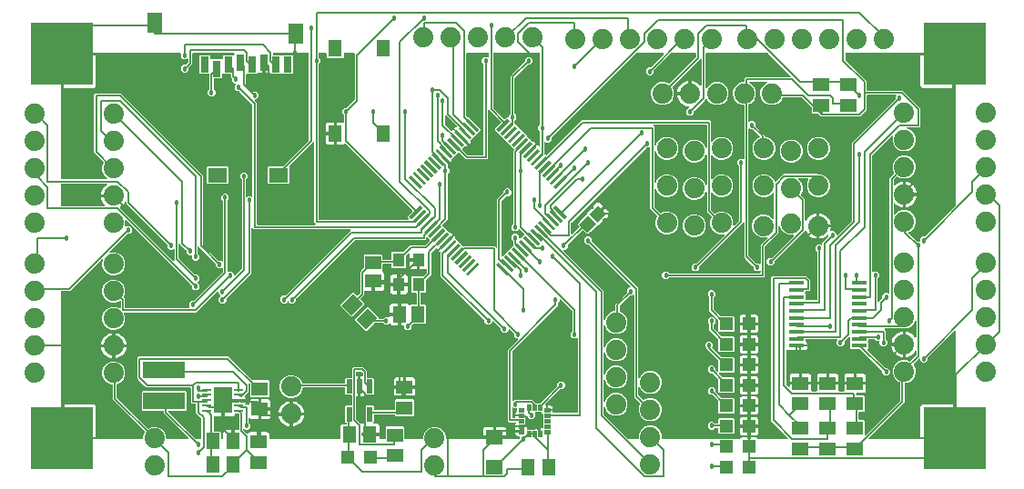
<source format=gbr>
G04 EAGLE Gerber RS-274X export*
G75*
%MOMM*%
%FSLAX34Y34*%
%LPD*%
%INTop Copper*%
%IPPOS*%
%AMOC8*
5,1,8,0,0,1.08239X$1,22.5*%
G01*
%ADD10R,1.475000X0.300000*%
%ADD11C,1.879600*%
%ADD12R,1.500000X1.300000*%
%ADD13R,1.300000X1.550000*%
%ADD14R,1.473200X0.355600*%
%ADD15R,1.200000X1.200000*%
%ADD16R,1.300000X1.500000*%
%ADD17R,0.508000X1.320800*%
%ADD18C,0.031500*%
%ADD19R,0.812800X0.254000*%
%ADD20R,1.752600X2.489200*%
%ADD21R,3.900000X1.600000*%
%ADD22R,1.092200X1.167350*%
%ADD23R,5.842000X5.842000*%
%ADD24R,1.600000X1.400000*%
%ADD25R,1.100000X1.300000*%
%ADD26R,1.800000X1.400000*%
%ADD27R,1.400000X1.900000*%
%ADD28R,0.800000X1.500000*%
%ADD29C,0.127000*%
%ADD30C,0.457200*%
%ADD31C,0.152400*%

G36*
X115590Y39882D02*
X115590Y39882D01*
X115609Y39880D01*
X115711Y39902D01*
X115813Y39919D01*
X115830Y39928D01*
X115850Y39932D01*
X115939Y39985D01*
X116030Y40034D01*
X116044Y40048D01*
X116061Y40058D01*
X116128Y40137D01*
X116200Y40212D01*
X116208Y40230D01*
X116221Y40245D01*
X116260Y40341D01*
X116303Y40435D01*
X116305Y40455D01*
X116313Y40473D01*
X116331Y40640D01*
X116331Y42762D01*
X117809Y46331D01*
X117836Y46444D01*
X117865Y46558D01*
X117864Y46564D01*
X117866Y46570D01*
X117855Y46687D01*
X117846Y46803D01*
X117843Y46809D01*
X117843Y46815D01*
X117795Y46922D01*
X117749Y47029D01*
X117745Y47035D01*
X117743Y47040D01*
X117730Y47054D01*
X117644Y47160D01*
X89434Y75371D01*
X88094Y76711D01*
X88094Y90170D01*
X88091Y90190D01*
X88093Y90209D01*
X88071Y90311D01*
X88055Y90413D01*
X88045Y90430D01*
X88041Y90450D01*
X87988Y90539D01*
X87939Y90630D01*
X87925Y90644D01*
X87915Y90661D01*
X87836Y90728D01*
X87761Y90800D01*
X87743Y90808D01*
X87728Y90821D01*
X87632Y90860D01*
X87538Y90903D01*
X87518Y90905D01*
X87500Y90913D01*
X87333Y90931D01*
X86778Y90931D01*
X82857Y92555D01*
X79855Y95557D01*
X78231Y99478D01*
X78231Y103722D01*
X79855Y107643D01*
X82857Y110645D01*
X86778Y112269D01*
X91022Y112269D01*
X94943Y110645D01*
X97945Y107643D01*
X99569Y103722D01*
X99569Y99478D01*
X97945Y95557D01*
X94943Y92555D01*
X92376Y91492D01*
X92276Y91430D01*
X92176Y91370D01*
X92172Y91366D01*
X92167Y91362D01*
X92092Y91272D01*
X92016Y91183D01*
X92014Y91178D01*
X92010Y91173D01*
X91968Y91064D01*
X91924Y90955D01*
X91923Y90948D01*
X91922Y90943D01*
X91921Y90925D01*
X91906Y90789D01*
X91906Y78605D01*
X91920Y78515D01*
X91928Y78424D01*
X91940Y78394D01*
X91945Y78362D01*
X91988Y78281D01*
X92024Y78197D01*
X92050Y78165D01*
X92061Y78145D01*
X92084Y78122D01*
X92129Y78066D01*
X120282Y49914D01*
X120376Y49846D01*
X120470Y49776D01*
X120476Y49774D01*
X120481Y49770D01*
X120592Y49736D01*
X120704Y49699D01*
X120710Y49699D01*
X120716Y49698D01*
X120833Y49701D01*
X120950Y49702D01*
X120957Y49704D01*
X120962Y49704D01*
X120980Y49710D01*
X121111Y49749D01*
X124878Y51309D01*
X129122Y51309D01*
X133043Y49685D01*
X136045Y46683D01*
X137669Y42762D01*
X137669Y40640D01*
X137672Y40620D01*
X137670Y40601D01*
X137692Y40499D01*
X137708Y40397D01*
X137718Y40380D01*
X137722Y40360D01*
X137775Y40271D01*
X137824Y40180D01*
X137838Y40166D01*
X137848Y40149D01*
X137927Y40082D01*
X138002Y40011D01*
X138020Y40002D01*
X138035Y39989D01*
X138131Y39950D01*
X138225Y39907D01*
X138245Y39905D01*
X138263Y39897D01*
X138430Y39879D01*
X158088Y39879D01*
X158159Y39890D01*
X158231Y39892D01*
X158280Y39910D01*
X158331Y39919D01*
X158394Y39952D01*
X158462Y39977D01*
X158502Y40009D01*
X158548Y40034D01*
X158598Y40086D01*
X158654Y40130D01*
X158682Y40174D01*
X158718Y40212D01*
X158748Y40277D01*
X158787Y40337D01*
X158800Y40388D01*
X158821Y40435D01*
X158829Y40506D01*
X158847Y40576D01*
X158843Y40628D01*
X158849Y40679D01*
X158833Y40750D01*
X158828Y40821D01*
X158807Y40869D01*
X158796Y40920D01*
X158759Y40981D01*
X158731Y41047D01*
X158687Y41103D01*
X158670Y41131D01*
X158652Y41146D01*
X158627Y41178D01*
X136934Y62871D01*
X135594Y64211D01*
X135594Y65638D01*
X135591Y65658D01*
X135593Y65677D01*
X135571Y65779D01*
X135555Y65881D01*
X135545Y65898D01*
X135541Y65918D01*
X135488Y66007D01*
X135439Y66098D01*
X135425Y66112D01*
X135415Y66129D01*
X135336Y66196D01*
X135261Y66268D01*
X135243Y66276D01*
X135228Y66289D01*
X135132Y66328D01*
X135038Y66371D01*
X135018Y66373D01*
X135000Y66381D01*
X134833Y66399D01*
X115864Y66399D01*
X115119Y67144D01*
X115119Y84196D01*
X115864Y84941D01*
X155916Y84941D01*
X156661Y84196D01*
X156661Y67144D01*
X155916Y66399D01*
X140634Y66399D01*
X140563Y66388D01*
X140491Y66386D01*
X140442Y66368D01*
X140391Y66360D01*
X140328Y66326D01*
X140260Y66301D01*
X140220Y66269D01*
X140174Y66244D01*
X140124Y66192D01*
X140068Y66148D01*
X140040Y66104D01*
X140004Y66066D01*
X139974Y66001D01*
X139935Y65941D01*
X139922Y65890D01*
X139901Y65843D01*
X139893Y65772D01*
X139875Y65702D01*
X139879Y65650D01*
X139873Y65599D01*
X139889Y65528D01*
X139894Y65457D01*
X139915Y65409D01*
X139926Y65358D01*
X139963Y65297D01*
X139991Y65231D01*
X140035Y65175D01*
X140052Y65147D01*
X140070Y65132D01*
X140095Y65100D01*
X165093Y40102D01*
X165167Y40049D01*
X165237Y39989D01*
X165267Y39977D01*
X165293Y39958D01*
X165380Y39931D01*
X165465Y39897D01*
X165506Y39893D01*
X165528Y39886D01*
X165560Y39887D01*
X165632Y39879D01*
X169833Y39879D01*
X169853Y39882D01*
X169872Y39880D01*
X169974Y39902D01*
X170076Y39919D01*
X170093Y39928D01*
X170113Y39932D01*
X170202Y39985D01*
X170293Y40034D01*
X170307Y40048D01*
X170324Y40058D01*
X170391Y40137D01*
X170463Y40212D01*
X170471Y40230D01*
X170484Y40245D01*
X170523Y40341D01*
X170566Y40435D01*
X170568Y40455D01*
X170576Y40473D01*
X170594Y40640D01*
X170594Y58895D01*
X170580Y58985D01*
X170572Y59076D01*
X170560Y59106D01*
X170555Y59138D01*
X170512Y59219D01*
X170476Y59303D01*
X170450Y59335D01*
X170439Y59355D01*
X170416Y59378D01*
X170408Y59388D01*
X170400Y59401D01*
X170392Y59408D01*
X170371Y59434D01*
X165594Y64211D01*
X165594Y72333D01*
X165591Y72353D01*
X165593Y72372D01*
X165571Y72474D01*
X165555Y72576D01*
X165545Y72593D01*
X165541Y72613D01*
X165488Y72702D01*
X165439Y72793D01*
X165425Y72807D01*
X165415Y72824D01*
X165336Y72891D01*
X165261Y72963D01*
X165243Y72971D01*
X165228Y72984D01*
X165132Y73023D01*
X165038Y73066D01*
X165018Y73068D01*
X165000Y73076D01*
X164833Y73094D01*
X161711Y73094D01*
X160594Y74211D01*
X160594Y87333D01*
X160591Y87353D01*
X160593Y87372D01*
X160571Y87474D01*
X160555Y87576D01*
X160545Y87593D01*
X160541Y87613D01*
X160488Y87702D01*
X160439Y87793D01*
X160425Y87807D01*
X160415Y87824D01*
X160336Y87891D01*
X160261Y87963D01*
X160243Y87971D01*
X160228Y87984D01*
X160132Y88023D01*
X160038Y88066D01*
X160018Y88068D01*
X160000Y88076D01*
X159833Y88094D01*
X119211Y88094D01*
X117871Y89433D01*
X117871Y89434D01*
X111934Y95371D01*
X111933Y95371D01*
X110594Y96711D01*
X110594Y115789D01*
X111711Y116906D01*
X195789Y116906D01*
X217731Y94964D01*
X217805Y94911D01*
X217875Y94851D01*
X217905Y94839D01*
X217931Y94820D01*
X218018Y94793D01*
X218103Y94759D01*
X218144Y94755D01*
X218166Y94748D01*
X218198Y94749D01*
X218270Y94741D01*
X232816Y94741D01*
X233561Y93996D01*
X233561Y79944D01*
X232816Y79199D01*
X216764Y79199D01*
X216019Y79944D01*
X216019Y90970D01*
X216005Y91060D01*
X215997Y91151D01*
X215985Y91181D01*
X215980Y91213D01*
X215937Y91293D01*
X215901Y91378D01*
X215875Y91410D01*
X215864Y91430D01*
X215841Y91453D01*
X215796Y91508D01*
X215705Y91600D01*
X215647Y91641D01*
X215595Y91691D01*
X215548Y91713D01*
X215506Y91743D01*
X215437Y91764D01*
X215372Y91794D01*
X215320Y91800D01*
X215271Y91816D01*
X215199Y91814D01*
X215128Y91822D01*
X215077Y91811D01*
X215025Y91809D01*
X214957Y91785D01*
X214887Y91769D01*
X214843Y91743D01*
X214794Y91725D01*
X214738Y91680D01*
X214676Y91643D01*
X214642Y91604D01*
X214602Y91571D01*
X214563Y91511D01*
X214516Y91456D01*
X214497Y91408D01*
X214469Y91364D01*
X214451Y91295D01*
X214424Y91228D01*
X214416Y91157D01*
X214408Y91126D01*
X214410Y91102D01*
X214406Y91061D01*
X214406Y84211D01*
X213066Y82871D01*
X210815Y80620D01*
X210804Y80604D01*
X210788Y80592D01*
X210732Y80505D01*
X210672Y80421D01*
X210666Y80402D01*
X210655Y80385D01*
X210630Y80284D01*
X210599Y80185D01*
X210600Y80166D01*
X210595Y80146D01*
X210603Y80043D01*
X210606Y79940D01*
X210613Y79921D01*
X210614Y79901D01*
X210655Y79806D01*
X210690Y79709D01*
X210703Y79693D01*
X210711Y79675D01*
X210815Y79544D01*
X211329Y79030D01*
X211664Y78451D01*
X211837Y77804D01*
X211837Y76961D01*
X205232Y76961D01*
X198627Y76961D01*
X198627Y76962D01*
X198624Y76982D01*
X198626Y77001D01*
X198604Y77103D01*
X198588Y77205D01*
X198578Y77222D01*
X198574Y77242D01*
X198521Y77331D01*
X198472Y77422D01*
X198458Y77436D01*
X198448Y77453D01*
X198369Y77520D01*
X198294Y77591D01*
X198276Y77600D01*
X198261Y77613D01*
X198165Y77652D01*
X198071Y77695D01*
X198051Y77697D01*
X198033Y77705D01*
X197866Y77723D01*
X191262Y77723D01*
X191242Y77720D01*
X191223Y77722D01*
X191121Y77700D01*
X191019Y77683D01*
X191002Y77674D01*
X190982Y77670D01*
X190893Y77617D01*
X190802Y77568D01*
X190788Y77554D01*
X190771Y77544D01*
X190704Y77465D01*
X190633Y77390D01*
X190624Y77372D01*
X190611Y77357D01*
X190572Y77261D01*
X190529Y77167D01*
X190527Y77147D01*
X190519Y77129D01*
X190501Y76962D01*
X190501Y76199D01*
X189738Y76199D01*
X189718Y76196D01*
X189699Y76198D01*
X189597Y76176D01*
X189495Y76159D01*
X189478Y76150D01*
X189458Y76146D01*
X189369Y76093D01*
X189278Y76044D01*
X189264Y76030D01*
X189247Y76020D01*
X189180Y75941D01*
X189109Y75866D01*
X189100Y75848D01*
X189087Y75833D01*
X189048Y75737D01*
X189005Y75643D01*
X189003Y75623D01*
X188995Y75605D01*
X188977Y75438D01*
X188977Y61213D01*
X182667Y61213D01*
X182647Y61210D01*
X182628Y61212D01*
X182526Y61190D01*
X182424Y61174D01*
X182407Y61164D01*
X182387Y61160D01*
X182298Y61107D01*
X182207Y61058D01*
X182193Y61044D01*
X182176Y61034D01*
X182109Y60955D01*
X182037Y60880D01*
X182029Y60862D01*
X182016Y60847D01*
X181977Y60751D01*
X181934Y60657D01*
X181932Y60637D01*
X181924Y60619D01*
X181906Y60452D01*
X181906Y47632D01*
X181909Y47612D01*
X181907Y47593D01*
X181929Y47491D01*
X181945Y47389D01*
X181955Y47372D01*
X181959Y47352D01*
X182012Y47263D01*
X182061Y47172D01*
X182075Y47158D01*
X182085Y47141D01*
X182164Y47074D01*
X182239Y47002D01*
X182257Y46994D01*
X182272Y46981D01*
X182368Y46942D01*
X182462Y46899D01*
X182482Y46897D01*
X182500Y46889D01*
X182667Y46871D01*
X188026Y46871D01*
X188771Y46126D01*
X188771Y40640D01*
X188774Y40620D01*
X188772Y40601D01*
X188794Y40499D01*
X188810Y40397D01*
X188820Y40380D01*
X188824Y40360D01*
X188877Y40271D01*
X188926Y40180D01*
X188940Y40166D01*
X188950Y40149D01*
X189029Y40082D01*
X189104Y40011D01*
X189122Y40002D01*
X189137Y39989D01*
X189233Y39950D01*
X189327Y39907D01*
X189347Y39905D01*
X189365Y39897D01*
X189532Y39879D01*
X190198Y39879D01*
X190218Y39882D01*
X190237Y39880D01*
X190339Y39902D01*
X190441Y39919D01*
X190458Y39928D01*
X190478Y39932D01*
X190567Y39985D01*
X190658Y40034D01*
X190672Y40048D01*
X190689Y40058D01*
X190756Y40137D01*
X190828Y40212D01*
X190836Y40230D01*
X190849Y40245D01*
X190888Y40341D01*
X190931Y40435D01*
X190933Y40455D01*
X190941Y40473D01*
X190959Y40640D01*
X190959Y45934D01*
X191132Y46581D01*
X191467Y47160D01*
X191940Y47633D01*
X192519Y47968D01*
X193166Y48141D01*
X198477Y48141D01*
X198477Y40640D01*
X198480Y40620D01*
X198478Y40601D01*
X198500Y40499D01*
X198517Y40397D01*
X198526Y40380D01*
X198530Y40360D01*
X198583Y40271D01*
X198632Y40180D01*
X198646Y40166D01*
X198656Y40149D01*
X198735Y40082D01*
X198810Y40011D01*
X198828Y40002D01*
X198843Y39989D01*
X198939Y39950D01*
X199033Y39907D01*
X199053Y39905D01*
X199071Y39897D01*
X199238Y39879D01*
X200762Y39879D01*
X200782Y39882D01*
X200801Y39880D01*
X200903Y39902D01*
X201005Y39919D01*
X201022Y39928D01*
X201042Y39932D01*
X201131Y39985D01*
X201222Y40034D01*
X201236Y40048D01*
X201253Y40058D01*
X201320Y40137D01*
X201391Y40212D01*
X201400Y40230D01*
X201413Y40245D01*
X201452Y40341D01*
X201495Y40435D01*
X201497Y40455D01*
X201505Y40473D01*
X201523Y40640D01*
X201523Y48141D01*
X204833Y48141D01*
X204853Y48144D01*
X204872Y48142D01*
X204974Y48164D01*
X205076Y48180D01*
X205093Y48190D01*
X205113Y48194D01*
X205202Y48247D01*
X205293Y48296D01*
X205307Y48310D01*
X205324Y48320D01*
X205391Y48399D01*
X205463Y48474D01*
X205471Y48492D01*
X205484Y48507D01*
X205523Y48603D01*
X205566Y48697D01*
X205568Y48717D01*
X205576Y48735D01*
X205594Y48902D01*
X205594Y62895D01*
X205591Y62915D01*
X205593Y62935D01*
X205571Y63036D01*
X205555Y63138D01*
X205545Y63156D01*
X205541Y63175D01*
X205488Y63264D01*
X205439Y63356D01*
X205425Y63369D01*
X205415Y63386D01*
X205336Y63454D01*
X205261Y63525D01*
X205243Y63533D01*
X205228Y63546D01*
X205132Y63585D01*
X205038Y63629D01*
X205018Y63631D01*
X205000Y63638D01*
X204833Y63657D01*
X202451Y63657D01*
X202408Y63650D01*
X202364Y63652D01*
X202288Y63630D01*
X202209Y63617D01*
X202170Y63597D01*
X202128Y63585D01*
X202062Y63539D01*
X201991Y63502D01*
X201961Y63470D01*
X201925Y63445D01*
X201877Y63381D01*
X201822Y63324D01*
X201803Y63284D01*
X201777Y63249D01*
X201724Y63113D01*
X201718Y63100D01*
X201718Y63097D01*
X201716Y63093D01*
X201631Y62773D01*
X201296Y62194D01*
X200823Y61721D01*
X200244Y61386D01*
X199597Y61213D01*
X192023Y61213D01*
X192023Y74677D01*
X197866Y74677D01*
X197886Y74680D01*
X197905Y74678D01*
X198007Y74700D01*
X198109Y74717D01*
X198126Y74726D01*
X198146Y74730D01*
X198235Y74783D01*
X198326Y74832D01*
X198340Y74846D01*
X198357Y74856D01*
X198424Y74935D01*
X198496Y75010D01*
X198504Y75028D01*
X198517Y75043D01*
X198556Y75139D01*
X198599Y75233D01*
X198601Y75253D01*
X198609Y75271D01*
X198627Y75438D01*
X198627Y75439D01*
X205232Y75439D01*
X211837Y75439D01*
X211837Y74596D01*
X211664Y73949D01*
X211329Y73370D01*
X211164Y73205D01*
X211123Y73147D01*
X211073Y73095D01*
X211051Y73048D01*
X211021Y73006D01*
X211000Y72937D01*
X210970Y72872D01*
X210964Y72820D01*
X210948Y72770D01*
X210950Y72699D01*
X210942Y72628D01*
X210954Y72577D01*
X210955Y72525D01*
X210979Y72457D01*
X210995Y72387D01*
X211021Y72342D01*
X211039Y72294D01*
X211084Y72238D01*
X211121Y72176D01*
X211160Y72142D01*
X211193Y72102D01*
X211253Y72063D01*
X211308Y72016D01*
X211356Y71997D01*
X211400Y71969D01*
X211469Y71951D01*
X211536Y71924D01*
X211607Y71916D01*
X211638Y71908D01*
X211662Y71910D01*
X211703Y71906D01*
X213289Y71906D01*
X213450Y71745D01*
X213508Y71704D01*
X213560Y71654D01*
X213607Y71632D01*
X213649Y71602D01*
X213718Y71581D01*
X213783Y71551D01*
X213835Y71545D01*
X213885Y71529D01*
X213956Y71531D01*
X214027Y71523D01*
X214078Y71534D01*
X214130Y71536D01*
X214198Y71560D01*
X214268Y71576D01*
X214313Y71602D01*
X214361Y71620D01*
X214417Y71665D01*
X214479Y71702D01*
X214513Y71741D01*
X214553Y71774D01*
X214592Y71834D01*
X214639Y71889D01*
X214658Y71937D01*
X214686Y71981D01*
X214704Y72050D01*
X214731Y72117D01*
X214739Y72188D01*
X214747Y72219D01*
X214745Y72243D01*
X214749Y72284D01*
X214749Y74804D01*
X214922Y75451D01*
X215257Y76030D01*
X215730Y76503D01*
X216309Y76838D01*
X216956Y77011D01*
X223267Y77011D01*
X223267Y68732D01*
X223270Y68712D01*
X223268Y68693D01*
X223290Y68591D01*
X223307Y68489D01*
X223316Y68472D01*
X223320Y68452D01*
X223373Y68363D01*
X223422Y68272D01*
X223436Y68258D01*
X223446Y68241D01*
X223525Y68174D01*
X223600Y68103D01*
X223618Y68094D01*
X223633Y68081D01*
X223729Y68042D01*
X223823Y67999D01*
X223843Y67997D01*
X223861Y67989D01*
X224028Y67971D01*
X224791Y67971D01*
X224791Y67969D01*
X224028Y67969D01*
X224008Y67966D01*
X223989Y67968D01*
X223887Y67946D01*
X223785Y67929D01*
X223768Y67920D01*
X223748Y67916D01*
X223659Y67863D01*
X223568Y67814D01*
X223554Y67800D01*
X223537Y67790D01*
X223470Y67711D01*
X223399Y67636D01*
X223390Y67618D01*
X223377Y67603D01*
X223338Y67507D01*
X223295Y67413D01*
X223293Y67393D01*
X223285Y67375D01*
X223267Y67208D01*
X223267Y58929D01*
X216956Y58929D01*
X216309Y59102D01*
X215730Y59437D01*
X215705Y59462D01*
X215647Y59503D01*
X215595Y59553D01*
X215548Y59575D01*
X215506Y59605D01*
X215437Y59626D01*
X215372Y59656D01*
X215320Y59662D01*
X215271Y59677D01*
X215199Y59676D01*
X215128Y59684D01*
X215077Y59673D01*
X215025Y59671D01*
X214957Y59647D01*
X214887Y59631D01*
X214842Y59605D01*
X214794Y59587D01*
X214738Y59542D01*
X214676Y59505D01*
X214642Y59466D01*
X214602Y59433D01*
X214563Y59373D01*
X214516Y59318D01*
X214497Y59270D01*
X214469Y59226D01*
X214451Y59157D01*
X214437Y59122D01*
X214434Y59115D01*
X214434Y59114D01*
X214424Y59090D01*
X214416Y59019D01*
X214408Y58988D01*
X214410Y58964D01*
X214406Y58923D01*
X214406Y55940D01*
X214420Y55849D01*
X214428Y55759D01*
X214440Y55729D01*
X214445Y55697D01*
X214488Y55616D01*
X214524Y55532D01*
X214550Y55500D01*
X214561Y55479D01*
X214584Y55457D01*
X214629Y55401D01*
X216057Y53973D01*
X216057Y51027D01*
X213973Y48943D01*
X211027Y48943D01*
X210705Y49265D01*
X210647Y49307D01*
X210595Y49356D01*
X210548Y49378D01*
X210506Y49408D01*
X210437Y49429D01*
X210372Y49460D01*
X210320Y49465D01*
X210270Y49481D01*
X210199Y49479D01*
X210128Y49487D01*
X210077Y49476D01*
X210025Y49474D01*
X209957Y49450D01*
X209887Y49434D01*
X209842Y49408D01*
X209794Y49390D01*
X209738Y49345D01*
X209676Y49308D01*
X209642Y49269D01*
X209602Y49236D01*
X209563Y49176D01*
X209516Y49121D01*
X209497Y49073D01*
X209469Y49029D01*
X209451Y48960D01*
X209424Y48893D01*
X209416Y48822D01*
X209408Y48791D01*
X209410Y48767D01*
X209406Y48726D01*
X209406Y48605D01*
X209420Y48515D01*
X209428Y48424D01*
X209440Y48394D01*
X209445Y48362D01*
X209488Y48281D01*
X209524Y48197D01*
X209550Y48165D01*
X209561Y48145D01*
X209584Y48122D01*
X209629Y48066D01*
X212630Y45066D01*
X212725Y44997D01*
X212822Y44926D01*
X212826Y44924D01*
X212829Y44922D01*
X212942Y44887D01*
X213056Y44851D01*
X213060Y44851D01*
X213064Y44850D01*
X213183Y44853D01*
X213302Y44855D01*
X213306Y44856D01*
X213310Y44856D01*
X213422Y44897D01*
X213534Y44936D01*
X213537Y44939D01*
X213541Y44940D01*
X213635Y45015D01*
X213728Y45088D01*
X213731Y45092D01*
X213733Y45094D01*
X213741Y45106D01*
X213827Y45223D01*
X213987Y45500D01*
X214460Y45973D01*
X215039Y46308D01*
X215686Y46481D01*
X221997Y46481D01*
X221997Y40640D01*
X222000Y40620D01*
X221998Y40601D01*
X222020Y40499D01*
X222037Y40397D01*
X222046Y40380D01*
X222050Y40360D01*
X222103Y40271D01*
X222152Y40180D01*
X222166Y40166D01*
X222176Y40149D01*
X222255Y40082D01*
X222330Y40011D01*
X222348Y40002D01*
X222363Y39989D01*
X222459Y39950D01*
X222553Y39907D01*
X222573Y39905D01*
X222591Y39897D01*
X222758Y39879D01*
X224282Y39879D01*
X224302Y39882D01*
X224321Y39880D01*
X224423Y39902D01*
X224525Y39919D01*
X224542Y39928D01*
X224562Y39932D01*
X224651Y39985D01*
X224742Y40034D01*
X224756Y40048D01*
X224773Y40058D01*
X224840Y40137D01*
X224911Y40212D01*
X224920Y40230D01*
X224933Y40245D01*
X224972Y40341D01*
X225015Y40435D01*
X225017Y40455D01*
X225025Y40473D01*
X225043Y40640D01*
X225043Y46481D01*
X231354Y46481D01*
X232001Y46308D01*
X232580Y45973D01*
X233053Y45500D01*
X233388Y44921D01*
X233561Y44274D01*
X233561Y40640D01*
X233564Y40620D01*
X233562Y40601D01*
X233584Y40499D01*
X233600Y40397D01*
X233610Y40380D01*
X233614Y40360D01*
X233667Y40271D01*
X233716Y40180D01*
X233730Y40166D01*
X233740Y40149D01*
X233819Y40082D01*
X233894Y40011D01*
X233912Y40002D01*
X233927Y39989D01*
X234023Y39950D01*
X234117Y39907D01*
X234137Y39905D01*
X234155Y39897D01*
X234322Y39879D01*
X299468Y39879D01*
X299488Y39882D01*
X299507Y39880D01*
X299609Y39902D01*
X299711Y39919D01*
X299728Y39928D01*
X299748Y39932D01*
X299837Y39985D01*
X299928Y40034D01*
X299942Y40048D01*
X299959Y40058D01*
X300026Y40137D01*
X300098Y40212D01*
X300106Y40230D01*
X300119Y40245D01*
X300158Y40341D01*
X300201Y40435D01*
X300203Y40455D01*
X300211Y40473D01*
X300229Y40640D01*
X300229Y52476D01*
X300974Y53221D01*
X304833Y53221D01*
X304853Y53224D01*
X304872Y53222D01*
X304974Y53244D01*
X305076Y53260D01*
X305093Y53270D01*
X305113Y53274D01*
X305202Y53327D01*
X305293Y53376D01*
X305307Y53390D01*
X305324Y53400D01*
X305391Y53479D01*
X305463Y53554D01*
X305471Y53572D01*
X305484Y53587D01*
X305523Y53683D01*
X305566Y53777D01*
X305568Y53797D01*
X305576Y53815D01*
X305594Y53982D01*
X305594Y54610D01*
X305591Y54630D01*
X305593Y54649D01*
X305571Y54751D01*
X305555Y54853D01*
X305545Y54870D01*
X305541Y54890D01*
X305488Y54979D01*
X305439Y55070D01*
X305425Y55084D01*
X305415Y55101D01*
X305336Y55168D01*
X305261Y55240D01*
X305243Y55248D01*
X305228Y55261D01*
X305132Y55300D01*
X305038Y55343D01*
X305018Y55345D01*
X305000Y55353D01*
X304946Y55359D01*
X304189Y56116D01*
X304189Y70376D01*
X304934Y71121D01*
X309833Y71121D01*
X309853Y71124D01*
X309872Y71122D01*
X309974Y71144D01*
X310076Y71160D01*
X310093Y71170D01*
X310113Y71174D01*
X310202Y71227D01*
X310293Y71276D01*
X310307Y71290D01*
X310324Y71300D01*
X310391Y71379D01*
X310463Y71454D01*
X310471Y71472D01*
X310484Y71487D01*
X310523Y71583D01*
X310566Y71677D01*
X310568Y71697D01*
X310576Y71715D01*
X310594Y71882D01*
X310594Y80518D01*
X310591Y80538D01*
X310593Y80557D01*
X310571Y80659D01*
X310555Y80761D01*
X310545Y80778D01*
X310541Y80798D01*
X310488Y80887D01*
X310439Y80978D01*
X310425Y80992D01*
X310415Y81009D01*
X310336Y81076D01*
X310261Y81148D01*
X310243Y81156D01*
X310228Y81169D01*
X310132Y81208D01*
X310038Y81251D01*
X310018Y81253D01*
X310000Y81261D01*
X309833Y81279D01*
X304934Y81279D01*
X304189Y82024D01*
X304189Y87333D01*
X304186Y87353D01*
X304188Y87372D01*
X304166Y87474D01*
X304150Y87576D01*
X304140Y87593D01*
X304136Y87613D01*
X304083Y87702D01*
X304034Y87793D01*
X304020Y87807D01*
X304010Y87824D01*
X303931Y87891D01*
X303856Y87963D01*
X303838Y87971D01*
X303823Y87984D01*
X303727Y88023D01*
X303633Y88066D01*
X303613Y88068D01*
X303595Y88076D01*
X303428Y88094D01*
X265430Y88094D01*
X265410Y88091D01*
X265391Y88093D01*
X265289Y88071D01*
X265187Y88055D01*
X265170Y88045D01*
X265150Y88041D01*
X265061Y87988D01*
X264970Y87939D01*
X264956Y87925D01*
X264939Y87915D01*
X264872Y87836D01*
X264800Y87761D01*
X264792Y87743D01*
X264779Y87728D01*
X264740Y87632D01*
X264697Y87538D01*
X264695Y87518D01*
X264687Y87500D01*
X264669Y87333D01*
X264669Y86778D01*
X263045Y82857D01*
X260043Y79855D01*
X256122Y78231D01*
X251878Y78231D01*
X247957Y79855D01*
X244955Y82857D01*
X243331Y86778D01*
X243331Y91022D01*
X244955Y94943D01*
X247957Y97945D01*
X251878Y99569D01*
X256122Y99569D01*
X260043Y97945D01*
X263045Y94943D01*
X264108Y92376D01*
X264170Y92276D01*
X264230Y92176D01*
X264234Y92172D01*
X264238Y92167D01*
X264328Y92092D01*
X264417Y92016D01*
X264422Y92014D01*
X264427Y92010D01*
X264536Y91968D01*
X264645Y91924D01*
X264652Y91923D01*
X264657Y91922D01*
X264675Y91921D01*
X264811Y91906D01*
X303428Y91906D01*
X303448Y91909D01*
X303467Y91907D01*
X303569Y91929D01*
X303671Y91945D01*
X303688Y91955D01*
X303708Y91959D01*
X303797Y92012D01*
X303888Y92061D01*
X303902Y92075D01*
X303919Y92085D01*
X303986Y92164D01*
X304058Y92239D01*
X304066Y92257D01*
X304079Y92272D01*
X304118Y92368D01*
X304161Y92462D01*
X304163Y92482D01*
X304171Y92500D01*
X304189Y92667D01*
X304189Y96284D01*
X304934Y97029D01*
X309833Y97029D01*
X309853Y97032D01*
X309872Y97030D01*
X309974Y97052D01*
X310076Y97068D01*
X310093Y97078D01*
X310113Y97082D01*
X310202Y97135D01*
X310293Y97184D01*
X310307Y97198D01*
X310324Y97208D01*
X310391Y97287D01*
X310463Y97362D01*
X310471Y97380D01*
X310484Y97395D01*
X310523Y97491D01*
X310566Y97585D01*
X310568Y97605D01*
X310576Y97623D01*
X310594Y97790D01*
X310594Y105789D01*
X311711Y106906D01*
X320789Y106906D01*
X324406Y103289D01*
X324406Y97790D01*
X324409Y97770D01*
X324407Y97751D01*
X324429Y97649D01*
X324445Y97547D01*
X324455Y97530D01*
X324459Y97510D01*
X324512Y97421D01*
X324561Y97330D01*
X324575Y97316D01*
X324585Y97299D01*
X324664Y97232D01*
X324739Y97160D01*
X324757Y97152D01*
X324772Y97139D01*
X324868Y97100D01*
X324962Y97057D01*
X324982Y97055D01*
X325000Y97047D01*
X325167Y97029D01*
X330066Y97029D01*
X330811Y96284D01*
X330811Y82024D01*
X330066Y81279D01*
X323934Y81279D01*
X323561Y81651D01*
X323467Y81720D01*
X323369Y81791D01*
X323365Y81793D01*
X323362Y81795D01*
X323249Y81830D01*
X323135Y81866D01*
X323131Y81866D01*
X323127Y81867D01*
X323008Y81864D01*
X322889Y81862D01*
X322885Y81861D01*
X322881Y81861D01*
X322768Y81820D01*
X322657Y81781D01*
X322654Y81778D01*
X322650Y81777D01*
X322556Y81702D01*
X322463Y81629D01*
X322460Y81625D01*
X322458Y81623D01*
X322450Y81611D01*
X322364Y81494D01*
X322073Y80990D01*
X321600Y80517D01*
X321021Y80182D01*
X320374Y80009D01*
X318769Y80009D01*
X318769Y88646D01*
X318766Y88665D01*
X318768Y88685D01*
X318746Y88787D01*
X318730Y88889D01*
X318720Y88906D01*
X318716Y88926D01*
X318663Y89015D01*
X318614Y89106D01*
X318600Y89120D01*
X318590Y89137D01*
X318565Y89158D01*
X318566Y89159D01*
X318638Y89234D01*
X318646Y89252D01*
X318659Y89267D01*
X318698Y89364D01*
X318741Y89457D01*
X318743Y89477D01*
X318751Y89495D01*
X318769Y89662D01*
X318769Y98299D01*
X319833Y98299D01*
X319853Y98302D01*
X319872Y98300D01*
X319974Y98322D01*
X320076Y98338D01*
X320093Y98348D01*
X320113Y98352D01*
X320202Y98405D01*
X320293Y98454D01*
X320307Y98468D01*
X320324Y98478D01*
X320391Y98557D01*
X320463Y98632D01*
X320471Y98650D01*
X320484Y98665D01*
X320523Y98761D01*
X320566Y98855D01*
X320568Y98875D01*
X320576Y98893D01*
X320594Y99060D01*
X320594Y101395D01*
X320580Y101485D01*
X320572Y101576D01*
X320560Y101606D01*
X320555Y101638D01*
X320512Y101719D01*
X320476Y101803D01*
X320450Y101835D01*
X320439Y101855D01*
X320416Y101878D01*
X320371Y101934D01*
X319434Y102871D01*
X319360Y102924D01*
X319290Y102984D01*
X319260Y102996D01*
X319234Y103015D01*
X319147Y103042D01*
X319062Y103076D01*
X319021Y103080D01*
X318999Y103087D01*
X318967Y103086D01*
X318895Y103094D01*
X315167Y103094D01*
X315147Y103091D01*
X315128Y103093D01*
X315026Y103071D01*
X314924Y103055D01*
X314907Y103045D01*
X314887Y103041D01*
X314798Y102988D01*
X314707Y102939D01*
X314693Y102925D01*
X314676Y102915D01*
X314609Y102836D01*
X314537Y102761D01*
X314529Y102743D01*
X314516Y102728D01*
X314477Y102632D01*
X314434Y102538D01*
X314432Y102518D01*
X314424Y102500D01*
X314406Y102333D01*
X314406Y99060D01*
X314409Y99040D01*
X314407Y99021D01*
X314429Y98919D01*
X314445Y98817D01*
X314455Y98800D01*
X314459Y98780D01*
X314512Y98691D01*
X314561Y98600D01*
X314575Y98586D01*
X314585Y98569D01*
X314664Y98502D01*
X314739Y98430D01*
X314757Y98422D01*
X314772Y98409D01*
X314868Y98370D01*
X314962Y98327D01*
X314982Y98325D01*
X315000Y98317D01*
X315167Y98299D01*
X316231Y98299D01*
X316231Y89662D01*
X316234Y89643D01*
X316232Y89623D01*
X316254Y89521D01*
X316270Y89419D01*
X316280Y89402D01*
X316284Y89382D01*
X316337Y89293D01*
X316386Y89202D01*
X316400Y89188D01*
X316410Y89171D01*
X316435Y89150D01*
X316434Y89149D01*
X316362Y89074D01*
X316354Y89056D01*
X316341Y89041D01*
X316302Y88944D01*
X316259Y88851D01*
X316257Y88831D01*
X316249Y88813D01*
X316231Y88646D01*
X316231Y80009D01*
X315167Y80009D01*
X315147Y80006D01*
X315128Y80008D01*
X315027Y79986D01*
X314924Y79970D01*
X314907Y79960D01*
X314887Y79956D01*
X314798Y79903D01*
X314707Y79854D01*
X314693Y79840D01*
X314676Y79830D01*
X314609Y79751D01*
X314538Y79676D01*
X314529Y79658D01*
X314516Y79643D01*
X314477Y79547D01*
X314434Y79453D01*
X314432Y79433D01*
X314424Y79415D01*
X314406Y79248D01*
X314406Y58605D01*
X314420Y58515D01*
X314428Y58424D01*
X314440Y58394D01*
X314445Y58362D01*
X314488Y58281D01*
X314524Y58197D01*
X314550Y58165D01*
X314561Y58145D01*
X314584Y58122D01*
X314629Y58066D01*
X318382Y54313D01*
X318418Y54287D01*
X318448Y54255D01*
X318517Y54216D01*
X318582Y54169D01*
X318624Y54156D01*
X318662Y54135D01*
X318741Y54120D01*
X318817Y54097D01*
X318861Y54098D01*
X318904Y54090D01*
X318983Y54101D01*
X319063Y54103D01*
X319104Y54118D01*
X319148Y54124D01*
X319281Y54183D01*
X319294Y54188D01*
X319297Y54190D01*
X319301Y54192D01*
X319519Y54318D01*
X320166Y54491D01*
X322976Y54491D01*
X323047Y54502D01*
X323119Y54504D01*
X323168Y54522D01*
X323219Y54530D01*
X323282Y54564D01*
X323350Y54589D01*
X323391Y54621D01*
X323437Y54646D01*
X323486Y54698D01*
X323542Y54742D01*
X323570Y54786D01*
X323606Y54824D01*
X323636Y54889D01*
X323675Y54949D01*
X323688Y55000D01*
X323710Y55047D01*
X323717Y55118D01*
X323735Y55188D01*
X323731Y55240D01*
X323737Y55291D01*
X323721Y55362D01*
X323716Y55433D01*
X323695Y55481D01*
X323684Y55532D01*
X323648Y55593D01*
X323619Y55659D01*
X323575Y55715D01*
X323558Y55743D01*
X323540Y55758D01*
X323515Y55790D01*
X323189Y56116D01*
X323189Y70376D01*
X323934Y71121D01*
X330066Y71121D01*
X330811Y70376D01*
X330811Y67667D01*
X330814Y67647D01*
X330812Y67628D01*
X330834Y67526D01*
X330850Y67424D01*
X330860Y67407D01*
X330864Y67387D01*
X330917Y67298D01*
X330966Y67207D01*
X330980Y67193D01*
X330990Y67176D01*
X331069Y67109D01*
X331144Y67037D01*
X331162Y67029D01*
X331177Y67016D01*
X331273Y66977D01*
X331367Y66934D01*
X331387Y66932D01*
X331405Y66924D01*
X331572Y66906D01*
X349878Y66906D01*
X349898Y66909D01*
X349917Y66907D01*
X350019Y66929D01*
X350121Y66945D01*
X350138Y66955D01*
X350158Y66959D01*
X350247Y67012D01*
X350338Y67061D01*
X350352Y67075D01*
X350369Y67085D01*
X350436Y67164D01*
X350508Y67239D01*
X350516Y67257D01*
X350529Y67272D01*
X350568Y67368D01*
X350611Y67462D01*
X350613Y67482D01*
X350621Y67500D01*
X350639Y67667D01*
X350639Y76266D01*
X351384Y77011D01*
X367436Y77011D01*
X368181Y76266D01*
X368181Y62214D01*
X367436Y61469D01*
X351384Y61469D01*
X350639Y62214D01*
X350639Y62333D01*
X350636Y62353D01*
X350638Y62372D01*
X350616Y62474D01*
X350600Y62576D01*
X350590Y62593D01*
X350586Y62613D01*
X350533Y62702D01*
X350484Y62793D01*
X350470Y62807D01*
X350460Y62824D01*
X350381Y62891D01*
X350306Y62963D01*
X350288Y62971D01*
X350273Y62984D01*
X350177Y63023D01*
X350083Y63066D01*
X350063Y63068D01*
X350045Y63076D01*
X349878Y63094D01*
X331572Y63094D01*
X331552Y63091D01*
X331533Y63093D01*
X331431Y63071D01*
X331329Y63055D01*
X331312Y63045D01*
X331292Y63041D01*
X331203Y62988D01*
X331112Y62939D01*
X331098Y62925D01*
X331081Y62915D01*
X331014Y62836D01*
X330942Y62761D01*
X330934Y62743D01*
X330921Y62728D01*
X330882Y62632D01*
X330839Y62538D01*
X330837Y62518D01*
X330829Y62500D01*
X330811Y62333D01*
X330811Y56116D01*
X330485Y55790D01*
X330443Y55732D01*
X330394Y55680D01*
X330372Y55633D01*
X330342Y55591D01*
X330321Y55522D01*
X330290Y55457D01*
X330285Y55405D01*
X330269Y55355D01*
X330271Y55284D01*
X330263Y55213D01*
X330274Y55162D01*
X330276Y55110D01*
X330300Y55042D01*
X330316Y54972D01*
X330342Y54927D01*
X330360Y54879D01*
X330405Y54823D01*
X330442Y54761D01*
X330481Y54727D01*
X330514Y54687D01*
X330574Y54648D01*
X330629Y54601D01*
X330677Y54582D01*
X330721Y54554D01*
X330790Y54536D01*
X330857Y54509D01*
X330928Y54501D01*
X330959Y54493D01*
X330983Y54495D01*
X331024Y54491D01*
X333834Y54491D01*
X334481Y54318D01*
X335060Y53983D01*
X335533Y53510D01*
X335868Y52931D01*
X336041Y52284D01*
X336041Y45973D01*
X327762Y45973D01*
X327742Y45970D01*
X327723Y45972D01*
X327621Y45950D01*
X327519Y45933D01*
X327502Y45924D01*
X327482Y45920D01*
X327393Y45867D01*
X327302Y45818D01*
X327288Y45804D01*
X327271Y45794D01*
X327204Y45715D01*
X327133Y45640D01*
X327124Y45622D01*
X327111Y45607D01*
X327072Y45511D01*
X327029Y45417D01*
X327027Y45397D01*
X327019Y45379D01*
X327001Y45212D01*
X327001Y43688D01*
X327004Y43668D01*
X327002Y43649D01*
X327024Y43547D01*
X327041Y43445D01*
X327050Y43428D01*
X327054Y43408D01*
X327107Y43319D01*
X327156Y43228D01*
X327170Y43214D01*
X327180Y43197D01*
X327259Y43130D01*
X327334Y43059D01*
X327352Y43050D01*
X327367Y43037D01*
X327463Y42998D01*
X327557Y42955D01*
X327577Y42953D01*
X327595Y42945D01*
X327762Y42927D01*
X336041Y42927D01*
X336041Y40640D01*
X336044Y40620D01*
X336042Y40601D01*
X336064Y40499D01*
X336080Y40397D01*
X336090Y40380D01*
X336094Y40360D01*
X336147Y40271D01*
X336196Y40180D01*
X336210Y40166D01*
X336220Y40149D01*
X336299Y40082D01*
X336374Y40011D01*
X336392Y40002D01*
X336407Y39989D01*
X336503Y39950D01*
X336597Y39907D01*
X336617Y39905D01*
X336635Y39897D01*
X336802Y39879D01*
X340988Y39879D01*
X341008Y39882D01*
X341027Y39880D01*
X341129Y39902D01*
X341231Y39919D01*
X341248Y39928D01*
X341268Y39932D01*
X341357Y39985D01*
X341448Y40034D01*
X341462Y40048D01*
X341479Y40058D01*
X341546Y40137D01*
X341618Y40212D01*
X341626Y40230D01*
X341639Y40245D01*
X341678Y40341D01*
X341721Y40435D01*
X341723Y40455D01*
X341731Y40473D01*
X341749Y40640D01*
X341749Y50816D01*
X342494Y51561D01*
X358546Y51561D01*
X359291Y50816D01*
X359291Y40640D01*
X359294Y40620D01*
X359292Y40601D01*
X359314Y40499D01*
X359330Y40397D01*
X359340Y40380D01*
X359344Y40360D01*
X359397Y40271D01*
X359446Y40180D01*
X359460Y40166D01*
X359470Y40149D01*
X359549Y40082D01*
X359624Y40011D01*
X359642Y40002D01*
X359657Y39989D01*
X359753Y39950D01*
X359847Y39907D01*
X359867Y39905D01*
X359885Y39897D01*
X360052Y39879D01*
X375920Y39879D01*
X375940Y39882D01*
X375959Y39880D01*
X376061Y39902D01*
X376163Y39919D01*
X376180Y39928D01*
X376200Y39932D01*
X376289Y39985D01*
X376380Y40034D01*
X376394Y40048D01*
X376411Y40058D01*
X376478Y40137D01*
X376550Y40212D01*
X376558Y40230D01*
X376571Y40245D01*
X376610Y40341D01*
X376653Y40435D01*
X376655Y40455D01*
X376663Y40473D01*
X376681Y40640D01*
X376681Y42762D01*
X378305Y46683D01*
X381307Y49685D01*
X385228Y51309D01*
X389472Y51309D01*
X393393Y49685D01*
X396395Y46683D01*
X398019Y42762D01*
X398019Y40640D01*
X398022Y40620D01*
X398020Y40601D01*
X398042Y40499D01*
X398058Y40397D01*
X398068Y40380D01*
X398072Y40360D01*
X398125Y40271D01*
X398174Y40180D01*
X398188Y40166D01*
X398198Y40149D01*
X398277Y40082D01*
X398352Y40011D01*
X398370Y40002D01*
X398385Y39989D01*
X398481Y39950D01*
X398575Y39907D01*
X398595Y39905D01*
X398613Y39897D01*
X398780Y39879D01*
X431928Y39879D01*
X431948Y39882D01*
X431967Y39880D01*
X432069Y39902D01*
X432171Y39919D01*
X432188Y39928D01*
X432208Y39932D01*
X432297Y39985D01*
X432388Y40034D01*
X432402Y40048D01*
X432419Y40058D01*
X432486Y40137D01*
X432558Y40212D01*
X432566Y40230D01*
X432579Y40245D01*
X432618Y40341D01*
X432653Y40417D01*
X442468Y40417D01*
X442488Y40420D01*
X442507Y40418D01*
X442609Y40440D01*
X442711Y40457D01*
X442728Y40466D01*
X442748Y40470D01*
X442837Y40523D01*
X442928Y40572D01*
X442942Y40586D01*
X442959Y40596D01*
X443026Y40675D01*
X443097Y40750D01*
X443106Y40768D01*
X443119Y40783D01*
X443158Y40879D01*
X443201Y40973D01*
X443203Y40993D01*
X443211Y41011D01*
X443229Y41178D01*
X443229Y41941D01*
X443231Y41941D01*
X443231Y41178D01*
X443234Y41158D01*
X443232Y41139D01*
X443254Y41037D01*
X443271Y40935D01*
X443280Y40918D01*
X443284Y40898D01*
X443337Y40809D01*
X443386Y40718D01*
X443400Y40704D01*
X443410Y40687D01*
X443489Y40620D01*
X443564Y40549D01*
X443582Y40540D01*
X443597Y40527D01*
X443693Y40488D01*
X443787Y40445D01*
X443807Y40443D01*
X443825Y40435D01*
X443992Y40417D01*
X453807Y40417D01*
X453810Y40397D01*
X453820Y40380D01*
X453824Y40360D01*
X453877Y40271D01*
X453926Y40180D01*
X453940Y40166D01*
X453950Y40149D01*
X454029Y40082D01*
X454104Y40011D01*
X454122Y40002D01*
X454137Y39989D01*
X454233Y39950D01*
X454327Y39907D01*
X454347Y39905D01*
X454365Y39897D01*
X454532Y39879D01*
X465682Y39879D01*
X465702Y39882D01*
X465721Y39880D01*
X465823Y39902D01*
X465925Y39919D01*
X465942Y39928D01*
X465962Y39932D01*
X466051Y39985D01*
X466142Y40034D01*
X466156Y40048D01*
X466173Y40058D01*
X466240Y40137D01*
X466312Y40212D01*
X466320Y40230D01*
X466333Y40245D01*
X466372Y40341D01*
X466415Y40435D01*
X466417Y40455D01*
X466425Y40473D01*
X466443Y40640D01*
X466443Y41473D01*
X466530Y41560D01*
X466572Y41618D01*
X466621Y41670D01*
X466643Y41717D01*
X466673Y41759D01*
X466694Y41828D01*
X466725Y41893D01*
X466730Y41945D01*
X466746Y41995D01*
X466744Y42066D01*
X466752Y42137D01*
X466741Y42188D01*
X466739Y42240D01*
X466715Y42308D01*
X466699Y42378D01*
X466673Y42423D01*
X466655Y42471D01*
X466610Y42527D01*
X466573Y42589D01*
X466534Y42623D01*
X466501Y42663D01*
X466441Y42702D01*
X466386Y42749D01*
X466338Y42768D01*
X466294Y42796D01*
X466225Y42814D01*
X466158Y42841D01*
X466087Y42849D01*
X466056Y42857D01*
X466032Y42855D01*
X465991Y42859D01*
X465012Y42859D01*
X464326Y43043D01*
X463711Y43398D01*
X463208Y43901D01*
X462853Y44516D01*
X462669Y45202D01*
X462669Y46276D01*
X467747Y46276D01*
X467766Y46279D01*
X467786Y46277D01*
X467888Y46299D01*
X467990Y46315D01*
X468007Y46325D01*
X468027Y46329D01*
X468116Y46382D01*
X468207Y46431D01*
X468221Y46445D01*
X468238Y46455D01*
X468305Y46534D01*
X468376Y46609D01*
X468385Y46627D01*
X468391Y46635D01*
X468433Y46657D01*
X468447Y46671D01*
X468464Y46681D01*
X468531Y46760D01*
X468603Y46835D01*
X468611Y46853D01*
X468624Y46868D01*
X468663Y46965D01*
X468706Y47058D01*
X468708Y47078D01*
X468716Y47096D01*
X468734Y47263D01*
X468734Y51441D01*
X470708Y51441D01*
X471227Y51302D01*
X471243Y51300D01*
X471257Y51294D01*
X471424Y51276D01*
X473051Y51276D01*
X473051Y50202D01*
X472956Y49847D01*
X472944Y49733D01*
X472930Y49620D01*
X472932Y49609D01*
X472931Y49602D01*
X472936Y49580D01*
X472955Y49454D01*
X472960Y49436D01*
X472978Y49395D01*
X472988Y49352D01*
X473028Y49284D01*
X473061Y49211D01*
X473091Y49179D01*
X473114Y49141D01*
X473174Y49089D01*
X473228Y49031D01*
X473267Y49010D01*
X473301Y48981D01*
X473375Y48951D01*
X473444Y48913D01*
X473488Y48906D01*
X473529Y48889D01*
X473672Y48873D01*
X473687Y48871D01*
X473690Y48871D01*
X473696Y48871D01*
X477559Y48871D01*
X477560Y48871D01*
X477561Y48871D01*
X480765Y48871D01*
X480855Y48885D01*
X480946Y48893D01*
X480975Y48905D01*
X481007Y48910D01*
X481088Y48953D01*
X481172Y48989D01*
X481204Y49015D01*
X481225Y49026D01*
X481247Y49049D01*
X481303Y49094D01*
X481811Y49602D01*
X482426Y49957D01*
X483112Y50141D01*
X484186Y50141D01*
X484186Y45063D01*
X484189Y45044D01*
X484187Y45024D01*
X484209Y44922D01*
X484225Y44820D01*
X484235Y44803D01*
X484239Y44783D01*
X484292Y44694D01*
X484341Y44603D01*
X484355Y44589D01*
X484365Y44572D01*
X484444Y44505D01*
X484519Y44434D01*
X484537Y44425D01*
X484552Y44412D01*
X484648Y44374D01*
X484742Y44330D01*
X484762Y44328D01*
X484780Y44320D01*
X484947Y44302D01*
X485173Y44302D01*
X485193Y44305D01*
X485212Y44303D01*
X485314Y44325D01*
X485416Y44342D01*
X485433Y44351D01*
X485453Y44355D01*
X485542Y44408D01*
X485633Y44457D01*
X485647Y44471D01*
X485664Y44481D01*
X485731Y44560D01*
X485803Y44635D01*
X485811Y44653D01*
X485824Y44668D01*
X485863Y44765D01*
X485906Y44858D01*
X485908Y44878D01*
X485916Y44896D01*
X485934Y45063D01*
X485934Y50141D01*
X487008Y50141D01*
X487381Y50041D01*
X487500Y50029D01*
X487617Y50016D01*
X487622Y50017D01*
X487626Y50016D01*
X487741Y50043D01*
X487858Y50068D01*
X487861Y50070D01*
X487865Y50071D01*
X487967Y50133D01*
X488069Y50194D01*
X488072Y50197D01*
X488075Y50200D01*
X488151Y50290D01*
X488229Y50381D01*
X488230Y50385D01*
X488233Y50388D01*
X488276Y50497D01*
X488321Y50609D01*
X488321Y50614D01*
X488323Y50617D01*
X488323Y50631D01*
X488339Y50776D01*
X488339Y54649D01*
X488339Y54650D01*
X488339Y54651D01*
X488339Y59649D01*
X488339Y59650D01*
X488339Y59651D01*
X488339Y62855D01*
X488325Y62945D01*
X488317Y63036D01*
X488305Y63065D01*
X488300Y63097D01*
X488257Y63178D01*
X488221Y63262D01*
X488195Y63294D01*
X488184Y63315D01*
X488161Y63337D01*
X488116Y63393D01*
X487608Y63901D01*
X487253Y64516D01*
X487160Y64865D01*
X487142Y64905D01*
X487132Y64948D01*
X487091Y65016D01*
X487058Y65089D01*
X487029Y65121D01*
X487006Y65159D01*
X486945Y65211D01*
X486891Y65269D01*
X486853Y65290D01*
X486819Y65319D01*
X486745Y65349D01*
X486675Y65387D01*
X486632Y65394D01*
X486591Y65411D01*
X486446Y65427D01*
X486433Y65429D01*
X486429Y65429D01*
X486424Y65429D01*
X482561Y65429D01*
X482560Y65429D01*
X482559Y65429D01*
X481439Y65429D01*
X481368Y65418D01*
X481296Y65416D01*
X481247Y65398D01*
X481196Y65390D01*
X481132Y65356D01*
X481065Y65331D01*
X481024Y65299D01*
X480978Y65274D01*
X480929Y65223D01*
X480873Y65178D01*
X480845Y65134D01*
X480809Y65096D01*
X480779Y65031D01*
X480740Y64971D01*
X480727Y64920D01*
X480705Y64873D01*
X480697Y64802D01*
X480680Y64732D01*
X480684Y64680D01*
X480678Y64629D01*
X480694Y64558D01*
X480699Y64487D01*
X480719Y64439D01*
X480731Y64388D01*
X480767Y64327D01*
X480795Y64261D01*
X480840Y64205D01*
X480857Y64177D01*
X480875Y64162D01*
X480900Y64130D01*
X481057Y63973D01*
X481057Y61027D01*
X478973Y58943D01*
X476027Y58943D01*
X474346Y60624D01*
X474269Y60680D01*
X474195Y60741D01*
X474169Y60751D01*
X474146Y60768D01*
X474055Y60796D01*
X473966Y60830D01*
X473938Y60832D01*
X473911Y60840D01*
X473816Y60838D01*
X473721Y60842D01*
X473693Y60834D01*
X473665Y60834D01*
X473576Y60801D01*
X473484Y60775D01*
X473461Y60759D01*
X473434Y60749D01*
X473360Y60690D01*
X473281Y60636D01*
X473264Y60613D01*
X473242Y60595D01*
X473191Y60515D01*
X473133Y60439D01*
X473120Y60406D01*
X473109Y60389D01*
X473101Y60357D01*
X473072Y60283D01*
X472867Y59516D01*
X472512Y58901D01*
X472004Y58393D01*
X471951Y58319D01*
X471891Y58249D01*
X471879Y58219D01*
X471860Y58193D01*
X471833Y58106D01*
X471799Y58021D01*
X471795Y57980D01*
X471788Y57958D01*
X471789Y57926D01*
X471781Y57855D01*
X471781Y56445D01*
X471795Y56355D01*
X471803Y56264D01*
X471815Y56235D01*
X471820Y56203D01*
X471863Y56122D01*
X471899Y56038D01*
X471925Y56006D01*
X471936Y55985D01*
X471959Y55963D01*
X472004Y55907D01*
X472512Y55399D01*
X472867Y54784D01*
X473051Y54098D01*
X473051Y53024D01*
X467973Y53024D01*
X467954Y53021D01*
X467934Y53023D01*
X467874Y53010D01*
X467747Y53024D01*
X462669Y53024D01*
X462669Y54098D01*
X462813Y54636D01*
X462825Y54754D01*
X462838Y54872D01*
X462838Y54877D01*
X462838Y54881D01*
X462811Y54996D01*
X462786Y55113D01*
X462784Y55116D01*
X462783Y55121D01*
X462721Y55222D01*
X462660Y55324D01*
X462657Y55327D01*
X462655Y55330D01*
X462565Y55405D01*
X462473Y55484D01*
X462469Y55485D01*
X462466Y55488D01*
X462357Y55531D01*
X462245Y55576D01*
X462240Y55576D01*
X462237Y55578D01*
X462223Y55578D01*
X462078Y55594D01*
X456711Y55594D01*
X455594Y56711D01*
X455594Y123289D01*
X464949Y132644D01*
X464990Y132702D01*
X465040Y132754D01*
X465062Y132801D01*
X465092Y132843D01*
X465113Y132912D01*
X465143Y132977D01*
X465149Y133029D01*
X465165Y133079D01*
X465163Y133150D01*
X465171Y133221D01*
X465160Y133272D01*
X465158Y133324D01*
X465134Y133392D01*
X465118Y133462D01*
X465092Y133507D01*
X465074Y133555D01*
X465029Y133611D01*
X464992Y133673D01*
X464953Y133707D01*
X464920Y133747D01*
X464860Y133786D01*
X464805Y133833D01*
X464757Y133852D01*
X464713Y133880D01*
X464644Y133898D01*
X464577Y133925D01*
X464506Y133933D01*
X464475Y133941D01*
X464451Y133939D01*
X464410Y133943D01*
X463527Y133943D01*
X461443Y136027D01*
X461443Y138046D01*
X461429Y138136D01*
X461421Y138227D01*
X461409Y138257D01*
X461404Y138289D01*
X461361Y138370D01*
X461325Y138454D01*
X461299Y138486D01*
X461288Y138506D01*
X461265Y138529D01*
X461220Y138585D01*
X457356Y142449D01*
X457298Y142490D01*
X457246Y142540D01*
X457199Y142562D01*
X457157Y142592D01*
X457088Y142613D01*
X457023Y142643D01*
X456971Y142649D01*
X456921Y142665D01*
X456850Y142663D01*
X456779Y142671D01*
X456728Y142660D01*
X456676Y142658D01*
X456608Y142634D01*
X456538Y142618D01*
X456493Y142592D01*
X456445Y142574D01*
X456389Y142529D01*
X456327Y142492D01*
X456293Y142453D01*
X456253Y142420D01*
X456214Y142360D01*
X456167Y142305D01*
X456148Y142257D01*
X456120Y142213D01*
X456102Y142144D01*
X456075Y142077D01*
X456067Y142006D01*
X456059Y141975D01*
X456061Y141951D01*
X456057Y141910D01*
X456057Y141027D01*
X453973Y138943D01*
X451027Y138943D01*
X448943Y141027D01*
X448943Y143046D01*
X448929Y143136D01*
X448921Y143227D01*
X448909Y143257D01*
X448904Y143289D01*
X448861Y143370D01*
X448825Y143454D01*
X448799Y143486D01*
X448788Y143506D01*
X448765Y143529D01*
X448720Y143585D01*
X442356Y149949D01*
X442298Y149990D01*
X442246Y150040D01*
X442199Y150062D01*
X442157Y150092D01*
X442088Y150113D01*
X442023Y150143D01*
X441971Y150149D01*
X441921Y150165D01*
X441850Y150163D01*
X441779Y150171D01*
X441728Y150160D01*
X441676Y150158D01*
X441608Y150134D01*
X441538Y150118D01*
X441493Y150092D01*
X441445Y150074D01*
X441389Y150029D01*
X441327Y149992D01*
X441293Y149953D01*
X441253Y149920D01*
X441214Y149860D01*
X441167Y149805D01*
X441148Y149757D01*
X441120Y149713D01*
X441102Y149644D01*
X441075Y149577D01*
X441067Y149506D01*
X441059Y149475D01*
X441061Y149451D01*
X441057Y149410D01*
X441057Y148527D01*
X438973Y146443D01*
X436027Y146443D01*
X433943Y148527D01*
X433943Y150546D01*
X433929Y150636D01*
X433921Y150727D01*
X433909Y150757D01*
X433904Y150789D01*
X433861Y150870D01*
X433825Y150954D01*
X433799Y150986D01*
X433788Y151006D01*
X433765Y151029D01*
X433720Y151085D01*
X393094Y191711D01*
X393094Y213299D01*
X393138Y213360D01*
X393209Y213456D01*
X393210Y213460D01*
X393212Y213464D01*
X393247Y213576D01*
X393284Y213691D01*
X393283Y213695D01*
X393285Y213699D01*
X393282Y213817D01*
X393280Y213936D01*
X393278Y213940D01*
X393278Y213945D01*
X393237Y214057D01*
X393198Y214168D01*
X393195Y214172D01*
X393194Y214176D01*
X393119Y214269D01*
X393046Y214362D01*
X393042Y214365D01*
X393040Y214368D01*
X393028Y214375D01*
X392911Y214461D01*
X392360Y214780D01*
X391601Y215539D01*
X398612Y222550D01*
X398613Y222550D01*
X405624Y229562D01*
X406383Y228803D01*
X406717Y228223D01*
X406890Y227577D01*
X406890Y226814D01*
X406905Y226724D01*
X406912Y226633D01*
X406925Y226604D01*
X406930Y226572D01*
X406973Y226491D01*
X407008Y226407D01*
X407034Y226375D01*
X407045Y226354D01*
X407068Y226332D01*
X407113Y226276D01*
X409172Y224218D01*
X409179Y224184D01*
X409196Y224082D01*
X409205Y224065D01*
X409209Y224045D01*
X409262Y223956D01*
X409311Y223865D01*
X409325Y223851D01*
X409335Y223834D01*
X409414Y223767D01*
X409489Y223695D01*
X409507Y223687D01*
X409522Y223674D01*
X409618Y223635D01*
X409712Y223592D01*
X409732Y223590D01*
X409750Y223582D01*
X409814Y223575D01*
X412707Y220682D01*
X412714Y220649D01*
X412731Y220547D01*
X412740Y220529D01*
X412745Y220510D01*
X412798Y220421D01*
X412846Y220329D01*
X412861Y220316D01*
X412871Y220298D01*
X412950Y220231D01*
X413025Y220160D01*
X413043Y220152D01*
X413058Y220139D01*
X413154Y220100D01*
X413248Y220056D01*
X413267Y220054D01*
X413286Y220047D01*
X413350Y220040D01*
X413761Y219629D01*
X413835Y219576D01*
X413904Y219516D01*
X413934Y219504D01*
X413960Y219485D01*
X414047Y219458D01*
X414132Y219424D01*
X414173Y219420D01*
X414195Y219413D01*
X414228Y219414D01*
X414299Y219406D01*
X443289Y219406D01*
X444295Y218400D01*
X444353Y218359D01*
X444405Y218309D01*
X444452Y218287D01*
X444494Y218257D01*
X444563Y218236D01*
X444628Y218206D01*
X444680Y218200D01*
X444730Y218184D01*
X444801Y218186D01*
X444872Y218178D01*
X444923Y218189D01*
X444975Y218191D01*
X445043Y218215D01*
X445113Y218231D01*
X445158Y218257D01*
X445206Y218275D01*
X445262Y218320D01*
X445324Y218357D01*
X445358Y218396D01*
X445398Y218429D01*
X445437Y218489D01*
X445484Y218544D01*
X445503Y218592D01*
X445531Y218636D01*
X445549Y218705D01*
X445576Y218772D01*
X445584Y218843D01*
X445592Y218874D01*
X445590Y218898D01*
X445594Y218939D01*
X445594Y263289D01*
X451220Y268915D01*
X451273Y268989D01*
X451333Y269059D01*
X451345Y269089D01*
X451364Y269115D01*
X451391Y269202D01*
X451425Y269287D01*
X451429Y269328D01*
X451436Y269350D01*
X451435Y269382D01*
X451443Y269454D01*
X451443Y271473D01*
X453527Y273557D01*
X456473Y273557D01*
X458557Y271473D01*
X458557Y268527D01*
X456473Y266443D01*
X454454Y266443D01*
X454364Y266429D01*
X454273Y266421D01*
X454243Y266409D01*
X454211Y266404D01*
X454130Y266361D01*
X454046Y266325D01*
X454014Y266299D01*
X453994Y266288D01*
X453971Y266265D01*
X453915Y266220D01*
X449629Y261934D01*
X449586Y261874D01*
X449545Y261831D01*
X449538Y261815D01*
X449516Y261790D01*
X449504Y261760D01*
X449485Y261734D01*
X449458Y261647D01*
X449452Y261631D01*
X449441Y261608D01*
X449441Y261603D01*
X449424Y261562D01*
X449420Y261521D01*
X449413Y261499D01*
X449414Y261467D01*
X449406Y261395D01*
X449406Y210873D01*
X449417Y210802D01*
X449419Y210730D01*
X449437Y210681D01*
X449445Y210630D01*
X449479Y210567D01*
X449504Y210499D01*
X449536Y210459D01*
X449561Y210413D01*
X449613Y210363D01*
X449657Y210307D01*
X449701Y210279D01*
X449739Y210243D01*
X449804Y210213D01*
X449864Y210174D01*
X449915Y210162D01*
X449962Y210140D01*
X450033Y210132D01*
X450103Y210114D01*
X450155Y210118D01*
X450206Y210113D01*
X450277Y210128D01*
X450348Y210133D01*
X450396Y210154D01*
X450447Y210165D01*
X450508Y210202D01*
X450574Y210230D01*
X450630Y210275D01*
X450658Y210291D01*
X450673Y210309D01*
X450705Y210335D01*
X453343Y212973D01*
X453377Y212980D01*
X453479Y212997D01*
X453497Y213006D01*
X453516Y213010D01*
X453605Y213064D01*
X453696Y213112D01*
X453710Y213126D01*
X453727Y213137D01*
X453795Y213215D01*
X453866Y213290D01*
X453874Y213308D01*
X453887Y213323D01*
X453926Y213420D01*
X453969Y213513D01*
X453972Y213533D01*
X453979Y213552D01*
X453986Y213616D01*
X456879Y216508D01*
X456913Y216516D01*
X457015Y216532D01*
X457032Y216542D01*
X457052Y216546D01*
X457141Y216599D01*
X457232Y216647D01*
X457246Y216662D01*
X457263Y216672D01*
X457330Y216751D01*
X457401Y216826D01*
X457410Y216844D01*
X457423Y216859D01*
X457461Y216955D01*
X457505Y217049D01*
X457507Y217069D01*
X457515Y217087D01*
X457522Y217151D01*
X460415Y220044D01*
X460448Y220051D01*
X460550Y220068D01*
X460568Y220077D01*
X460587Y220081D01*
X460676Y220135D01*
X460768Y220183D01*
X460781Y220197D01*
X460798Y220208D01*
X460866Y220286D01*
X460937Y220361D01*
X460945Y220379D01*
X460958Y220395D01*
X460997Y220491D01*
X461041Y220584D01*
X461043Y220604D01*
X461050Y220623D01*
X461069Y220789D01*
X461069Y220921D01*
X461054Y221011D01*
X461047Y221102D01*
X461034Y221132D01*
X461029Y221164D01*
X460986Y221244D01*
X460950Y221328D01*
X460925Y221360D01*
X460914Y221381D01*
X460890Y221403D01*
X460846Y221459D01*
X460594Y221711D01*
X460594Y224060D01*
X460580Y224151D01*
X460572Y224241D01*
X460560Y224271D01*
X460555Y224303D01*
X460512Y224384D01*
X460476Y224468D01*
X460450Y224500D01*
X460439Y224521D01*
X460416Y224543D01*
X460371Y224599D01*
X458943Y226027D01*
X458943Y228973D01*
X461027Y231057D01*
X463973Y231057D01*
X466057Y228973D01*
X466057Y227524D01*
X466068Y227453D01*
X466070Y227381D01*
X466088Y227332D01*
X466096Y227281D01*
X466130Y227218D01*
X466155Y227150D01*
X466187Y227110D01*
X466212Y227064D01*
X466263Y227014D01*
X466308Y226958D01*
X466352Y226930D01*
X466390Y226894D01*
X466455Y226864D01*
X466515Y226825D01*
X466566Y226813D01*
X466613Y226791D01*
X466684Y226783D01*
X466754Y226765D01*
X466806Y226769D01*
X466857Y226764D01*
X466928Y226779D01*
X466999Y226784D01*
X467047Y226805D01*
X467098Y226816D01*
X467159Y226853D01*
X467225Y226881D01*
X467281Y226926D01*
X467309Y226942D01*
X467324Y226960D01*
X467356Y226986D01*
X467486Y227115D01*
X467519Y227122D01*
X467621Y227139D01*
X467639Y227148D01*
X467658Y227152D01*
X467747Y227206D01*
X467839Y227254D01*
X467852Y227268D01*
X467869Y227279D01*
X467937Y227357D01*
X468008Y227432D01*
X468016Y227450D01*
X468029Y227466D01*
X468068Y227562D01*
X468112Y227655D01*
X468114Y227675D01*
X468121Y227694D01*
X468128Y227758D01*
X470800Y230429D01*
X470811Y230445D01*
X470827Y230457D01*
X470856Y230504D01*
X470876Y230524D01*
X470891Y230556D01*
X470943Y230629D01*
X470949Y230648D01*
X470960Y230664D01*
X470985Y230765D01*
X471015Y230864D01*
X471015Y230884D01*
X471020Y230903D01*
X471012Y231006D01*
X471009Y231110D01*
X471002Y231128D01*
X471001Y231148D01*
X470960Y231243D01*
X470925Y231341D01*
X470912Y231356D01*
X470904Y231374D01*
X470800Y231505D01*
X466706Y235599D01*
X466690Y235611D01*
X466677Y235626D01*
X466590Y235683D01*
X466506Y235743D01*
X466487Y235749D01*
X466470Y235759D01*
X466370Y235785D01*
X466271Y235815D01*
X466251Y235815D01*
X466232Y235819D01*
X466129Y235811D01*
X466025Y235809D01*
X466006Y235802D01*
X465986Y235800D01*
X465892Y235760D01*
X465794Y235724D01*
X465778Y235712D01*
X465760Y235704D01*
X465629Y235599D01*
X463973Y233943D01*
X461027Y233943D01*
X458943Y236027D01*
X458943Y238973D01*
X460371Y240401D01*
X460424Y240475D01*
X460484Y240545D01*
X460496Y240575D01*
X460515Y240601D01*
X460542Y240688D01*
X460576Y240773D01*
X460580Y240814D01*
X460587Y240836D01*
X460586Y240868D01*
X460594Y240940D01*
X460594Y308289D01*
X461229Y308925D01*
X461241Y308941D01*
X461257Y308953D01*
X461313Y309041D01*
X461373Y309124D01*
X461379Y309143D01*
X461390Y309160D01*
X461415Y309261D01*
X461445Y309359D01*
X461445Y309379D01*
X461450Y309399D01*
X461442Y309502D01*
X461439Y309605D01*
X461432Y309624D01*
X461431Y309644D01*
X461390Y309739D01*
X461355Y309836D01*
X461342Y309852D01*
X461334Y309870D01*
X461229Y310001D01*
X461053Y310178D01*
X461046Y310211D01*
X461029Y310313D01*
X461020Y310331D01*
X461015Y310350D01*
X460962Y310439D01*
X460914Y310531D01*
X460899Y310544D01*
X460889Y310562D01*
X460810Y310629D01*
X460735Y310700D01*
X460717Y310708D01*
X460702Y310721D01*
X460606Y310760D01*
X460512Y310804D01*
X460493Y310806D01*
X460474Y310813D01*
X460410Y310820D01*
X457517Y313713D01*
X457510Y313747D01*
X457493Y313849D01*
X457484Y313866D01*
X457480Y313886D01*
X457427Y313975D01*
X457378Y314066D01*
X457364Y314080D01*
X457354Y314097D01*
X457275Y314164D01*
X457200Y314236D01*
X457182Y314244D01*
X457167Y314257D01*
X457071Y314296D01*
X456977Y314339D01*
X456957Y314341D01*
X456939Y314349D01*
X456875Y314356D01*
X453982Y317249D01*
X453975Y317282D01*
X453958Y317384D01*
X453949Y317402D01*
X453944Y317421D01*
X453891Y317510D01*
X453843Y317602D01*
X453828Y317615D01*
X453818Y317633D01*
X453739Y317700D01*
X453664Y317771D01*
X453646Y317780D01*
X453631Y317793D01*
X453535Y317831D01*
X453441Y317875D01*
X453422Y317877D01*
X453403Y317884D01*
X453339Y317892D01*
X450446Y320784D01*
X450439Y320818D01*
X450422Y320920D01*
X450413Y320938D01*
X450409Y320957D01*
X450356Y321046D01*
X450307Y321137D01*
X450293Y321151D01*
X450283Y321168D01*
X450204Y321235D01*
X450129Y321307D01*
X450111Y321315D01*
X450096Y321328D01*
X449999Y321367D01*
X449906Y321410D01*
X449886Y321413D01*
X449868Y321420D01*
X449804Y321427D01*
X446911Y324320D01*
X446903Y324353D01*
X446887Y324455D01*
X446877Y324473D01*
X446873Y324493D01*
X446820Y324581D01*
X446772Y324673D01*
X446757Y324687D01*
X446747Y324704D01*
X446668Y324771D01*
X446593Y324842D01*
X446575Y324851D01*
X446560Y324864D01*
X446464Y324902D01*
X446370Y324946D01*
X446351Y324948D01*
X446332Y324956D01*
X446268Y324963D01*
X443391Y327840D01*
X443391Y328892D01*
X449113Y334615D01*
X449125Y334631D01*
X449141Y334643D01*
X449197Y334731D01*
X449257Y334815D01*
X449263Y334834D01*
X449274Y334850D01*
X449299Y334951D01*
X449329Y335050D01*
X449329Y335070D01*
X449334Y335089D01*
X449326Y335192D01*
X449323Y335296D01*
X449316Y335314D01*
X449315Y335334D01*
X449274Y335429D01*
X449239Y335527D01*
X449226Y335542D01*
X449218Y335560D01*
X449113Y335691D01*
X439434Y345371D01*
X438205Y346600D01*
X438147Y346641D01*
X438095Y346691D01*
X438048Y346713D01*
X438006Y346743D01*
X437937Y346764D01*
X437872Y346794D01*
X437820Y346800D01*
X437770Y346816D01*
X437699Y346814D01*
X437628Y346822D01*
X437577Y346811D01*
X437525Y346809D01*
X437457Y346785D01*
X437387Y346769D01*
X437342Y346743D01*
X437294Y346725D01*
X437238Y346680D01*
X437176Y346643D01*
X437142Y346604D01*
X437102Y346571D01*
X437063Y346511D01*
X437016Y346456D01*
X436997Y346408D01*
X436969Y346364D01*
X436951Y346295D01*
X436924Y346228D01*
X436916Y346157D01*
X436908Y346126D01*
X436910Y346102D01*
X436906Y346061D01*
X436906Y301711D01*
X435789Y300594D01*
X416711Y300594D01*
X415371Y301934D01*
X410455Y306850D01*
X410439Y306861D01*
X410427Y306877D01*
X410383Y306904D01*
X410345Y306941D01*
X410298Y306963D01*
X410256Y306993D01*
X410236Y306999D01*
X410220Y307010D01*
X410170Y307022D01*
X410122Y307044D01*
X410070Y307050D01*
X410021Y307065D01*
X410000Y307065D01*
X409981Y307070D01*
X409930Y307066D01*
X409878Y307072D01*
X409827Y307060D01*
X409775Y307059D01*
X409755Y307052D01*
X409736Y307051D01*
X409689Y307031D01*
X409637Y307019D01*
X409593Y306993D01*
X409544Y306975D01*
X409528Y306962D01*
X409510Y306954D01*
X409455Y306910D01*
X409426Y306893D01*
X409410Y306875D01*
X409379Y306849D01*
X406274Y303745D01*
X406241Y303738D01*
X406139Y303721D01*
X406121Y303712D01*
X406102Y303707D01*
X406013Y303654D01*
X405921Y303606D01*
X405908Y303592D01*
X405891Y303581D01*
X405823Y303503D01*
X405752Y303428D01*
X405744Y303410D01*
X405731Y303394D01*
X405692Y303298D01*
X405648Y303205D01*
X405646Y303185D01*
X405639Y303166D01*
X405632Y303102D01*
X403578Y301048D01*
X403525Y300974D01*
X403465Y300905D01*
X403453Y300875D01*
X403434Y300849D01*
X403407Y300762D01*
X403373Y300677D01*
X403369Y300636D01*
X403362Y300614D01*
X403363Y300581D01*
X403355Y300510D01*
X403355Y299747D01*
X403182Y299101D01*
X402847Y298522D01*
X402088Y297763D01*
X395077Y304774D01*
X395061Y304786D01*
X395048Y304801D01*
X394961Y304857D01*
X394877Y304918D01*
X394858Y304924D01*
X394842Y304934D01*
X394741Y304960D01*
X394642Y304990D01*
X394622Y304990D01*
X394603Y304994D01*
X394500Y304986D01*
X394396Y304984D01*
X394378Y304977D01*
X394358Y304975D01*
X394263Y304935D01*
X394165Y304899D01*
X394150Y304887D01*
X394131Y304879D01*
X394000Y304774D01*
X393989Y304758D01*
X393973Y304746D01*
X393973Y304745D01*
X393917Y304658D01*
X393857Y304574D01*
X393851Y304555D01*
X393840Y304538D01*
X393815Y304438D01*
X393784Y304339D01*
X393785Y304319D01*
X393780Y304300D01*
X393788Y304197D01*
X393791Y304093D01*
X393798Y304074D01*
X393799Y304055D01*
X393839Y303960D01*
X393875Y303862D01*
X393888Y303847D01*
X393895Y303828D01*
X394000Y303697D01*
X401012Y296686D01*
X400253Y295927D01*
X399786Y295658D01*
X399734Y295615D01*
X399676Y295581D01*
X399640Y295538D01*
X399596Y295502D01*
X399560Y295445D01*
X399516Y295394D01*
X399495Y295342D01*
X399465Y295294D01*
X399449Y295228D01*
X399424Y295166D01*
X399415Y295087D01*
X399408Y295055D01*
X399410Y295034D01*
X399406Y294999D01*
X399406Y293440D01*
X399420Y293349D01*
X399428Y293259D01*
X399440Y293229D01*
X399445Y293197D01*
X399488Y293116D01*
X399524Y293032D01*
X399550Y293000D01*
X399561Y292979D01*
X399584Y292957D01*
X399629Y292901D01*
X401057Y291473D01*
X401057Y288527D01*
X399629Y287099D01*
X399576Y287025D01*
X399516Y286955D01*
X399504Y286925D01*
X399485Y286899D01*
X399458Y286812D01*
X399424Y286727D01*
X399420Y286686D01*
X399413Y286664D01*
X399414Y286632D01*
X399406Y286560D01*
X399406Y244211D01*
X398067Y242871D01*
X398066Y242871D01*
X394830Y239635D01*
X394819Y239619D01*
X394803Y239607D01*
X394747Y239519D01*
X394687Y239436D01*
X394681Y239417D01*
X394670Y239400D01*
X394645Y239299D01*
X394615Y239201D01*
X394615Y239181D01*
X394610Y239161D01*
X394618Y239058D01*
X394621Y238955D01*
X394628Y238936D01*
X394629Y238916D01*
X394670Y238821D01*
X394705Y238724D01*
X394718Y238708D01*
X394726Y238690D01*
X394830Y238559D01*
X395029Y238360D01*
X395037Y238326D01*
X395053Y238224D01*
X395063Y238207D01*
X395067Y238187D01*
X395120Y238098D01*
X395168Y238007D01*
X395183Y237993D01*
X395193Y237976D01*
X395272Y237909D01*
X395347Y237838D01*
X395365Y237829D01*
X395380Y237816D01*
X395476Y237777D01*
X395570Y237734D01*
X395590Y237732D01*
X395608Y237724D01*
X395672Y237717D01*
X398565Y234824D01*
X398572Y234791D01*
X398589Y234689D01*
X398598Y234671D01*
X398602Y234652D01*
X398656Y234563D01*
X398704Y234471D01*
X398718Y234458D01*
X398729Y234441D01*
X398807Y234373D01*
X398882Y234302D01*
X398900Y234294D01*
X398916Y234281D01*
X399012Y234242D01*
X399105Y234198D01*
X399125Y234196D01*
X399144Y234189D01*
X399208Y234182D01*
X401262Y232128D01*
X401336Y232075D01*
X401405Y232015D01*
X401435Y232003D01*
X401461Y231984D01*
X401548Y231957D01*
X401633Y231923D01*
X401674Y231919D01*
X401696Y231912D01*
X401729Y231913D01*
X401800Y231905D01*
X402563Y231905D01*
X403209Y231732D01*
X403788Y231397D01*
X404547Y230638D01*
X397536Y223627D01*
X397535Y223627D01*
X390524Y216615D01*
X389765Y217374D01*
X389675Y217531D01*
X389599Y217623D01*
X389525Y217715D01*
X389522Y217718D01*
X389519Y217721D01*
X389419Y217784D01*
X389318Y217848D01*
X389314Y217849D01*
X389311Y217852D01*
X389195Y217879D01*
X389080Y217909D01*
X389076Y217908D01*
X389072Y217909D01*
X388953Y217899D01*
X388835Y217889D01*
X388831Y217888D01*
X388827Y217887D01*
X388718Y217840D01*
X388608Y217793D01*
X388605Y217790D01*
X388601Y217789D01*
X388591Y217779D01*
X388477Y217688D01*
X384526Y213736D01*
X384473Y213662D01*
X384413Y213593D01*
X384401Y213563D01*
X384382Y213537D01*
X384355Y213450D01*
X384321Y213365D01*
X384317Y213324D01*
X384310Y213302D01*
X384311Y213269D01*
X384303Y213198D01*
X384303Y193288D01*
X379214Y188199D01*
X379161Y188125D01*
X379101Y188056D01*
X379089Y188025D01*
X379070Y187999D01*
X379043Y187912D01*
X379009Y187827D01*
X379005Y187786D01*
X378998Y187764D01*
X378999Y187732D01*
X378991Y187661D01*
X378991Y177054D01*
X378246Y176309D01*
X375167Y176309D01*
X375147Y176306D01*
X375128Y176308D01*
X375026Y176286D01*
X374924Y176270D01*
X374907Y176260D01*
X374887Y176256D01*
X374798Y176203D01*
X374707Y176154D01*
X374693Y176140D01*
X374676Y176130D01*
X374609Y176051D01*
X374537Y175976D01*
X374529Y175958D01*
X374516Y175943D01*
X374477Y175847D01*
X374434Y175753D01*
X374432Y175733D01*
X374424Y175715D01*
X374406Y175548D01*
X374406Y165742D01*
X374409Y165722D01*
X374407Y165703D01*
X374429Y165601D01*
X374445Y165499D01*
X374455Y165482D01*
X374459Y165462D01*
X374512Y165373D01*
X374561Y165282D01*
X374575Y165268D01*
X374585Y165251D01*
X374664Y165184D01*
X374739Y165112D01*
X374757Y165104D01*
X374772Y165091D01*
X374868Y165052D01*
X374962Y165009D01*
X374982Y165007D01*
X375000Y164999D01*
X375167Y164981D01*
X378746Y164981D01*
X379491Y164236D01*
X379491Y148184D01*
X378746Y147439D01*
X367950Y147439D01*
X367860Y147425D01*
X367769Y147417D01*
X367739Y147405D01*
X367707Y147400D01*
X367626Y147357D01*
X367542Y147321D01*
X367510Y147295D01*
X367490Y147284D01*
X367467Y147261D01*
X367411Y147216D01*
X366280Y146085D01*
X366227Y146011D01*
X366167Y145941D01*
X366155Y145911D01*
X366136Y145885D01*
X366109Y145798D01*
X366075Y145713D01*
X366071Y145672D01*
X366064Y145650D01*
X366065Y145618D01*
X366057Y145546D01*
X366057Y143527D01*
X363973Y141443D01*
X361027Y141443D01*
X358943Y143527D01*
X358943Y145408D01*
X358940Y145428D01*
X358942Y145447D01*
X358920Y145549D01*
X358904Y145651D01*
X358894Y145668D01*
X358890Y145688D01*
X358837Y145777D01*
X358788Y145868D01*
X358774Y145882D01*
X358764Y145899D01*
X358685Y145966D01*
X358610Y146038D01*
X358592Y146046D01*
X358577Y146059D01*
X358481Y146098D01*
X358387Y146141D01*
X358367Y146143D01*
X358349Y146151D01*
X358182Y146169D01*
X356243Y146169D01*
X356243Y155448D01*
X356240Y155468D01*
X356242Y155487D01*
X356220Y155589D01*
X356203Y155691D01*
X356194Y155708D01*
X356190Y155728D01*
X356137Y155817D01*
X356088Y155908D01*
X356074Y155922D01*
X356064Y155939D01*
X355985Y156006D01*
X355910Y156077D01*
X355892Y156086D01*
X355877Y156099D01*
X355781Y156138D01*
X355687Y156181D01*
X355667Y156183D01*
X355649Y156191D01*
X355482Y156209D01*
X354719Y156209D01*
X354719Y156211D01*
X355482Y156211D01*
X355502Y156214D01*
X355521Y156212D01*
X355623Y156234D01*
X355725Y156251D01*
X355742Y156260D01*
X355762Y156264D01*
X355851Y156317D01*
X355942Y156366D01*
X355956Y156380D01*
X355973Y156390D01*
X356040Y156469D01*
X356111Y156544D01*
X356120Y156562D01*
X356133Y156577D01*
X356172Y156673D01*
X356215Y156767D01*
X356217Y156787D01*
X356225Y156805D01*
X356243Y156972D01*
X356243Y166251D01*
X361554Y166251D01*
X362201Y166078D01*
X362780Y165743D01*
X363253Y165270D01*
X363390Y165033D01*
X363467Y164939D01*
X363540Y164848D01*
X363543Y164845D01*
X363546Y164842D01*
X363647Y164779D01*
X363747Y164715D01*
X363751Y164714D01*
X363754Y164711D01*
X363871Y164683D01*
X363985Y164655D01*
X363989Y164655D01*
X363993Y164654D01*
X364112Y164664D01*
X364231Y164674D01*
X364234Y164675D01*
X364238Y164676D01*
X364346Y164723D01*
X364457Y164770D01*
X364461Y164773D01*
X364464Y164774D01*
X364474Y164784D01*
X364588Y164875D01*
X364694Y164981D01*
X369833Y164981D01*
X369853Y164984D01*
X369872Y164982D01*
X369974Y165004D01*
X370076Y165020D01*
X370093Y165030D01*
X370113Y165034D01*
X370202Y165087D01*
X370293Y165136D01*
X370307Y165150D01*
X370324Y165160D01*
X370391Y165239D01*
X370463Y165314D01*
X370471Y165332D01*
X370484Y165347D01*
X370523Y165443D01*
X370566Y165537D01*
X370568Y165557D01*
X370576Y165575D01*
X370594Y165742D01*
X370594Y175548D01*
X370591Y175568D01*
X370593Y175587D01*
X370571Y175689D01*
X370555Y175791D01*
X370545Y175808D01*
X370541Y175828D01*
X370488Y175917D01*
X370439Y176008D01*
X370425Y176022D01*
X370415Y176039D01*
X370336Y176106D01*
X370261Y176178D01*
X370243Y176186D01*
X370228Y176199D01*
X370132Y176238D01*
X370038Y176281D01*
X370018Y176283D01*
X370000Y176291D01*
X369833Y176309D01*
X366194Y176309D01*
X365449Y177054D01*
X365449Y191106D01*
X366194Y191851D01*
X376801Y191851D01*
X376891Y191865D01*
X376982Y191873D01*
X377011Y191885D01*
X377043Y191890D01*
X377124Y191933D01*
X377208Y191969D01*
X377240Y191995D01*
X377261Y192006D01*
X377283Y192029D01*
X377339Y192074D01*
X380014Y194749D01*
X380067Y194823D01*
X380127Y194892D01*
X380139Y194923D01*
X380158Y194949D01*
X380185Y195036D01*
X380219Y195121D01*
X380223Y195162D01*
X380230Y195184D01*
X380229Y195216D01*
X380237Y195287D01*
X380237Y197781D01*
X380222Y197875D01*
X380213Y197970D01*
X380202Y197996D01*
X380198Y198024D01*
X380153Y198108D01*
X380115Y198195D01*
X380096Y198216D01*
X380082Y198241D01*
X380013Y198307D01*
X379949Y198377D01*
X379925Y198391D01*
X379904Y198411D01*
X379818Y198451D01*
X379734Y198497D01*
X379707Y198502D01*
X379681Y198514D01*
X379586Y198525D01*
X379493Y198542D01*
X379465Y198538D01*
X379437Y198541D01*
X379343Y198521D01*
X379249Y198508D01*
X379217Y198493D01*
X379196Y198489D01*
X379168Y198472D01*
X379095Y198440D01*
X378701Y198212D01*
X378054Y198039D01*
X373743Y198039D01*
X373743Y206318D01*
X373740Y206338D01*
X373742Y206357D01*
X373720Y206459D01*
X373703Y206561D01*
X373694Y206578D01*
X373690Y206598D01*
X373637Y206687D01*
X373588Y206778D01*
X373574Y206792D01*
X373564Y206809D01*
X373485Y206876D01*
X373410Y206947D01*
X373392Y206956D01*
X373377Y206969D01*
X373281Y207008D01*
X373187Y207051D01*
X373167Y207053D01*
X373149Y207061D01*
X372982Y207079D01*
X372219Y207079D01*
X372219Y207842D01*
X372216Y207862D01*
X372218Y207881D01*
X372196Y207983D01*
X372179Y208085D01*
X372170Y208102D01*
X372166Y208122D01*
X372113Y208211D01*
X372064Y208302D01*
X372050Y208316D01*
X372040Y208333D01*
X371961Y208400D01*
X371886Y208471D01*
X371868Y208480D01*
X371853Y208493D01*
X371757Y208532D01*
X371663Y208575D01*
X371643Y208577D01*
X371625Y208585D01*
X371458Y208603D01*
X364179Y208603D01*
X364179Y212327D01*
X364168Y212397D01*
X364166Y212469D01*
X364148Y212518D01*
X364140Y212569D01*
X364106Y212633D01*
X364081Y212700D01*
X364049Y212741D01*
X364024Y212787D01*
X363972Y212836D01*
X363928Y212892D01*
X363884Y212920D01*
X363846Y212956D01*
X363781Y212986D01*
X363721Y213025D01*
X363670Y213038D01*
X363623Y213060D01*
X363552Y213068D01*
X363482Y213085D01*
X363430Y213081D01*
X363379Y213087D01*
X363308Y213072D01*
X363237Y213066D01*
X363189Y213046D01*
X363138Y213035D01*
X363077Y212998D01*
X363011Y212970D01*
X362955Y212925D01*
X362927Y212909D01*
X362912Y212891D01*
X362880Y212865D01*
X361214Y211199D01*
X361161Y211125D01*
X361101Y211056D01*
X361089Y211025D01*
X361070Y210999D01*
X361043Y210912D01*
X361009Y210827D01*
X361005Y210786D01*
X360998Y210764D01*
X360999Y210732D01*
X360991Y210661D01*
X360991Y200054D01*
X360246Y199309D01*
X348194Y199309D01*
X347449Y200054D01*
X347449Y202333D01*
X347446Y202353D01*
X347448Y202372D01*
X347426Y202474D01*
X347410Y202576D01*
X347400Y202593D01*
X347396Y202613D01*
X347343Y202702D01*
X347294Y202793D01*
X347280Y202807D01*
X347270Y202824D01*
X347191Y202891D01*
X347116Y202963D01*
X347098Y202971D01*
X347083Y202984D01*
X346987Y203023D01*
X346893Y203066D01*
X346873Y203068D01*
X346855Y203076D01*
X346688Y203094D01*
X339732Y203094D01*
X339712Y203091D01*
X339693Y203093D01*
X339591Y203071D01*
X339489Y203055D01*
X339472Y203045D01*
X339452Y203041D01*
X339363Y202988D01*
X339272Y202939D01*
X339258Y202925D01*
X339241Y202915D01*
X339174Y202836D01*
X339102Y202761D01*
X339094Y202743D01*
X339081Y202728D01*
X339042Y202631D01*
X338999Y202538D01*
X338997Y202518D01*
X338989Y202500D01*
X338971Y202333D01*
X338971Y197054D01*
X338865Y196948D01*
X338796Y196852D01*
X338725Y196755D01*
X338724Y196751D01*
X338721Y196748D01*
X338686Y196635D01*
X338650Y196521D01*
X338650Y196517D01*
X338649Y196513D01*
X338652Y196393D01*
X338654Y196275D01*
X338655Y196271D01*
X338655Y196267D01*
X338696Y196155D01*
X338736Y196043D01*
X338738Y196040D01*
X338740Y196036D01*
X338815Y195943D01*
X338887Y195850D01*
X338891Y195847D01*
X338893Y195844D01*
X338905Y195837D01*
X339023Y195750D01*
X339260Y195613D01*
X339733Y195140D01*
X340068Y194561D01*
X340241Y193914D01*
X340241Y188603D01*
X330962Y188603D01*
X330942Y188600D01*
X330923Y188602D01*
X330821Y188580D01*
X330719Y188563D01*
X330702Y188554D01*
X330682Y188550D01*
X330593Y188497D01*
X330502Y188448D01*
X330488Y188434D01*
X330471Y188424D01*
X330404Y188345D01*
X330333Y188270D01*
X330324Y188252D01*
X330311Y188237D01*
X330272Y188141D01*
X330229Y188047D01*
X330227Y188027D01*
X330219Y188009D01*
X330201Y187842D01*
X330201Y187079D01*
X329438Y187079D01*
X329418Y187076D01*
X329399Y187078D01*
X329297Y187056D01*
X329195Y187039D01*
X329178Y187030D01*
X329158Y187026D01*
X329069Y186973D01*
X328978Y186924D01*
X328964Y186910D01*
X328947Y186900D01*
X328880Y186821D01*
X328809Y186746D01*
X328800Y186728D01*
X328787Y186713D01*
X328748Y186617D01*
X328705Y186523D01*
X328703Y186503D01*
X328695Y186485D01*
X328677Y186318D01*
X328677Y178039D01*
X322667Y178039D01*
X322647Y178036D01*
X322628Y178038D01*
X322526Y178016D01*
X322424Y178000D01*
X322407Y177990D01*
X322387Y177986D01*
X322298Y177933D01*
X322207Y177884D01*
X322193Y177870D01*
X322176Y177860D01*
X322109Y177781D01*
X322037Y177706D01*
X322029Y177688D01*
X322016Y177673D01*
X321977Y177577D01*
X321934Y177483D01*
X321932Y177463D01*
X321924Y177445D01*
X321906Y177278D01*
X321906Y174211D01*
X318713Y171018D01*
X318701Y171001D01*
X318685Y170989D01*
X318629Y170902D01*
X318569Y170818D01*
X318563Y170799D01*
X318552Y170782D01*
X318527Y170681D01*
X318497Y170583D01*
X318497Y170563D01*
X318492Y170543D01*
X318500Y170440D01*
X318503Y170337D01*
X318510Y170318D01*
X318512Y170298D01*
X318552Y170203D01*
X318588Y170106D01*
X318600Y170090D01*
X318608Y170072D01*
X318713Y169941D01*
X321953Y166701D01*
X321953Y165648D01*
X310602Y154297D01*
X309549Y154297D01*
X299612Y164234D01*
X299612Y165287D01*
X310963Y176638D01*
X312016Y176638D01*
X314941Y173713D01*
X314957Y173701D01*
X314970Y173685D01*
X315057Y173629D01*
X315141Y173569D01*
X315160Y173563D01*
X315176Y173552D01*
X315277Y173527D01*
X315376Y173497D01*
X315396Y173497D01*
X315415Y173492D01*
X315518Y173500D01*
X315622Y173503D01*
X315640Y173510D01*
X315660Y173512D01*
X315755Y173552D01*
X315853Y173588D01*
X315868Y173600D01*
X315887Y173608D01*
X316018Y173713D01*
X317871Y175566D01*
X317924Y175640D01*
X317984Y175710D01*
X317996Y175740D01*
X318015Y175766D01*
X318042Y175853D01*
X318076Y175938D01*
X318080Y175979D01*
X318087Y176001D01*
X318086Y176033D01*
X318094Y176105D01*
X318094Y195789D01*
X319433Y197129D01*
X319434Y197129D01*
X321206Y198901D01*
X321259Y198975D01*
X321319Y199045D01*
X321331Y199075D01*
X321350Y199101D01*
X321377Y199188D01*
X321411Y199273D01*
X321415Y199314D01*
X321422Y199336D01*
X321421Y199368D01*
X321429Y199440D01*
X321429Y211106D01*
X322174Y211851D01*
X338226Y211851D01*
X338971Y211106D01*
X338971Y207667D01*
X338974Y207647D01*
X338972Y207628D01*
X338994Y207526D01*
X339010Y207424D01*
X339020Y207407D01*
X339024Y207387D01*
X339077Y207298D01*
X339126Y207207D01*
X339140Y207193D01*
X339150Y207176D01*
X339229Y207109D01*
X339304Y207037D01*
X339322Y207029D01*
X339337Y207016D01*
X339433Y206977D01*
X339527Y206934D01*
X339547Y206932D01*
X339565Y206924D01*
X339732Y206906D01*
X346688Y206906D01*
X346708Y206909D01*
X346727Y206907D01*
X346829Y206929D01*
X346931Y206945D01*
X346948Y206955D01*
X346968Y206959D01*
X347057Y207012D01*
X347148Y207061D01*
X347162Y207075D01*
X347179Y207085D01*
X347246Y207164D01*
X347318Y207239D01*
X347326Y207257D01*
X347339Y207272D01*
X347378Y207368D01*
X347421Y207462D01*
X347423Y207482D01*
X347431Y207500D01*
X347449Y207667D01*
X347449Y214106D01*
X348194Y214851D01*
X358801Y214851D01*
X358891Y214865D01*
X358982Y214873D01*
X359011Y214885D01*
X359043Y214890D01*
X359124Y214933D01*
X359208Y214969D01*
X359240Y214995D01*
X359261Y215006D01*
X359283Y215029D01*
X359339Y215074D01*
X364738Y220473D01*
X378126Y220473D01*
X378216Y220487D01*
X378307Y220495D01*
X378337Y220507D01*
X378369Y220512D01*
X378450Y220555D01*
X378533Y220591D01*
X378566Y220617D01*
X378586Y220628D01*
X378608Y220651D01*
X378664Y220696D01*
X382914Y224945D01*
X382925Y224961D01*
X382941Y224974D01*
X382997Y225061D01*
X383057Y225145D01*
X383063Y225164D01*
X383074Y225181D01*
X383099Y225281D01*
X383130Y225380D01*
X383129Y225400D01*
X383134Y225419D01*
X383126Y225522D01*
X383123Y225626D01*
X383116Y225645D01*
X383115Y225664D01*
X383075Y225759D01*
X383039Y225857D01*
X383026Y225873D01*
X383019Y225891D01*
X382914Y226022D01*
X380705Y228230D01*
X380647Y228272D01*
X380595Y228321D01*
X380548Y228343D01*
X380506Y228374D01*
X380437Y228395D01*
X380372Y228425D01*
X380320Y228431D01*
X380270Y228446D01*
X380199Y228444D01*
X380128Y228452D01*
X380077Y228441D01*
X380025Y228440D01*
X379957Y228415D01*
X379887Y228400D01*
X379843Y228373D01*
X379794Y228355D01*
X379738Y228310D01*
X379676Y228274D01*
X379642Y228234D01*
X379602Y228202D01*
X379563Y228141D01*
X379516Y228087D01*
X379497Y228039D01*
X379469Y227995D01*
X379451Y227925D01*
X379424Y227859D01*
X379416Y227787D01*
X379408Y227756D01*
X379410Y227733D01*
X379406Y227692D01*
X379406Y226711D01*
X378289Y225594D01*
X313605Y225594D01*
X313515Y225580D01*
X313424Y225572D01*
X313394Y225560D01*
X313362Y225555D01*
X313281Y225512D01*
X313197Y225476D01*
X313165Y225450D01*
X313145Y225439D01*
X313122Y225416D01*
X313066Y225371D01*
X258780Y171085D01*
X258727Y171011D01*
X258667Y170941D01*
X258655Y170911D01*
X258636Y170885D01*
X258609Y170798D01*
X258575Y170713D01*
X258571Y170672D01*
X258564Y170650D01*
X258565Y170618D01*
X258557Y170546D01*
X258557Y168527D01*
X256473Y166443D01*
X253527Y166443D01*
X251788Y168182D01*
X251772Y168193D01*
X251760Y168209D01*
X251672Y168265D01*
X251589Y168325D01*
X251570Y168331D01*
X251553Y168342D01*
X251452Y168367D01*
X251353Y168398D01*
X251334Y168397D01*
X251314Y168402D01*
X251211Y168394D01*
X251108Y168391D01*
X251089Y168384D01*
X251069Y168383D01*
X250974Y168342D01*
X250877Y168307D01*
X250861Y168294D01*
X250843Y168287D01*
X250712Y168182D01*
X248973Y166443D01*
X246027Y166443D01*
X243943Y168527D01*
X243943Y171473D01*
X246027Y173557D01*
X248046Y173557D01*
X248136Y173571D01*
X248227Y173579D01*
X248257Y173591D01*
X248289Y173596D01*
X248370Y173639D01*
X248454Y173675D01*
X248486Y173701D01*
X248506Y173712D01*
X248529Y173735D01*
X248585Y173780D01*
X307871Y233066D01*
X309100Y234295D01*
X309141Y234353D01*
X309191Y234405D01*
X309213Y234452D01*
X309243Y234494D01*
X309264Y234563D01*
X309294Y234628D01*
X309300Y234680D01*
X309316Y234730D01*
X309314Y234801D01*
X309322Y234872D01*
X309311Y234923D01*
X309309Y234975D01*
X309285Y235043D01*
X309269Y235113D01*
X309243Y235158D01*
X309225Y235206D01*
X309180Y235262D01*
X309143Y235324D01*
X309104Y235358D01*
X309071Y235398D01*
X309011Y235437D01*
X308956Y235484D01*
X308908Y235503D01*
X308864Y235531D01*
X308795Y235549D01*
X308728Y235576D01*
X308657Y235584D01*
X308626Y235592D01*
X308602Y235590D01*
X308561Y235594D01*
X219211Y235594D01*
X218205Y236600D01*
X218147Y236641D01*
X218095Y236691D01*
X218048Y236713D01*
X218006Y236743D01*
X217937Y236764D01*
X217872Y236794D01*
X217820Y236800D01*
X217770Y236816D01*
X217699Y236814D01*
X217628Y236822D01*
X217577Y236811D01*
X217525Y236809D01*
X217457Y236785D01*
X217387Y236769D01*
X217342Y236743D01*
X217294Y236725D01*
X217238Y236680D01*
X217176Y236643D01*
X217142Y236604D01*
X217102Y236571D01*
X217063Y236511D01*
X217016Y236456D01*
X216997Y236408D01*
X216969Y236364D01*
X216951Y236295D01*
X216924Y236228D01*
X216916Y236157D01*
X216908Y236126D01*
X216910Y236102D01*
X216906Y236061D01*
X216906Y194211D01*
X193780Y171085D01*
X193727Y171011D01*
X193667Y170941D01*
X193655Y170911D01*
X193636Y170885D01*
X193609Y170798D01*
X193575Y170713D01*
X193571Y170672D01*
X193564Y170650D01*
X193565Y170618D01*
X193557Y170546D01*
X193557Y168527D01*
X191473Y166443D01*
X188527Y166443D01*
X186443Y168527D01*
X186443Y171473D01*
X188182Y173212D01*
X188193Y173228D01*
X188209Y173240D01*
X188265Y173328D01*
X188325Y173411D01*
X188331Y173430D01*
X188342Y173447D01*
X188367Y173548D01*
X188398Y173647D01*
X188397Y173666D01*
X188402Y173686D01*
X188394Y173789D01*
X188391Y173892D01*
X188384Y173911D01*
X188383Y173931D01*
X188342Y174026D01*
X188307Y174123D01*
X188294Y174139D01*
X188287Y174157D01*
X188182Y174288D01*
X186443Y176027D01*
X186443Y176910D01*
X186440Y176927D01*
X186442Y176943D01*
X186431Y176993D01*
X186430Y177053D01*
X186412Y177102D01*
X186404Y177153D01*
X186392Y177175D01*
X186390Y177184D01*
X186369Y177218D01*
X186345Y177284D01*
X186313Y177324D01*
X186288Y177370D01*
X186265Y177393D01*
X186264Y177395D01*
X186255Y177402D01*
X186236Y177420D01*
X186192Y177476D01*
X186148Y177504D01*
X186110Y177540D01*
X186045Y177570D01*
X185985Y177609D01*
X185934Y177622D01*
X185887Y177643D01*
X185816Y177651D01*
X185746Y177669D01*
X185694Y177665D01*
X185643Y177671D01*
X185572Y177655D01*
X185501Y177650D01*
X185453Y177629D01*
X185439Y177626D01*
X185433Y177625D01*
X185432Y177625D01*
X185402Y177618D01*
X185341Y177581D01*
X185275Y177553D01*
X185231Y177519D01*
X185215Y177510D01*
X185207Y177502D01*
X185191Y177492D01*
X185176Y177474D01*
X185144Y177449D01*
X167129Y159434D01*
X165789Y158094D01*
X99228Y158094D01*
X99183Y158087D01*
X99137Y158089D01*
X99062Y158067D01*
X98986Y158055D01*
X98945Y158033D01*
X98901Y158020D01*
X98837Y157976D01*
X98768Y157939D01*
X98737Y157906D01*
X98699Y157880D01*
X98652Y157817D01*
X98599Y157761D01*
X98580Y157719D01*
X98552Y157683D01*
X98528Y157609D01*
X98495Y157538D01*
X98490Y157492D01*
X98476Y157449D01*
X98477Y157371D01*
X98468Y157294D01*
X98478Y157249D01*
X98478Y157203D01*
X98516Y157071D01*
X98520Y157053D01*
X98523Y157049D01*
X98525Y157042D01*
X99569Y154522D01*
X99569Y150278D01*
X97945Y146357D01*
X94943Y143355D01*
X91022Y141731D01*
X86778Y141731D01*
X82857Y143355D01*
X79855Y146357D01*
X78231Y150278D01*
X78231Y154522D01*
X79855Y158443D01*
X82857Y161445D01*
X86778Y163069D01*
X91022Y163069D01*
X94542Y161611D01*
X94586Y161600D01*
X94628Y161581D01*
X94705Y161573D01*
X94781Y161555D01*
X94827Y161559D01*
X94872Y161554D01*
X94949Y161571D01*
X95026Y161578D01*
X95068Y161596D01*
X95113Y161606D01*
X95180Y161646D01*
X95251Y161678D01*
X95285Y161709D01*
X95324Y161732D01*
X95375Y161792D01*
X95432Y161844D01*
X95454Y161884D01*
X95484Y161919D01*
X95513Y161992D01*
X95550Y162060D01*
X95559Y162105D01*
X95576Y162147D01*
X95591Y162283D01*
X95594Y162302D01*
X95593Y162307D01*
X95594Y162314D01*
X95594Y167886D01*
X95587Y167931D01*
X95589Y167977D01*
X95567Y168052D01*
X95555Y168129D01*
X95533Y168169D01*
X95520Y168213D01*
X95476Y168277D01*
X95439Y168346D01*
X95406Y168377D01*
X95380Y168415D01*
X95317Y168462D01*
X95261Y168515D01*
X95219Y168535D01*
X95183Y168562D01*
X95109Y168586D01*
X95038Y168619D01*
X94992Y168624D01*
X94949Y168638D01*
X94871Y168637D01*
X94794Y168646D01*
X94749Y168636D01*
X94703Y168636D01*
X94571Y168598D01*
X94553Y168594D01*
X94549Y168591D01*
X94542Y168589D01*
X91022Y167131D01*
X86778Y167131D01*
X82857Y168755D01*
X79855Y171757D01*
X78231Y175678D01*
X78231Y179922D01*
X79855Y183843D01*
X82857Y186845D01*
X86778Y188469D01*
X91022Y188469D01*
X94943Y186845D01*
X97945Y183843D01*
X99569Y179922D01*
X99569Y175678D01*
X98284Y172576D01*
X98276Y172543D01*
X98275Y172541D01*
X98275Y172539D01*
X98257Y172462D01*
X98229Y172349D01*
X98229Y172342D01*
X98228Y172336D01*
X98239Y172220D01*
X98248Y172104D01*
X98250Y172098D01*
X98251Y172091D01*
X98298Y171984D01*
X98344Y171877D01*
X98349Y171871D01*
X98351Y171867D01*
X98363Y171853D01*
X98449Y171746D01*
X99406Y170789D01*
X99406Y162667D01*
X99409Y162647D01*
X99407Y162628D01*
X99429Y162526D01*
X99445Y162424D01*
X99455Y162407D01*
X99459Y162387D01*
X99512Y162298D01*
X99561Y162207D01*
X99575Y162193D01*
X99585Y162176D01*
X99664Y162109D01*
X99739Y162037D01*
X99757Y162029D01*
X99772Y162016D01*
X99868Y161977D01*
X99962Y161934D01*
X99982Y161932D01*
X100000Y161924D01*
X100167Y161906D01*
X158726Y161906D01*
X158797Y161917D01*
X158869Y161919D01*
X158918Y161937D01*
X158969Y161945D01*
X159033Y161979D01*
X159100Y162004D01*
X159141Y162036D01*
X159187Y162061D01*
X159236Y162113D01*
X159292Y162157D01*
X159320Y162201D01*
X159356Y162239D01*
X159386Y162304D01*
X159425Y162364D01*
X159438Y162415D01*
X159460Y162462D01*
X159468Y162533D01*
X159485Y162603D01*
X159481Y162655D01*
X159487Y162706D01*
X159471Y162777D01*
X159466Y162848D01*
X159446Y162896D01*
X159434Y162947D01*
X159398Y163008D01*
X159370Y163074D01*
X159325Y163130D01*
X159308Y163158D01*
X159291Y163173D01*
X159265Y163205D01*
X158943Y163527D01*
X158943Y166473D01*
X161027Y168557D01*
X163046Y168557D01*
X163136Y168571D01*
X163227Y168579D01*
X163257Y168591D01*
X163289Y168596D01*
X163370Y168639D01*
X163454Y168675D01*
X163486Y168701D01*
X163506Y168712D01*
X163529Y168735D01*
X163585Y168780D01*
X190371Y195566D01*
X190424Y195640D01*
X190484Y195710D01*
X190496Y195740D01*
X190515Y195766D01*
X190541Y195853D01*
X190576Y195938D01*
X190580Y195979D01*
X190587Y196001D01*
X190586Y196033D01*
X190594Y196105D01*
X190594Y198726D01*
X190583Y198797D01*
X190581Y198869D01*
X190563Y198918D01*
X190555Y198969D01*
X190521Y199033D01*
X190496Y199100D01*
X190464Y199141D01*
X190439Y199187D01*
X190387Y199236D01*
X190343Y199292D01*
X190299Y199320D01*
X190261Y199356D01*
X190196Y199386D01*
X190136Y199425D01*
X190085Y199438D01*
X190038Y199460D01*
X189967Y199468D01*
X189897Y199485D01*
X189845Y199481D01*
X189794Y199487D01*
X189723Y199471D01*
X189652Y199466D01*
X189604Y199446D01*
X189553Y199434D01*
X189492Y199398D01*
X189426Y199370D01*
X189370Y199325D01*
X189342Y199308D01*
X189327Y199291D01*
X189295Y199265D01*
X188973Y198943D01*
X186027Y198943D01*
X183943Y201027D01*
X183943Y203046D01*
X183929Y203136D01*
X183921Y203227D01*
X183909Y203257D01*
X183904Y203289D01*
X183861Y203370D01*
X183825Y203454D01*
X183799Y203486D01*
X183788Y203506D01*
X183765Y203529D01*
X183720Y203585D01*
X169434Y217871D01*
X168205Y219100D01*
X168147Y219141D01*
X168095Y219191D01*
X168048Y219213D01*
X168006Y219243D01*
X167937Y219264D01*
X167872Y219294D01*
X167820Y219300D01*
X167770Y219316D01*
X167699Y219314D01*
X167628Y219322D01*
X167577Y219311D01*
X167525Y219309D01*
X167457Y219285D01*
X167387Y219269D01*
X167342Y219243D01*
X167294Y219225D01*
X167238Y219180D01*
X167176Y219143D01*
X167142Y219104D01*
X167102Y219071D01*
X167063Y219011D01*
X167016Y218956D01*
X166997Y218908D01*
X166969Y218864D01*
X166951Y218795D01*
X166924Y218728D01*
X166916Y218657D01*
X166908Y218626D01*
X166910Y218602D01*
X166906Y218561D01*
X166906Y213440D01*
X166909Y213422D01*
X166907Y213404D01*
X166921Y213337D01*
X166928Y213259D01*
X166940Y213229D01*
X166945Y213197D01*
X166956Y213176D01*
X166959Y213164D01*
X166990Y213113D01*
X167024Y213032D01*
X167050Y213000D01*
X167061Y212979D01*
X167081Y212960D01*
X167085Y212953D01*
X167092Y212947D01*
X167129Y212901D01*
X168557Y211473D01*
X168557Y208527D01*
X166473Y206443D01*
X163527Y206443D01*
X161443Y208527D01*
X161443Y210682D01*
X161440Y210702D01*
X161442Y210721D01*
X161420Y210823D01*
X161404Y210925D01*
X161394Y210942D01*
X161390Y210962D01*
X161337Y211051D01*
X161288Y211142D01*
X161274Y211156D01*
X161264Y211173D01*
X161185Y211240D01*
X161110Y211312D01*
X161092Y211320D01*
X161077Y211333D01*
X160981Y211372D01*
X160887Y211415D01*
X160867Y211417D01*
X160849Y211425D01*
X160682Y211443D01*
X158527Y211443D01*
X156443Y213527D01*
X156443Y215546D01*
X156429Y215636D01*
X156421Y215727D01*
X156409Y215757D01*
X156404Y215789D01*
X156361Y215870D01*
X156325Y215954D01*
X156299Y215986D01*
X156288Y216006D01*
X156265Y216029D01*
X156220Y216085D01*
X151934Y220371D01*
X150705Y221600D01*
X150647Y221641D01*
X150595Y221691D01*
X150575Y221700D01*
X150567Y221707D01*
X150541Y221717D01*
X150506Y221743D01*
X150437Y221764D01*
X150372Y221794D01*
X150342Y221798D01*
X150339Y221799D01*
X150316Y221802D01*
X150270Y221816D01*
X150205Y221814D01*
X150172Y221818D01*
X150167Y221818D01*
X150166Y221817D01*
X150128Y221822D01*
X150077Y221811D01*
X150025Y221809D01*
X149957Y221785D01*
X149931Y221779D01*
X149924Y221778D01*
X149923Y221777D01*
X149887Y221769D01*
X149842Y221743D01*
X149794Y221725D01*
X149738Y221680D01*
X149724Y221672D01*
X149707Y221663D01*
X149704Y221660D01*
X149676Y221643D01*
X149642Y221604D01*
X149602Y221571D01*
X149563Y221511D01*
X149537Y221484D01*
X149534Y221477D01*
X149516Y221456D01*
X149497Y221408D01*
X149469Y221364D01*
X149453Y221302D01*
X149434Y221261D01*
X149432Y221249D01*
X149424Y221228D01*
X149416Y221157D01*
X149408Y221126D01*
X149410Y221102D01*
X149406Y221061D01*
X149406Y208605D01*
X149420Y208515D01*
X149428Y208424D01*
X149440Y208394D01*
X149445Y208362D01*
X149488Y208281D01*
X149524Y208197D01*
X149550Y208165D01*
X149561Y208145D01*
X149584Y208122D01*
X149629Y208066D01*
X163915Y193780D01*
X163989Y193727D01*
X164059Y193667D01*
X164089Y193655D01*
X164115Y193636D01*
X164202Y193609D01*
X164287Y193575D01*
X164328Y193571D01*
X164350Y193564D01*
X164382Y193565D01*
X164454Y193557D01*
X166473Y193557D01*
X168557Y191473D01*
X168557Y188527D01*
X166818Y186788D01*
X166807Y186772D01*
X166791Y186760D01*
X166735Y186672D01*
X166675Y186589D01*
X166669Y186570D01*
X166658Y186553D01*
X166633Y186452D01*
X166602Y186353D01*
X166603Y186334D01*
X166598Y186314D01*
X166606Y186211D01*
X166609Y186108D01*
X166616Y186089D01*
X166617Y186069D01*
X166658Y185974D01*
X166693Y185877D01*
X166706Y185861D01*
X166713Y185843D01*
X166818Y185712D01*
X168557Y183973D01*
X168557Y181027D01*
X166473Y178943D01*
X163527Y178943D01*
X161443Y181027D01*
X161443Y183046D01*
X161429Y183136D01*
X161421Y183227D01*
X161409Y183257D01*
X161404Y183289D01*
X161361Y183370D01*
X161325Y183454D01*
X161299Y183486D01*
X161288Y183506D01*
X161265Y183529D01*
X161220Y183585D01*
X100868Y243937D01*
X100810Y243978D01*
X100758Y244028D01*
X100711Y244050D01*
X100669Y244080D01*
X100600Y244101D01*
X100535Y244131D01*
X100483Y244137D01*
X100433Y244153D01*
X100362Y244151D01*
X100291Y244159D01*
X100240Y244148D01*
X100188Y244146D01*
X100120Y244122D01*
X100050Y244106D01*
X100005Y244080D01*
X99957Y244062D01*
X99901Y244017D01*
X99839Y243980D01*
X99805Y243941D01*
X99765Y243908D01*
X99726Y243848D01*
X99679Y243793D01*
X99660Y243745D01*
X99632Y243701D01*
X99614Y243632D01*
X99587Y243565D01*
X99579Y243494D01*
X99571Y243463D01*
X99573Y243439D01*
X99569Y243398D01*
X99569Y239178D01*
X99563Y239164D01*
X99541Y239070D01*
X99512Y238976D01*
X99513Y238950D01*
X99507Y238925D01*
X99516Y238828D01*
X99519Y238731D01*
X99528Y238706D01*
X99530Y238680D01*
X99570Y238591D01*
X99603Y238500D01*
X99619Y238479D01*
X99630Y238455D01*
X99696Y238384D01*
X99757Y238307D01*
X99779Y238293D01*
X99796Y238274D01*
X99882Y238227D01*
X99964Y238174D01*
X99989Y238168D01*
X100012Y238156D01*
X100108Y238138D01*
X100202Y238114D01*
X100228Y238116D01*
X100254Y238112D01*
X100351Y238126D01*
X100447Y238134D01*
X100471Y238144D01*
X100497Y238148D01*
X100584Y238192D01*
X100674Y238230D01*
X100699Y238250D01*
X100716Y238259D01*
X100740Y238283D01*
X100805Y238335D01*
X101027Y238557D01*
X103973Y238557D01*
X106057Y236473D01*
X106057Y233527D01*
X103973Y231443D01*
X101954Y231443D01*
X101864Y231429D01*
X101773Y231421D01*
X101743Y231409D01*
X101711Y231404D01*
X101630Y231361D01*
X101546Y231325D01*
X101514Y231299D01*
X101494Y231288D01*
X101471Y231265D01*
X101415Y231220D01*
X84851Y214656D01*
X84794Y214577D01*
X84732Y214502D01*
X84723Y214477D01*
X84707Y214456D01*
X84679Y214363D01*
X84644Y214272D01*
X84643Y214246D01*
X84635Y214221D01*
X84637Y214124D01*
X84633Y214026D01*
X84641Y214001D01*
X84641Y213975D01*
X84675Y213883D01*
X84702Y213790D01*
X84717Y213769D01*
X84726Y213744D01*
X84787Y213668D01*
X84842Y213588D01*
X84863Y213572D01*
X84879Y213552D01*
X84961Y213499D01*
X85040Y213441D01*
X85064Y213433D01*
X85086Y213419D01*
X85181Y213395D01*
X85273Y213365D01*
X85300Y213365D01*
X85325Y213359D01*
X85422Y213367D01*
X85519Y213367D01*
X85551Y213377D01*
X85570Y213378D01*
X85600Y213391D01*
X85680Y213414D01*
X86778Y213869D01*
X91022Y213869D01*
X94943Y212245D01*
X97945Y209243D01*
X99569Y205322D01*
X99569Y201078D01*
X97945Y197157D01*
X94943Y194155D01*
X91022Y192531D01*
X86778Y192531D01*
X82857Y194155D01*
X79855Y197157D01*
X78231Y201078D01*
X78231Y205322D01*
X78686Y206420D01*
X78708Y206514D01*
X78737Y206607D01*
X78736Y206634D01*
X78742Y206659D01*
X78733Y206756D01*
X78730Y206853D01*
X78721Y206878D01*
X78719Y206904D01*
X78679Y206993D01*
X78646Y207084D01*
X78630Y207105D01*
X78619Y207129D01*
X78553Y207200D01*
X78492Y207276D01*
X78470Y207290D01*
X78452Y207310D01*
X78367Y207357D01*
X78285Y207409D01*
X78260Y207416D01*
X78237Y207428D01*
X78141Y207446D01*
X78047Y207469D01*
X78021Y207467D01*
X77995Y207472D01*
X77898Y207458D01*
X77802Y207450D01*
X77778Y207440D01*
X77752Y207436D01*
X77665Y207392D01*
X77575Y207354D01*
X77550Y207334D01*
X77532Y207325D01*
X77509Y207301D01*
X77444Y207249D01*
X49629Y179434D01*
X48289Y178094D01*
X40640Y178094D01*
X40620Y178091D01*
X40601Y178093D01*
X40499Y178071D01*
X40397Y178055D01*
X40380Y178045D01*
X40360Y178041D01*
X40271Y177988D01*
X40180Y177939D01*
X40166Y177925D01*
X40149Y177915D01*
X40082Y177836D01*
X40011Y177761D01*
X40002Y177743D01*
X39989Y177728D01*
X39950Y177632D01*
X39907Y177538D01*
X39905Y177518D01*
X39897Y177500D01*
X39879Y177333D01*
X39879Y41402D01*
X39882Y41382D01*
X39880Y41363D01*
X39902Y41261D01*
X39919Y41159D01*
X39928Y41142D01*
X39932Y41122D01*
X39985Y41033D01*
X40034Y40942D01*
X40048Y40928D01*
X40058Y40911D01*
X40137Y40844D01*
X40212Y40773D01*
X40230Y40764D01*
X40245Y40751D01*
X40341Y40713D01*
X40435Y40669D01*
X40455Y40667D01*
X40473Y40659D01*
X40640Y40641D01*
X40641Y40641D01*
X40641Y40640D01*
X40644Y40620D01*
X40642Y40601D01*
X40664Y40499D01*
X40681Y40397D01*
X40690Y40380D01*
X40694Y40360D01*
X40747Y40271D01*
X40796Y40180D01*
X40810Y40166D01*
X40820Y40149D01*
X40899Y40082D01*
X40974Y40011D01*
X40992Y40002D01*
X41007Y39989D01*
X41103Y39950D01*
X41197Y39907D01*
X41217Y39905D01*
X41235Y39897D01*
X41402Y39879D01*
X115570Y39879D01*
X115590Y39882D01*
G37*
G36*
X576600Y39882D02*
X576600Y39882D01*
X576619Y39880D01*
X576721Y39902D01*
X576823Y39919D01*
X576840Y39928D01*
X576860Y39932D01*
X576949Y39985D01*
X577040Y40034D01*
X577054Y40048D01*
X577071Y40058D01*
X577138Y40137D01*
X577210Y40212D01*
X577218Y40230D01*
X577231Y40245D01*
X577270Y40341D01*
X577313Y40435D01*
X577315Y40455D01*
X577323Y40473D01*
X577341Y40640D01*
X577341Y44032D01*
X578965Y47953D01*
X581967Y50955D01*
X585888Y52579D01*
X590132Y52579D01*
X594053Y50955D01*
X597055Y47953D01*
X598679Y44032D01*
X598679Y40640D01*
X598682Y40620D01*
X598680Y40601D01*
X598702Y40499D01*
X598718Y40397D01*
X598728Y40380D01*
X598732Y40360D01*
X598785Y40271D01*
X598834Y40180D01*
X598848Y40166D01*
X598858Y40149D01*
X598937Y40082D01*
X599012Y40011D01*
X599030Y40002D01*
X599045Y39989D01*
X599141Y39950D01*
X599235Y39907D01*
X599255Y39905D01*
X599273Y39897D01*
X599440Y39879D01*
X651536Y39879D01*
X651626Y39894D01*
X651717Y39901D01*
X651747Y39913D01*
X651779Y39919D01*
X651860Y39961D01*
X651944Y39997D01*
X651976Y40023D01*
X651996Y40034D01*
X652019Y40057D01*
X652075Y40102D01*
X652264Y40291D01*
X665316Y40291D01*
X665505Y40102D01*
X665579Y40049D01*
X665649Y39989D01*
X665679Y39977D01*
X665705Y39958D01*
X665792Y39931D01*
X665877Y39897D01*
X665918Y39893D01*
X665940Y39886D01*
X665972Y39887D01*
X666044Y39879D01*
X670913Y39879D01*
X670979Y39890D01*
X671047Y39891D01*
X671100Y39909D01*
X671155Y39919D01*
X671215Y39950D01*
X671279Y39973D01*
X671323Y40007D01*
X671373Y40034D01*
X671419Y40082D01*
X671472Y40124D01*
X671519Y40188D01*
X671542Y40212D01*
X671551Y40231D01*
X671572Y40259D01*
X671757Y40580D01*
X672230Y41053D01*
X672809Y41388D01*
X673456Y41561D01*
X678267Y41561D01*
X678267Y40640D01*
X678270Y40620D01*
X678268Y40601D01*
X678290Y40499D01*
X678307Y40397D01*
X678316Y40380D01*
X678320Y40360D01*
X678373Y40271D01*
X678422Y40180D01*
X678436Y40166D01*
X678446Y40149D01*
X678525Y40082D01*
X678600Y40011D01*
X678618Y40002D01*
X678633Y39989D01*
X678729Y39950D01*
X678823Y39907D01*
X678843Y39905D01*
X678861Y39897D01*
X679028Y39879D01*
X680552Y39879D01*
X680572Y39882D01*
X680591Y39880D01*
X680693Y39902D01*
X680795Y39919D01*
X680812Y39928D01*
X680832Y39932D01*
X680921Y39985D01*
X681012Y40034D01*
X681026Y40048D01*
X681043Y40058D01*
X681110Y40137D01*
X681181Y40212D01*
X681190Y40230D01*
X681203Y40245D01*
X681242Y40341D01*
X681285Y40435D01*
X681287Y40455D01*
X681295Y40473D01*
X681313Y40640D01*
X681313Y41561D01*
X686124Y41561D01*
X686771Y41388D01*
X687350Y41053D01*
X687823Y40580D01*
X688008Y40259D01*
X688051Y40207D01*
X688086Y40149D01*
X688128Y40113D01*
X688164Y40069D01*
X688221Y40033D01*
X688273Y39989D01*
X688325Y39968D01*
X688372Y39938D01*
X688438Y39923D01*
X688501Y39897D01*
X688580Y39889D01*
X688612Y39881D01*
X688632Y39883D01*
X688667Y39879D01*
X715588Y39879D01*
X715659Y39890D01*
X715731Y39892D01*
X715780Y39910D01*
X715831Y39919D01*
X715894Y39952D01*
X715962Y39977D01*
X716002Y40009D01*
X716048Y40034D01*
X716098Y40086D01*
X716154Y40130D01*
X716182Y40174D01*
X716218Y40212D01*
X716248Y40277D01*
X716287Y40337D01*
X716300Y40388D01*
X716321Y40435D01*
X716329Y40506D01*
X716347Y40576D01*
X716343Y40628D01*
X716349Y40679D01*
X716333Y40750D01*
X716328Y40821D01*
X716307Y40869D01*
X716296Y40920D01*
X716259Y40981D01*
X716231Y41047D01*
X716187Y41103D01*
X716170Y41131D01*
X716152Y41146D01*
X716127Y41178D01*
X700594Y56711D01*
X700594Y190789D01*
X701711Y191906D01*
X733289Y191906D01*
X736906Y188289D01*
X736906Y179211D01*
X735789Y178094D01*
X733298Y178094D01*
X733278Y178091D01*
X733259Y178093D01*
X733157Y178071D01*
X733055Y178055D01*
X733038Y178045D01*
X733018Y178041D01*
X732929Y177988D01*
X732838Y177939D01*
X732824Y177925D01*
X732807Y177915D01*
X732740Y177836D01*
X732668Y177761D01*
X732660Y177743D01*
X732647Y177728D01*
X732608Y177632D01*
X732565Y177538D01*
X732563Y177518D01*
X732555Y177500D01*
X732537Y177333D01*
X732537Y176656D01*
X732129Y176248D01*
X732118Y176232D01*
X732102Y176220D01*
X732046Y176133D01*
X731986Y176049D01*
X731980Y176030D01*
X731969Y176013D01*
X731944Y175912D01*
X731913Y175813D01*
X731914Y175794D01*
X731909Y175774D01*
X731917Y175671D01*
X731920Y175568D01*
X731927Y175549D01*
X731928Y175529D01*
X731969Y175434D01*
X732004Y175337D01*
X732017Y175321D01*
X732025Y175303D01*
X732129Y175172D01*
X732537Y174764D01*
X732537Y170167D01*
X732540Y170147D01*
X732538Y170128D01*
X732560Y170026D01*
X732576Y169924D01*
X732586Y169907D01*
X732590Y169887D01*
X732643Y169798D01*
X732692Y169707D01*
X732706Y169693D01*
X732716Y169676D01*
X732795Y169609D01*
X732870Y169537D01*
X732888Y169529D01*
X732903Y169516D01*
X732999Y169477D01*
X733093Y169434D01*
X733113Y169432D01*
X733131Y169424D01*
X733298Y169406D01*
X742333Y169406D01*
X742353Y169409D01*
X742372Y169407D01*
X742474Y169429D01*
X742576Y169445D01*
X742593Y169455D01*
X742613Y169459D01*
X742702Y169512D01*
X742793Y169561D01*
X742807Y169575D01*
X742824Y169585D01*
X742891Y169664D01*
X742963Y169739D01*
X742971Y169757D01*
X742984Y169772D01*
X743023Y169868D01*
X743066Y169962D01*
X743068Y169982D01*
X743076Y170000D01*
X743094Y170167D01*
X743094Y214060D01*
X743080Y214151D01*
X743072Y214241D01*
X743060Y214271D01*
X743055Y214303D01*
X743012Y214384D01*
X742976Y214468D01*
X742950Y214500D01*
X742939Y214521D01*
X742916Y214543D01*
X742871Y214599D01*
X741443Y216027D01*
X741443Y218973D01*
X743527Y221057D01*
X746473Y221057D01*
X746795Y220735D01*
X746853Y220693D01*
X746905Y220644D01*
X746952Y220622D01*
X746994Y220592D01*
X747063Y220571D01*
X747128Y220540D01*
X747180Y220535D01*
X747230Y220519D01*
X747301Y220521D01*
X747372Y220513D01*
X747423Y220524D01*
X747475Y220526D01*
X747543Y220550D01*
X747613Y220566D01*
X747658Y220592D01*
X747706Y220610D01*
X747762Y220655D01*
X747824Y220692D01*
X747858Y220731D01*
X747898Y220764D01*
X747937Y220824D01*
X747984Y220879D01*
X748003Y220927D01*
X748031Y220971D01*
X748049Y221040D01*
X748076Y221107D01*
X748084Y221178D01*
X748092Y221209D01*
X748090Y221233D01*
X748094Y221274D01*
X748094Y223289D01*
X753720Y228915D01*
X753766Y228979D01*
X753788Y229002D01*
X753792Y229011D01*
X753833Y229059D01*
X753845Y229089D01*
X753864Y229115D01*
X753891Y229202D01*
X753925Y229287D01*
X753929Y229328D01*
X753936Y229350D01*
X753935Y229382D01*
X753943Y229454D01*
X753943Y229722D01*
X753932Y229792D01*
X753930Y229864D01*
X753912Y229913D01*
X753904Y229964D01*
X753870Y230028D01*
X753845Y230095D01*
X753813Y230136D01*
X753788Y230182D01*
X753736Y230231D01*
X753692Y230287D01*
X753648Y230315D01*
X753610Y230351D01*
X753545Y230381D01*
X753485Y230420D01*
X753434Y230433D01*
X753387Y230455D01*
X753316Y230463D01*
X753246Y230480D01*
X753194Y230476D01*
X753143Y230482D01*
X753072Y230467D01*
X753001Y230461D01*
X752953Y230441D01*
X752902Y230430D01*
X752841Y230393D01*
X752775Y230365D01*
X752719Y230320D01*
X752691Y230303D01*
X752676Y230286D01*
X752644Y230260D01*
X751808Y229424D01*
X750287Y228319D01*
X748613Y227466D01*
X746826Y226885D01*
X745553Y226684D01*
X745553Y237007D01*
X755876Y237007D01*
X755675Y235734D01*
X755291Y234553D01*
X755289Y234537D01*
X755282Y234523D01*
X755270Y234417D01*
X755254Y234310D01*
X755257Y234294D01*
X755255Y234279D01*
X755278Y234174D01*
X755296Y234068D01*
X755304Y234054D01*
X755307Y234038D01*
X755362Y233946D01*
X755413Y233852D01*
X755425Y233841D01*
X755433Y233827D01*
X755515Y233757D01*
X755593Y233684D01*
X755608Y233678D01*
X755620Y233667D01*
X755720Y233627D01*
X755818Y233583D01*
X755833Y233581D01*
X755848Y233575D01*
X756015Y233557D01*
X758973Y233557D01*
X761057Y231473D01*
X761057Y230590D01*
X761068Y230519D01*
X761070Y230447D01*
X761088Y230398D01*
X761096Y230347D01*
X761130Y230284D01*
X761155Y230216D01*
X761187Y230176D01*
X761212Y230130D01*
X761264Y230080D01*
X761308Y230024D01*
X761352Y229996D01*
X761390Y229960D01*
X761455Y229930D01*
X761515Y229891D01*
X761566Y229878D01*
X761613Y229857D01*
X761684Y229849D01*
X761754Y229831D01*
X761806Y229835D01*
X761857Y229829D01*
X761928Y229845D01*
X761999Y229850D01*
X762047Y229871D01*
X762098Y229882D01*
X762159Y229919D01*
X762225Y229947D01*
X762281Y229991D01*
X762309Y230008D01*
X762324Y230026D01*
X762356Y230051D01*
X775371Y243066D01*
X775424Y243140D01*
X775484Y243210D01*
X775496Y243240D01*
X775515Y243266D01*
X775542Y243353D01*
X775576Y243438D01*
X775580Y243479D01*
X775587Y243501D01*
X775586Y243533D01*
X775594Y243605D01*
X775594Y315789D01*
X816220Y356415D01*
X816273Y356489D01*
X816333Y356559D01*
X816345Y356589D01*
X816364Y356615D01*
X816391Y356702D01*
X816425Y356787D01*
X816429Y356828D01*
X816436Y356850D01*
X816435Y356882D01*
X816443Y356954D01*
X816443Y358973D01*
X816765Y359295D01*
X816807Y359353D01*
X816856Y359405D01*
X816878Y359452D01*
X816908Y359494D01*
X816929Y359563D01*
X816960Y359628D01*
X816965Y359680D01*
X816981Y359730D01*
X816979Y359801D01*
X816987Y359872D01*
X816976Y359923D01*
X816974Y359975D01*
X816950Y360043D01*
X816934Y360113D01*
X816908Y360158D01*
X816890Y360206D01*
X816845Y360262D01*
X816808Y360324D01*
X816769Y360358D01*
X816736Y360398D01*
X816676Y360437D01*
X816621Y360484D01*
X816573Y360503D01*
X816529Y360531D01*
X816460Y360549D01*
X816393Y360576D01*
X816322Y360584D01*
X816291Y360592D01*
X816267Y360590D01*
X816226Y360594D01*
X790167Y360594D01*
X790147Y360591D01*
X790128Y360593D01*
X790026Y360571D01*
X789924Y360555D01*
X789907Y360545D01*
X789887Y360541D01*
X789798Y360488D01*
X789707Y360439D01*
X789693Y360425D01*
X789676Y360415D01*
X789609Y360336D01*
X789537Y360261D01*
X789529Y360243D01*
X789516Y360228D01*
X789477Y360132D01*
X789434Y360038D01*
X789432Y360018D01*
X789424Y360000D01*
X789406Y359833D01*
X789406Y346711D01*
X783289Y340594D01*
X746711Y340594D01*
X744119Y343186D01*
X744045Y343239D01*
X743975Y343299D01*
X743945Y343311D01*
X743919Y343330D01*
X743832Y343357D01*
X743747Y343391D01*
X743706Y343395D01*
X743684Y343402D01*
X743652Y343401D01*
X743580Y343409D01*
X738734Y343409D01*
X737989Y344154D01*
X737989Y349000D01*
X737975Y349090D01*
X737967Y349181D01*
X737955Y349211D01*
X737950Y349243D01*
X737907Y349324D01*
X737871Y349408D01*
X737845Y349440D01*
X737834Y349460D01*
X737811Y349483D01*
X737766Y349539D01*
X729434Y357871D01*
X729360Y357924D01*
X729290Y357984D01*
X729260Y357996D01*
X729234Y358015D01*
X729147Y358042D01*
X729062Y358076D01*
X729021Y358080D01*
X728999Y358087D01*
X728967Y358086D01*
X728895Y358094D01*
X711499Y358094D01*
X711385Y358075D01*
X711268Y358058D01*
X711263Y358056D01*
X711257Y358055D01*
X711154Y358000D01*
X711049Y357947D01*
X711045Y357942D01*
X711039Y357939D01*
X710959Y357855D01*
X710877Y357771D01*
X710873Y357765D01*
X710870Y357761D01*
X710862Y357744D01*
X710796Y357624D01*
X710085Y355907D01*
X707083Y352905D01*
X703162Y351281D01*
X698918Y351281D01*
X694997Y352905D01*
X691995Y355907D01*
X690371Y359828D01*
X690371Y364072D01*
X691995Y367993D01*
X694997Y370995D01*
X696530Y371630D01*
X696613Y371681D01*
X696699Y371727D01*
X696717Y371745D01*
X696739Y371759D01*
X696801Y371835D01*
X696868Y371905D01*
X696879Y371929D01*
X696896Y371949D01*
X696931Y372040D01*
X696972Y372128D01*
X696975Y372154D01*
X696984Y372178D01*
X696988Y372276D01*
X696999Y372372D01*
X696994Y372398D01*
X696995Y372424D01*
X696968Y372518D01*
X696947Y372613D01*
X696933Y372635D01*
X696926Y372660D01*
X696871Y372740D01*
X696821Y372824D01*
X696801Y372841D01*
X696786Y372862D01*
X696708Y372921D01*
X696634Y372984D01*
X696609Y372994D01*
X696588Y373009D01*
X696496Y373039D01*
X696406Y373076D01*
X696373Y373079D01*
X696355Y373085D01*
X696322Y373085D01*
X696239Y373094D01*
X680441Y373094D01*
X680345Y373079D01*
X680248Y373069D01*
X680224Y373059D01*
X680198Y373055D01*
X680113Y373009D01*
X680023Y372969D01*
X680004Y372952D01*
X679981Y372939D01*
X679914Y372869D01*
X679842Y372803D01*
X679830Y372780D01*
X679812Y372761D01*
X679771Y372673D01*
X679724Y372587D01*
X679719Y372562D01*
X679708Y372538D01*
X679697Y372441D01*
X679680Y372345D01*
X679684Y372319D01*
X679681Y372294D01*
X679702Y372198D01*
X679716Y372102D01*
X679728Y372079D01*
X679733Y372053D01*
X679783Y371970D01*
X679827Y371883D01*
X679846Y371864D01*
X679859Y371842D01*
X679933Y371779D01*
X680003Y371711D01*
X680031Y371695D01*
X680046Y371682D01*
X680077Y371670D01*
X680150Y371630D01*
X681683Y370995D01*
X684685Y367993D01*
X686309Y364072D01*
X686309Y359828D01*
X684685Y355907D01*
X681683Y352905D01*
X679876Y352157D01*
X679776Y352095D01*
X679676Y352035D01*
X679672Y352030D01*
X679667Y352027D01*
X679592Y351937D01*
X679516Y351848D01*
X679514Y351842D01*
X679510Y351838D01*
X679468Y351729D01*
X679424Y351620D01*
X679423Y351613D01*
X679422Y351608D01*
X679421Y351590D01*
X679406Y351453D01*
X679406Y336274D01*
X679417Y336203D01*
X679419Y336131D01*
X679437Y336082D01*
X679445Y336031D01*
X679479Y335967D01*
X679504Y335900D01*
X679536Y335859D01*
X679561Y335813D01*
X679613Y335764D01*
X679657Y335708D01*
X679701Y335680D01*
X679739Y335644D01*
X679804Y335614D01*
X679864Y335575D01*
X679915Y335562D01*
X679962Y335540D01*
X680033Y335532D01*
X680103Y335515D01*
X680155Y335519D01*
X680206Y335513D01*
X680277Y335529D01*
X680348Y335534D01*
X680396Y335554D01*
X680447Y335566D01*
X680508Y335602D01*
X680574Y335630D01*
X680630Y335675D01*
X680658Y335692D01*
X680673Y335709D01*
X680705Y335735D01*
X681027Y336057D01*
X683973Y336057D01*
X686057Y333973D01*
X686057Y331954D01*
X686071Y331864D01*
X686079Y331773D01*
X686091Y331743D01*
X686096Y331711D01*
X686139Y331630D01*
X686175Y331546D01*
X686201Y331514D01*
X686212Y331494D01*
X686235Y331471D01*
X686280Y331415D01*
X693066Y324629D01*
X694406Y323289D01*
X694406Y322320D01*
X694409Y322300D01*
X694407Y322281D01*
X694429Y322179D01*
X694445Y322077D01*
X694455Y322060D01*
X694459Y322040D01*
X694512Y321951D01*
X694561Y321860D01*
X694575Y321846D01*
X694585Y321829D01*
X694664Y321762D01*
X694739Y321690D01*
X694757Y321682D01*
X694772Y321669D01*
X694868Y321630D01*
X694962Y321587D01*
X694982Y321585D01*
X695000Y321577D01*
X695167Y321559D01*
X695732Y321559D01*
X699653Y319935D01*
X702655Y316933D01*
X704279Y313012D01*
X704279Y308768D01*
X702655Y304847D01*
X699653Y301845D01*
X695732Y300221D01*
X691488Y300221D01*
X687567Y301845D01*
X684565Y304847D01*
X682941Y308768D01*
X682941Y313012D01*
X684565Y316933D01*
X687567Y319935D01*
X689911Y320906D01*
X689950Y320930D01*
X689993Y320945D01*
X690054Y320994D01*
X690120Y321035D01*
X690149Y321070D01*
X690185Y321099D01*
X690227Y321165D01*
X690277Y321225D01*
X690293Y321267D01*
X690318Y321306D01*
X690337Y321382D01*
X690365Y321454D01*
X690367Y321500D01*
X690378Y321545D01*
X690372Y321622D01*
X690375Y321700D01*
X690362Y321744D01*
X690359Y321790D01*
X690328Y321861D01*
X690307Y321936D01*
X690281Y321974D01*
X690263Y322016D01*
X690177Y322123D01*
X690167Y322138D01*
X690162Y322141D01*
X690158Y322147D01*
X683585Y328720D01*
X683511Y328773D01*
X683441Y328833D01*
X683411Y328845D01*
X683385Y328864D01*
X683298Y328891D01*
X683213Y328925D01*
X683172Y328929D01*
X683150Y328936D01*
X683118Y328935D01*
X683046Y328943D01*
X681027Y328943D01*
X680705Y329265D01*
X680647Y329307D01*
X680595Y329356D01*
X680548Y329378D01*
X680506Y329408D01*
X680437Y329429D01*
X680372Y329460D01*
X680320Y329465D01*
X680270Y329481D01*
X680199Y329479D01*
X680128Y329487D01*
X680077Y329476D01*
X680025Y329474D01*
X679957Y329450D01*
X679887Y329434D01*
X679842Y329408D01*
X679794Y329390D01*
X679738Y329345D01*
X679676Y329308D01*
X679642Y329269D01*
X679602Y329236D01*
X679563Y329176D01*
X679516Y329121D01*
X679497Y329073D01*
X679469Y329029D01*
X679451Y328960D01*
X679424Y328893D01*
X679416Y328822D01*
X679408Y328791D01*
X679410Y328767D01*
X679406Y328726D01*
X679406Y211105D01*
X679420Y211015D01*
X679428Y210924D01*
X679440Y210894D01*
X679445Y210862D01*
X679488Y210781D01*
X679524Y210697D01*
X679550Y210665D01*
X679561Y210645D01*
X679584Y210622D01*
X679629Y210566D01*
X686415Y203780D01*
X686489Y203727D01*
X686559Y203667D01*
X686589Y203655D01*
X686615Y203636D01*
X686702Y203609D01*
X686787Y203575D01*
X686828Y203571D01*
X686850Y203564D01*
X686882Y203565D01*
X686954Y203557D01*
X688973Y203557D01*
X689295Y203235D01*
X689353Y203193D01*
X689405Y203144D01*
X689452Y203122D01*
X689494Y203092D01*
X689563Y203071D01*
X689628Y203040D01*
X689680Y203035D01*
X689730Y203019D01*
X689801Y203021D01*
X689872Y203013D01*
X689923Y203024D01*
X689975Y203026D01*
X690043Y203050D01*
X690113Y203066D01*
X690158Y203092D01*
X690206Y203110D01*
X690262Y203155D01*
X690324Y203192D01*
X690358Y203231D01*
X690398Y203264D01*
X690437Y203324D01*
X690484Y203379D01*
X690503Y203427D01*
X690531Y203471D01*
X690549Y203540D01*
X690576Y203607D01*
X690584Y203678D01*
X690592Y203709D01*
X690590Y203733D01*
X690594Y203774D01*
X690594Y220789D01*
X696596Y226791D01*
X696653Y226870D01*
X696715Y226945D01*
X696725Y226970D01*
X696740Y226991D01*
X696768Y227084D01*
X696803Y227175D01*
X696804Y227201D01*
X696812Y227226D01*
X696810Y227324D01*
X696814Y227421D01*
X696807Y227446D01*
X696806Y227472D01*
X696772Y227564D01*
X696745Y227657D01*
X696730Y227678D01*
X696721Y227703D01*
X696660Y227779D01*
X696605Y227859D01*
X696584Y227875D01*
X696568Y227895D01*
X696486Y227948D01*
X696408Y228006D01*
X696383Y228014D01*
X696361Y228028D01*
X696266Y228052D01*
X696174Y228082D01*
X696148Y228082D01*
X696122Y228088D01*
X696025Y228081D01*
X695928Y228080D01*
X695896Y228071D01*
X695877Y228069D01*
X695847Y228056D01*
X695767Y228033D01*
X695352Y227861D01*
X691108Y227861D01*
X687187Y229485D01*
X684185Y232487D01*
X682561Y236408D01*
X682561Y240652D01*
X684185Y244573D01*
X687187Y247575D01*
X691108Y249199D01*
X695352Y249199D01*
X699273Y247575D01*
X701795Y245053D01*
X701853Y245011D01*
X701905Y244962D01*
X701952Y244940D01*
X701994Y244910D01*
X702063Y244889D01*
X702128Y244858D01*
X702180Y244853D01*
X702230Y244837D01*
X702301Y244839D01*
X702372Y244831D01*
X702423Y244842D01*
X702475Y244844D01*
X702543Y244868D01*
X702613Y244883D01*
X702658Y244910D01*
X702706Y244928D01*
X702762Y244973D01*
X702824Y245010D01*
X702858Y245049D01*
X702898Y245082D01*
X702937Y245142D01*
X702984Y245197D01*
X703003Y245245D01*
X703031Y245289D01*
X703049Y245358D01*
X703076Y245425D01*
X703084Y245496D01*
X703092Y245527D01*
X703090Y245550D01*
X703094Y245591D01*
X703094Y268689D01*
X703083Y268759D01*
X703081Y268831D01*
X703063Y268880D01*
X703055Y268931D01*
X703021Y268995D01*
X702996Y269062D01*
X702964Y269103D01*
X702939Y269149D01*
X702887Y269198D01*
X702843Y269254D01*
X702799Y269282D01*
X702761Y269318D01*
X702696Y269348D01*
X702636Y269387D01*
X702585Y269400D01*
X702538Y269422D01*
X702467Y269430D01*
X702397Y269447D01*
X702345Y269443D01*
X702294Y269449D01*
X702223Y269434D01*
X702152Y269428D01*
X702104Y269408D01*
X702053Y269397D01*
X701992Y269360D01*
X701926Y269332D01*
X701870Y269287D01*
X701842Y269270D01*
X701827Y269253D01*
X701795Y269227D01*
X699653Y267085D01*
X695732Y265461D01*
X691488Y265461D01*
X687567Y267085D01*
X684565Y270087D01*
X682941Y274008D01*
X682941Y278252D01*
X684565Y282173D01*
X687567Y285175D01*
X691488Y286799D01*
X695732Y286799D01*
X699653Y285175D01*
X702655Y282173D01*
X703485Y280169D01*
X703509Y280130D01*
X703525Y280086D01*
X703574Y280026D01*
X703615Y279960D01*
X703650Y279930D01*
X703679Y279894D01*
X703744Y279852D01*
X703804Y279803D01*
X703847Y279786D01*
X703885Y279761D01*
X703961Y279742D01*
X704034Y279715D01*
X704079Y279713D01*
X704124Y279701D01*
X704202Y279707D01*
X704279Y279704D01*
X704324Y279717D01*
X704369Y279720D01*
X704441Y279751D01*
X704516Y279773D01*
X704553Y279799D01*
X704596Y279817D01*
X704702Y279902D01*
X704718Y279913D01*
X704721Y279917D01*
X704727Y279922D01*
X711711Y286906D01*
X743325Y286906D01*
X743347Y286897D01*
X743373Y286878D01*
X743460Y286851D01*
X743545Y286817D01*
X743586Y286813D01*
X743608Y286806D01*
X743640Y286807D01*
X743712Y286799D01*
X746532Y286799D01*
X750453Y285175D01*
X753455Y282173D01*
X755079Y278252D01*
X755079Y274008D01*
X753455Y270087D01*
X750453Y267085D01*
X746532Y265461D01*
X742288Y265461D01*
X738367Y267085D01*
X735365Y270087D01*
X733741Y274008D01*
X733741Y278252D01*
X735311Y282042D01*
X735321Y282086D01*
X735341Y282128D01*
X735349Y282205D01*
X735367Y282281D01*
X735363Y282327D01*
X735368Y282372D01*
X735351Y282449D01*
X735344Y282526D01*
X735325Y282568D01*
X735316Y282613D01*
X735276Y282680D01*
X735244Y282751D01*
X735213Y282785D01*
X735189Y282824D01*
X735130Y282875D01*
X735078Y282932D01*
X735037Y282954D01*
X735003Y282984D01*
X734930Y283013D01*
X734862Y283050D01*
X734817Y283059D01*
X734774Y283076D01*
X734638Y283091D01*
X734620Y283094D01*
X734615Y283093D01*
X734608Y283094D01*
X726431Y283094D01*
X726361Y283083D01*
X726289Y283081D01*
X726240Y283063D01*
X726189Y283055D01*
X726125Y283021D01*
X726058Y282996D01*
X726017Y282964D01*
X725971Y282939D01*
X725922Y282887D01*
X725866Y282843D01*
X725838Y282799D01*
X725802Y282761D01*
X725772Y282696D01*
X725733Y282636D01*
X725720Y282585D01*
X725698Y282538D01*
X725690Y282467D01*
X725673Y282397D01*
X725677Y282345D01*
X725671Y282294D01*
X725686Y282223D01*
X725692Y282152D01*
X725712Y282104D01*
X725723Y282053D01*
X725760Y281992D01*
X725788Y281926D01*
X725833Y281870D01*
X725850Y281842D01*
X725867Y281827D01*
X725893Y281795D01*
X728055Y279633D01*
X729679Y275712D01*
X729679Y271468D01*
X728130Y267729D01*
X728104Y267616D01*
X728075Y267502D01*
X728076Y267496D01*
X728074Y267490D01*
X728085Y267373D01*
X728094Y267257D01*
X728097Y267251D01*
X728097Y267245D01*
X728145Y267138D01*
X728190Y267031D01*
X728195Y267025D01*
X728197Y267020D01*
X728210Y267007D01*
X728295Y266900D01*
X731906Y263289D01*
X731906Y244203D01*
X731917Y244136D01*
X731918Y244068D01*
X731936Y244015D01*
X731945Y243960D01*
X731977Y243900D01*
X732000Y243836D01*
X732034Y243792D01*
X732061Y243743D01*
X732110Y243696D01*
X732152Y243643D01*
X732198Y243612D01*
X732239Y243573D01*
X732301Y243545D01*
X732357Y243508D01*
X732411Y243493D01*
X732462Y243470D01*
X732529Y243462D01*
X732595Y243445D01*
X732651Y243449D01*
X732706Y243443D01*
X732773Y243457D01*
X732840Y243462D01*
X732892Y243483D01*
X732947Y243495D01*
X733005Y243530D01*
X733068Y243556D01*
X733110Y243592D01*
X733158Y243621D01*
X733202Y243673D01*
X733253Y243717D01*
X733296Y243783D01*
X733318Y243808D01*
X733326Y243828D01*
X733345Y243857D01*
X733819Y244787D01*
X734924Y246308D01*
X736252Y247636D01*
X737773Y248741D01*
X739447Y249594D01*
X741234Y250175D01*
X742507Y250376D01*
X742507Y239292D01*
X742510Y239272D01*
X742508Y239253D01*
X742530Y239151D01*
X742547Y239049D01*
X742556Y239032D01*
X742560Y239012D01*
X742613Y238923D01*
X742662Y238832D01*
X742676Y238818D01*
X742686Y238801D01*
X742765Y238734D01*
X742840Y238663D01*
X742858Y238654D01*
X742873Y238641D01*
X742969Y238603D01*
X743063Y238559D01*
X743083Y238557D01*
X743101Y238549D01*
X743268Y238531D01*
X744031Y238531D01*
X744031Y238529D01*
X743268Y238529D01*
X743248Y238526D01*
X743229Y238528D01*
X743127Y238506D01*
X743025Y238489D01*
X743008Y238480D01*
X742988Y238476D01*
X742899Y238423D01*
X742808Y238374D01*
X742794Y238360D01*
X742777Y238350D01*
X742710Y238271D01*
X742639Y238196D01*
X742630Y238178D01*
X742617Y238163D01*
X742578Y238067D01*
X742535Y237973D01*
X742533Y237953D01*
X742525Y237935D01*
X742507Y237768D01*
X742507Y226684D01*
X741234Y226885D01*
X739447Y227466D01*
X737773Y228319D01*
X736252Y229424D01*
X734924Y230752D01*
X733819Y232273D01*
X732995Y233890D01*
X732985Y233903D01*
X732980Y233918D01*
X732913Y234002D01*
X732849Y234089D01*
X732836Y234098D01*
X732826Y234110D01*
X732736Y234168D01*
X732648Y234230D01*
X732633Y234235D01*
X732619Y234243D01*
X732515Y234270D01*
X732412Y234300D01*
X732396Y234299D01*
X732381Y234303D01*
X732274Y234295D01*
X732166Y234291D01*
X732151Y234286D01*
X732136Y234284D01*
X732037Y234242D01*
X731936Y234204D01*
X731924Y234194D01*
X731909Y234188D01*
X731778Y234083D01*
X703780Y206085D01*
X703727Y206011D01*
X703667Y205941D01*
X703655Y205911D01*
X703636Y205885D01*
X703609Y205798D01*
X703575Y205713D01*
X703571Y205672D01*
X703564Y205650D01*
X703565Y205618D01*
X703557Y205546D01*
X703557Y203527D01*
X701473Y201443D01*
X698527Y201443D01*
X696443Y203527D01*
X696443Y206473D01*
X698527Y208557D01*
X700546Y208557D01*
X700636Y208571D01*
X700727Y208579D01*
X700757Y208591D01*
X700789Y208596D01*
X700870Y208639D01*
X700954Y208675D01*
X700986Y208701D01*
X701006Y208712D01*
X701029Y208735D01*
X701085Y208780D01*
X721407Y229102D01*
X721448Y229160D01*
X721498Y229212D01*
X721520Y229259D01*
X721550Y229301D01*
X721571Y229370D01*
X721601Y229435D01*
X721607Y229487D01*
X721623Y229537D01*
X721621Y229608D01*
X721629Y229679D01*
X721618Y229730D01*
X721616Y229782D01*
X721592Y229850D01*
X721576Y229920D01*
X721550Y229965D01*
X721532Y230013D01*
X721487Y230069D01*
X721450Y230131D01*
X721411Y230165D01*
X721378Y230205D01*
X721318Y230244D01*
X721263Y230291D01*
X721215Y230310D01*
X721171Y230338D01*
X721102Y230356D01*
X721035Y230383D01*
X720964Y230391D01*
X720933Y230399D01*
X720909Y230397D01*
X720868Y230401D01*
X716508Y230401D01*
X712587Y232025D01*
X709585Y235027D01*
X708370Y237960D01*
X708319Y238043D01*
X708273Y238129D01*
X708255Y238147D01*
X708241Y238169D01*
X708165Y238232D01*
X708095Y238299D01*
X708071Y238310D01*
X708051Y238326D01*
X707960Y238361D01*
X707872Y238402D01*
X707846Y238405D01*
X707822Y238414D01*
X707724Y238419D01*
X707628Y238429D01*
X707602Y238424D01*
X707576Y238425D01*
X707482Y238398D01*
X707387Y238377D01*
X707365Y238364D01*
X707340Y238356D01*
X707260Y238301D01*
X707176Y238251D01*
X707159Y238231D01*
X707138Y238216D01*
X707079Y238138D01*
X707016Y238064D01*
X707006Y238040D01*
X706991Y238019D01*
X706961Y237926D01*
X706924Y237836D01*
X706921Y237803D01*
X706915Y237785D01*
X706915Y237752D01*
X706906Y237669D01*
X706906Y231711D01*
X694629Y219434D01*
X694576Y219360D01*
X694516Y219290D01*
X694504Y219260D01*
X694485Y219234D01*
X694458Y219147D01*
X694424Y219062D01*
X694420Y219021D01*
X694413Y218999D01*
X694414Y218967D01*
X694406Y218895D01*
X694406Y191711D01*
X693289Y190594D01*
X605940Y190594D01*
X605849Y190580D01*
X605759Y190572D01*
X605729Y190560D01*
X605697Y190555D01*
X605616Y190512D01*
X605532Y190476D01*
X605500Y190450D01*
X605479Y190439D01*
X605457Y190416D01*
X605401Y190371D01*
X603973Y188943D01*
X601027Y188943D01*
X598943Y191027D01*
X598943Y193973D01*
X601027Y196057D01*
X603973Y196057D01*
X605401Y194629D01*
X605475Y194576D01*
X605545Y194516D01*
X605575Y194504D01*
X605601Y194485D01*
X605688Y194458D01*
X605773Y194424D01*
X605814Y194420D01*
X605836Y194413D01*
X605868Y194414D01*
X605940Y194406D01*
X689833Y194406D01*
X689853Y194409D01*
X689872Y194407D01*
X689974Y194429D01*
X690076Y194445D01*
X690093Y194455D01*
X690113Y194459D01*
X690202Y194512D01*
X690293Y194561D01*
X690307Y194575D01*
X690324Y194585D01*
X690391Y194664D01*
X690463Y194739D01*
X690471Y194757D01*
X690484Y194772D01*
X690523Y194868D01*
X690566Y194962D01*
X690568Y194982D01*
X690576Y195000D01*
X690594Y195167D01*
X690594Y196226D01*
X690583Y196297D01*
X690581Y196369D01*
X690563Y196418D01*
X690555Y196469D01*
X690521Y196533D01*
X690496Y196600D01*
X690464Y196641D01*
X690439Y196687D01*
X690387Y196736D01*
X690343Y196792D01*
X690299Y196820D01*
X690261Y196856D01*
X690196Y196886D01*
X690136Y196925D01*
X690085Y196938D01*
X690038Y196960D01*
X689967Y196968D01*
X689897Y196985D01*
X689845Y196981D01*
X689794Y196987D01*
X689723Y196971D01*
X689652Y196966D01*
X689604Y196946D01*
X689553Y196934D01*
X689492Y196898D01*
X689426Y196870D01*
X689370Y196825D01*
X689342Y196808D01*
X689327Y196791D01*
X689295Y196765D01*
X688973Y196443D01*
X686027Y196443D01*
X683943Y198527D01*
X683943Y200546D01*
X683929Y200636D01*
X683921Y200727D01*
X683909Y200757D01*
X683904Y200789D01*
X683861Y200870D01*
X683825Y200954D01*
X683799Y200986D01*
X683788Y201006D01*
X683765Y201029D01*
X683720Y201085D01*
X676934Y207871D01*
X675594Y209211D01*
X675594Y241061D01*
X675583Y241132D01*
X675581Y241204D01*
X675563Y241253D01*
X675555Y241304D01*
X675521Y241367D01*
X675496Y241435D01*
X675464Y241475D01*
X675439Y241521D01*
X675387Y241571D01*
X675343Y241627D01*
X675299Y241655D01*
X675261Y241691D01*
X675196Y241721D01*
X675136Y241760D01*
X675085Y241773D01*
X675038Y241794D01*
X674967Y241802D01*
X674897Y241820D01*
X674845Y241816D01*
X674794Y241822D01*
X674723Y241806D01*
X674652Y241801D01*
X674604Y241780D01*
X674553Y241769D01*
X674492Y241733D01*
X674426Y241704D01*
X674370Y241660D01*
X674342Y241643D01*
X674327Y241625D01*
X674295Y241600D01*
X673066Y240371D01*
X633780Y201085D01*
X633727Y201011D01*
X633667Y200941D01*
X633655Y200911D01*
X633636Y200885D01*
X633609Y200798D01*
X633575Y200713D01*
X633571Y200672D01*
X633564Y200650D01*
X633565Y200618D01*
X633557Y200546D01*
X633557Y198527D01*
X631473Y196443D01*
X628527Y196443D01*
X626443Y198527D01*
X626443Y201473D01*
X628527Y203557D01*
X630546Y203557D01*
X630636Y203571D01*
X630727Y203579D01*
X630757Y203591D01*
X630789Y203596D01*
X630870Y203639D01*
X630954Y203675D01*
X630986Y203701D01*
X631006Y203712D01*
X631029Y203735D01*
X631085Y203780D01*
X656707Y229402D01*
X656748Y229460D01*
X656798Y229512D01*
X656820Y229559D01*
X656850Y229601D01*
X656871Y229670D01*
X656901Y229735D01*
X656907Y229787D01*
X656923Y229837D01*
X656921Y229908D01*
X656929Y229979D01*
X656918Y230030D01*
X656916Y230082D01*
X656892Y230150D01*
X656876Y230220D01*
X656850Y230265D01*
X656832Y230313D01*
X656787Y230369D01*
X656750Y230431D01*
X656711Y230465D01*
X656678Y230505D01*
X656618Y230544D01*
X656563Y230591D01*
X656515Y230610D01*
X656471Y230638D01*
X656402Y230656D01*
X656335Y230683D01*
X656264Y230691D01*
X656233Y230699D01*
X656209Y230697D01*
X656168Y230701D01*
X652288Y230701D01*
X648367Y232325D01*
X645365Y235327D01*
X643741Y239248D01*
X643741Y243492D01*
X645032Y246608D01*
X645059Y246722D01*
X645087Y246835D01*
X645087Y246842D01*
X645088Y246848D01*
X645077Y246964D01*
X645068Y247081D01*
X645066Y247086D01*
X645065Y247093D01*
X645017Y247200D01*
X644972Y247307D01*
X644967Y247313D01*
X644965Y247317D01*
X644952Y247331D01*
X644867Y247438D01*
X640594Y251711D01*
X640594Y269851D01*
X640579Y269947D01*
X640569Y270044D01*
X640559Y270068D01*
X640555Y270094D01*
X640509Y270180D01*
X640469Y270269D01*
X640452Y270288D01*
X640439Y270311D01*
X640369Y270378D01*
X640303Y270450D01*
X640280Y270463D01*
X640261Y270481D01*
X640173Y270522D01*
X640087Y270569D01*
X640062Y270573D01*
X640038Y270584D01*
X639941Y270595D01*
X639845Y270612D01*
X639819Y270608D01*
X639794Y270611D01*
X639698Y270591D01*
X639602Y270577D01*
X639579Y270565D01*
X639553Y270559D01*
X639470Y270509D01*
X639383Y270465D01*
X639364Y270446D01*
X639342Y270433D01*
X639279Y270359D01*
X639211Y270289D01*
X639195Y270261D01*
X639182Y270246D01*
X639170Y270215D01*
X639130Y270142D01*
X638055Y267547D01*
X635053Y264545D01*
X631132Y262921D01*
X626888Y262921D01*
X622967Y264545D01*
X619965Y267547D01*
X618341Y271468D01*
X618341Y275712D01*
X619965Y279633D01*
X622967Y282635D01*
X626888Y284259D01*
X631132Y284259D01*
X635053Y282635D01*
X638055Y279633D01*
X639130Y277038D01*
X639181Y276955D01*
X639227Y276869D01*
X639245Y276851D01*
X639259Y276828D01*
X639335Y276766D01*
X639405Y276699D01*
X639429Y276688D01*
X639449Y276672D01*
X639540Y276637D01*
X639628Y276596D01*
X639654Y276593D01*
X639678Y276583D01*
X639776Y276579D01*
X639872Y276569D01*
X639898Y276574D01*
X639924Y276573D01*
X640018Y276600D01*
X640113Y276621D01*
X640135Y276634D01*
X640160Y276642D01*
X640240Y276697D01*
X640324Y276747D01*
X640341Y276767D01*
X640362Y276782D01*
X640421Y276860D01*
X640484Y276934D01*
X640494Y276958D01*
X640509Y276979D01*
X640539Y277072D01*
X640576Y277162D01*
X640579Y277195D01*
X640585Y277213D01*
X640585Y277246D01*
X640594Y277329D01*
X640594Y304611D01*
X640579Y304707D01*
X640569Y304804D01*
X640559Y304828D01*
X640555Y304854D01*
X640509Y304940D01*
X640469Y305029D01*
X640452Y305048D01*
X640439Y305071D01*
X640369Y305138D01*
X640303Y305210D01*
X640280Y305223D01*
X640261Y305241D01*
X640173Y305282D01*
X640087Y305329D01*
X640062Y305333D01*
X640038Y305344D01*
X639941Y305355D01*
X639845Y305372D01*
X639819Y305368D01*
X639794Y305371D01*
X639698Y305351D01*
X639602Y305337D01*
X639579Y305325D01*
X639553Y305319D01*
X639470Y305269D01*
X639383Y305225D01*
X639364Y305206D01*
X639342Y305193D01*
X639279Y305119D01*
X639211Y305049D01*
X639195Y305021D01*
X639182Y305006D01*
X639170Y304975D01*
X639130Y304902D01*
X638055Y302307D01*
X635053Y299305D01*
X631132Y297681D01*
X626888Y297681D01*
X622967Y299305D01*
X619965Y302307D01*
X618341Y306228D01*
X618341Y310472D01*
X619965Y314393D01*
X622967Y317395D01*
X626888Y319019D01*
X631132Y319019D01*
X635053Y317395D01*
X638055Y314393D01*
X639130Y311798D01*
X639181Y311715D01*
X639227Y311629D01*
X639245Y311611D01*
X639259Y311588D01*
X639335Y311526D01*
X639405Y311459D01*
X639429Y311448D01*
X639449Y311432D01*
X639540Y311397D01*
X639628Y311356D01*
X639654Y311353D01*
X639678Y311343D01*
X639776Y311339D01*
X639872Y311329D01*
X639898Y311334D01*
X639924Y311333D01*
X640018Y311360D01*
X640113Y311381D01*
X640135Y311394D01*
X640160Y311402D01*
X640240Y311457D01*
X640324Y311507D01*
X640341Y311527D01*
X640362Y311542D01*
X640421Y311620D01*
X640484Y311694D01*
X640494Y311718D01*
X640509Y311739D01*
X640539Y311832D01*
X640576Y311922D01*
X640579Y311955D01*
X640585Y311973D01*
X640585Y312006D01*
X640594Y312089D01*
X640594Y332333D01*
X640591Y332353D01*
X640593Y332372D01*
X640571Y332474D01*
X640555Y332576D01*
X640545Y332593D01*
X640541Y332613D01*
X640488Y332701D01*
X640439Y332793D01*
X640425Y332807D01*
X640415Y332824D01*
X640336Y332891D01*
X640261Y332963D01*
X640243Y332971D01*
X640228Y332984D01*
X640132Y333023D01*
X640038Y333066D01*
X640018Y333068D01*
X640000Y333076D01*
X639833Y333094D01*
X591439Y333094D01*
X591368Y333083D01*
X591296Y333081D01*
X591247Y333063D01*
X591196Y333055D01*
X591133Y333021D01*
X591065Y332996D01*
X591025Y332964D01*
X590979Y332939D01*
X590929Y332887D01*
X590873Y332843D01*
X590845Y332799D01*
X590809Y332761D01*
X590779Y332696D01*
X590740Y332636D01*
X590727Y332585D01*
X590706Y332538D01*
X590698Y332467D01*
X590680Y332397D01*
X590684Y332345D01*
X590678Y332294D01*
X590694Y332223D01*
X590699Y332152D01*
X590720Y332104D01*
X590731Y332053D01*
X590767Y331992D01*
X590796Y331926D01*
X590840Y331870D01*
X590857Y331842D01*
X590875Y331827D01*
X590900Y331795D01*
X591906Y330789D01*
X591906Y314339D01*
X591921Y314243D01*
X591931Y314146D01*
X591941Y314122D01*
X591945Y314096D01*
X591991Y314010D01*
X592031Y313921D01*
X592048Y313902D01*
X592061Y313879D01*
X592131Y313812D01*
X592197Y313740D01*
X592220Y313728D01*
X592239Y313710D01*
X592327Y313669D01*
X592413Y313622D01*
X592438Y313617D01*
X592462Y313606D01*
X592559Y313595D01*
X592655Y313578D01*
X592681Y313582D01*
X592706Y313579D01*
X592802Y313600D01*
X592898Y313614D01*
X592921Y313626D01*
X592947Y313631D01*
X593030Y313681D01*
X593117Y313725D01*
X593136Y313744D01*
X593158Y313757D01*
X593221Y313831D01*
X593289Y313901D01*
X593305Y313929D01*
X593318Y313944D01*
X593330Y313975D01*
X593370Y314048D01*
X594565Y316933D01*
X597567Y319935D01*
X601488Y321559D01*
X605732Y321559D01*
X609653Y319935D01*
X612655Y316933D01*
X614279Y313012D01*
X614279Y308768D01*
X612655Y304847D01*
X609653Y301845D01*
X605732Y300221D01*
X601488Y300221D01*
X597567Y301845D01*
X594565Y304847D01*
X593370Y307732D01*
X593319Y307815D01*
X593273Y307901D01*
X593255Y307919D01*
X593241Y307941D01*
X593165Y308003D01*
X593095Y308070D01*
X593071Y308081D01*
X593051Y308098D01*
X592960Y308133D01*
X592872Y308174D01*
X592846Y308177D01*
X592822Y308186D01*
X592724Y308190D01*
X592628Y308201D01*
X592602Y308196D01*
X592576Y308197D01*
X592482Y308169D01*
X592387Y308149D01*
X592365Y308135D01*
X592340Y308128D01*
X592260Y308073D01*
X592176Y308023D01*
X592159Y308003D01*
X592138Y307988D01*
X592079Y307910D01*
X592016Y307836D01*
X592006Y307811D01*
X591991Y307790D01*
X591961Y307698D01*
X591924Y307608D01*
X591921Y307575D01*
X591915Y307557D01*
X591915Y307524D01*
X591906Y307441D01*
X591906Y279579D01*
X591921Y279483D01*
X591931Y279386D01*
X591941Y279362D01*
X591945Y279336D01*
X591991Y279250D01*
X592031Y279161D01*
X592048Y279142D01*
X592061Y279119D01*
X592131Y279052D01*
X592197Y278980D01*
X592220Y278968D01*
X592239Y278950D01*
X592327Y278909D01*
X592413Y278862D01*
X592438Y278857D01*
X592462Y278846D01*
X592559Y278835D01*
X592655Y278818D01*
X592681Y278822D01*
X592706Y278819D01*
X592802Y278840D01*
X592898Y278854D01*
X592921Y278866D01*
X592947Y278871D01*
X593030Y278921D01*
X593117Y278965D01*
X593136Y278984D01*
X593158Y278997D01*
X593221Y279071D01*
X593289Y279141D01*
X593305Y279169D01*
X593318Y279184D01*
X593330Y279215D01*
X593370Y279288D01*
X594565Y282173D01*
X597567Y285175D01*
X601488Y286799D01*
X605732Y286799D01*
X609653Y285175D01*
X612655Y282173D01*
X614279Y278252D01*
X614279Y274008D01*
X612655Y270087D01*
X609653Y267085D01*
X605732Y265461D01*
X601488Y265461D01*
X597567Y267085D01*
X594565Y270087D01*
X593370Y272972D01*
X593319Y273055D01*
X593273Y273141D01*
X593255Y273159D01*
X593241Y273181D01*
X593165Y273243D01*
X593095Y273310D01*
X593071Y273321D01*
X593051Y273338D01*
X592960Y273373D01*
X592872Y273414D01*
X592846Y273417D01*
X592822Y273426D01*
X592724Y273430D01*
X592628Y273441D01*
X592602Y273436D01*
X592576Y273437D01*
X592482Y273409D01*
X592387Y273389D01*
X592365Y273375D01*
X592340Y273368D01*
X592260Y273313D01*
X592176Y273263D01*
X592159Y273243D01*
X592138Y273228D01*
X592079Y273150D01*
X592016Y273076D01*
X592006Y273051D01*
X591991Y273030D01*
X591961Y272938D01*
X591924Y272848D01*
X591921Y272815D01*
X591915Y272797D01*
X591915Y272764D01*
X591906Y272681D01*
X591906Y256105D01*
X591920Y256015D01*
X591928Y255924D01*
X591940Y255894D01*
X591945Y255862D01*
X591988Y255781D01*
X592024Y255697D01*
X592050Y255665D01*
X592061Y255645D01*
X592084Y255622D01*
X592129Y255566D01*
X597005Y250690D01*
X597099Y250623D01*
X597193Y250552D01*
X597199Y250551D01*
X597204Y250547D01*
X597315Y250513D01*
X597427Y250476D01*
X597434Y250476D01*
X597440Y250475D01*
X597556Y250478D01*
X597673Y250479D01*
X597680Y250481D01*
X597685Y250481D01*
X597703Y250487D01*
X597834Y250525D01*
X601488Y252039D01*
X605732Y252039D01*
X609653Y250415D01*
X612655Y247413D01*
X614279Y243492D01*
X614279Y239248D01*
X612655Y235327D01*
X609653Y232325D01*
X605732Y230701D01*
X601488Y230701D01*
X597567Y232325D01*
X594565Y235327D01*
X592941Y239248D01*
X592941Y243492D01*
X594466Y247174D01*
X594493Y247288D01*
X594522Y247401D01*
X594521Y247407D01*
X594522Y247413D01*
X594511Y247530D01*
X594502Y247646D01*
X594500Y247652D01*
X594499Y247658D01*
X594452Y247766D01*
X594406Y247873D01*
X594401Y247878D01*
X594399Y247883D01*
X594387Y247897D01*
X594301Y248004D01*
X588094Y254211D01*
X588094Y311226D01*
X588083Y311297D01*
X588081Y311369D01*
X588063Y311418D01*
X588055Y311469D01*
X588021Y311533D01*
X587996Y311600D01*
X587964Y311641D01*
X587939Y311687D01*
X587887Y311736D01*
X587843Y311792D01*
X587799Y311820D01*
X587761Y311856D01*
X587696Y311886D01*
X587636Y311925D01*
X587585Y311938D01*
X587538Y311960D01*
X587467Y311968D01*
X587397Y311985D01*
X587345Y311981D01*
X587294Y311987D01*
X587223Y311971D01*
X587152Y311966D01*
X587104Y311946D01*
X587053Y311934D01*
X586992Y311898D01*
X586926Y311870D01*
X586870Y311825D01*
X586842Y311808D01*
X586827Y311791D01*
X586795Y311765D01*
X586473Y311443D01*
X584454Y311443D01*
X584364Y311429D01*
X584273Y311421D01*
X584243Y311409D01*
X584211Y311404D01*
X584130Y311361D01*
X584046Y311325D01*
X584014Y311299D01*
X583994Y311288D01*
X583971Y311265D01*
X583915Y311220D01*
X514629Y241934D01*
X514576Y241860D01*
X514516Y241790D01*
X514504Y241760D01*
X514485Y241734D01*
X514458Y241647D01*
X514424Y241562D01*
X514420Y241521D01*
X514413Y241499D01*
X514414Y241467D01*
X514406Y241395D01*
X514406Y231439D01*
X514417Y231368D01*
X514419Y231296D01*
X514437Y231247D01*
X514445Y231196D01*
X514479Y231133D01*
X514504Y231065D01*
X514536Y231024D01*
X514561Y230979D01*
X514612Y230929D01*
X514657Y230873D01*
X514701Y230845D01*
X514739Y230809D01*
X514804Y230779D01*
X514864Y230740D01*
X514915Y230727D01*
X514962Y230706D01*
X515033Y230698D01*
X515103Y230680D01*
X515155Y230684D01*
X515206Y230678D01*
X515277Y230694D01*
X515348Y230699D01*
X515396Y230720D01*
X515447Y230731D01*
X515508Y230768D01*
X515574Y230796D01*
X515630Y230840D01*
X515658Y230857D01*
X515673Y230875D01*
X515705Y230900D01*
X521965Y237160D01*
X521977Y237176D01*
X521992Y237189D01*
X522049Y237276D01*
X522109Y237360D01*
X522115Y237379D01*
X522125Y237396D01*
X522151Y237496D01*
X522181Y237595D01*
X522181Y237615D01*
X522185Y237634D01*
X522177Y237737D01*
X522175Y237841D01*
X522168Y237860D01*
X522166Y237880D01*
X522126Y237974D01*
X522090Y238072D01*
X522078Y238088D01*
X522070Y238106D01*
X521965Y238237D01*
X520647Y239555D01*
X520647Y240607D01*
X522106Y242066D01*
X522159Y242140D01*
X522219Y242210D01*
X522231Y242240D01*
X522250Y242266D01*
X522276Y242353D01*
X522311Y242438D01*
X522312Y242452D01*
X522627Y242766D01*
X522627Y242767D01*
X528681Y248821D01*
X528734Y248894D01*
X528793Y248964D01*
X528806Y248994D01*
X528824Y249020D01*
X528851Y249107D01*
X528885Y249192D01*
X528890Y249233D01*
X528897Y249255D01*
X528896Y249288D01*
X528904Y249359D01*
X528904Y249942D01*
X529077Y250588D01*
X529411Y251168D01*
X532698Y254454D01*
X532968Y254184D01*
X532984Y254173D01*
X532997Y254157D01*
X533084Y254101D01*
X533168Y254041D01*
X533187Y254035D01*
X533204Y254024D01*
X533304Y253999D01*
X533403Y253968D01*
X533423Y253969D01*
X533442Y253964D01*
X533545Y253972D01*
X533649Y253975D01*
X533668Y253982D01*
X533687Y253983D01*
X533782Y254023D01*
X533880Y254059D01*
X533895Y254072D01*
X533914Y254079D01*
X534045Y254184D01*
X535122Y255262D01*
X535134Y255278D01*
X535149Y255290D01*
X535205Y255378D01*
X535266Y255462D01*
X535271Y255480D01*
X535282Y255497D01*
X535308Y255598D01*
X535338Y255697D01*
X535337Y255717D01*
X535342Y255736D01*
X535334Y255839D01*
X535332Y255943D01*
X535325Y255961D01*
X535323Y255981D01*
X535283Y256076D01*
X535247Y256174D01*
X535235Y256189D01*
X535227Y256207D01*
X535122Y256338D01*
X534852Y256608D01*
X538139Y259895D01*
X538718Y260229D01*
X539364Y260403D01*
X540033Y260403D01*
X540680Y260229D01*
X541259Y259895D01*
X544280Y256874D01*
X538895Y251489D01*
X538883Y251473D01*
X538868Y251461D01*
X538812Y251373D01*
X538752Y251289D01*
X538746Y251270D01*
X538735Y251254D01*
X538710Y251153D01*
X538679Y251054D01*
X538680Y251034D01*
X538675Y251015D01*
X538683Y250912D01*
X538686Y250808D01*
X538692Y250790D01*
X538694Y250770D01*
X538734Y250675D01*
X538770Y250577D01*
X538782Y250562D01*
X538790Y250544D01*
X538895Y250413D01*
X539973Y249335D01*
X539989Y249323D01*
X540001Y249308D01*
X540089Y249252D01*
X540172Y249192D01*
X540191Y249186D01*
X540208Y249175D01*
X540309Y249150D01*
X540407Y249119D01*
X540427Y249120D01*
X540447Y249115D01*
X540550Y249123D01*
X540653Y249126D01*
X540672Y249132D01*
X540692Y249134D01*
X540787Y249174D01*
X540884Y249210D01*
X540900Y249222D01*
X540918Y249230D01*
X541049Y249335D01*
X546434Y254720D01*
X549455Y251699D01*
X549789Y251120D01*
X549963Y250473D01*
X549963Y249804D01*
X549789Y249158D01*
X549455Y248579D01*
X546168Y245292D01*
X545898Y245562D01*
X545882Y245574D01*
X545870Y245589D01*
X545782Y245645D01*
X545699Y245706D01*
X545680Y245711D01*
X545663Y245722D01*
X545562Y245748D01*
X545464Y245778D01*
X545444Y245777D01*
X545424Y245782D01*
X545321Y245774D01*
X545218Y245772D01*
X545199Y245765D01*
X545179Y245763D01*
X545084Y245723D01*
X544987Y245687D01*
X544971Y245675D01*
X544953Y245667D01*
X544822Y245562D01*
X543744Y244485D01*
X543733Y244468D01*
X543717Y244456D01*
X543661Y244369D01*
X543601Y244285D01*
X543595Y244266D01*
X543584Y244249D01*
X543559Y244149D01*
X543528Y244050D01*
X543529Y244030D01*
X543524Y244011D01*
X543532Y243908D01*
X543535Y243804D01*
X543542Y243785D01*
X543543Y243765D01*
X543583Y243671D01*
X543619Y243573D01*
X543632Y243557D01*
X543639Y243539D01*
X543744Y243408D01*
X544014Y243138D01*
X540728Y239851D01*
X540148Y239517D01*
X539502Y239344D01*
X538919Y239344D01*
X538829Y239329D01*
X538738Y239322D01*
X538708Y239309D01*
X538676Y239304D01*
X538595Y239261D01*
X538511Y239226D01*
X538479Y239200D01*
X538459Y239189D01*
X538443Y239172D01*
X538441Y239171D01*
X538433Y239163D01*
X538381Y239121D01*
X532327Y233067D01*
X532009Y232749D01*
X531984Y232747D01*
X531954Y232735D01*
X531922Y232729D01*
X531841Y232687D01*
X531757Y232651D01*
X531725Y232625D01*
X531704Y232614D01*
X531682Y232591D01*
X531626Y232546D01*
X530167Y231087D01*
X529115Y231087D01*
X525737Y234465D01*
X525721Y234477D01*
X525708Y234492D01*
X525621Y234548D01*
X525537Y234609D01*
X525518Y234615D01*
X525501Y234625D01*
X525401Y234651D01*
X525302Y234681D01*
X525282Y234681D01*
X525263Y234685D01*
X525160Y234677D01*
X525056Y234675D01*
X525037Y234668D01*
X525018Y234666D01*
X524923Y234626D01*
X524825Y234590D01*
X524809Y234578D01*
X524791Y234570D01*
X524660Y234465D01*
X511280Y221085D01*
X511227Y221011D01*
X511167Y220941D01*
X511155Y220911D01*
X511136Y220885D01*
X511109Y220798D01*
X511075Y220713D01*
X511071Y220672D01*
X511064Y220650D01*
X511065Y220618D01*
X511057Y220546D01*
X511057Y218527D01*
X508973Y216443D01*
X508090Y216443D01*
X508019Y216432D01*
X507947Y216430D01*
X507898Y216412D01*
X507847Y216404D01*
X507784Y216370D01*
X507716Y216345D01*
X507675Y216313D01*
X507630Y216288D01*
X507580Y216237D01*
X507524Y216192D01*
X507496Y216148D01*
X507460Y216110D01*
X507430Y216045D01*
X507391Y215985D01*
X507378Y215934D01*
X507357Y215887D01*
X507349Y215816D01*
X507331Y215746D01*
X507335Y215694D01*
X507329Y215643D01*
X507345Y215572D01*
X507350Y215501D01*
X507371Y215453D01*
X507382Y215402D01*
X507419Y215341D01*
X507447Y215275D01*
X507491Y215219D01*
X507508Y215191D01*
X507526Y215176D01*
X507551Y215144D01*
X543066Y179629D01*
X543067Y179629D01*
X544406Y178289D01*
X544406Y151677D01*
X544421Y151581D01*
X544431Y151484D01*
X544441Y151460D01*
X544445Y151434D01*
X544491Y151348D01*
X544531Y151259D01*
X544548Y151240D01*
X544561Y151217D01*
X544631Y151150D01*
X544697Y151078D01*
X544720Y151066D01*
X544739Y151048D01*
X544827Y151007D01*
X544913Y150960D01*
X544938Y150955D01*
X544962Y150944D01*
X545059Y150933D01*
X545155Y150916D01*
X545181Y150920D01*
X545206Y150917D01*
X545302Y150937D01*
X545398Y150952D01*
X545421Y150963D01*
X545447Y150969D01*
X545530Y151019D01*
X545617Y151063D01*
X545636Y151082D01*
X545658Y151095D01*
X545721Y151169D01*
X545789Y151239D01*
X545805Y151267D01*
X545818Y151282D01*
X545830Y151313D01*
X545870Y151386D01*
X547215Y154633D01*
X550217Y157635D01*
X554138Y159259D01*
X554833Y159259D01*
X554853Y159262D01*
X554872Y159260D01*
X554974Y159282D01*
X555076Y159298D01*
X555093Y159308D01*
X555113Y159312D01*
X555202Y159365D01*
X555293Y159414D01*
X555307Y159428D01*
X555324Y159438D01*
X555391Y159517D01*
X555463Y159592D01*
X555471Y159610D01*
X555484Y159625D01*
X555523Y159721D01*
X555566Y159815D01*
X555568Y159835D01*
X555576Y159853D01*
X555594Y160020D01*
X555594Y165789D01*
X566220Y176415D01*
X566273Y176489D01*
X566333Y176559D01*
X566345Y176589D01*
X566364Y176615D01*
X566391Y176702D01*
X566425Y176787D01*
X566429Y176828D01*
X566436Y176850D01*
X566435Y176882D01*
X566443Y176954D01*
X566443Y178973D01*
X568527Y181057D01*
X569410Y181057D01*
X569481Y181068D01*
X569553Y181070D01*
X569602Y181088D01*
X569653Y181096D01*
X569716Y181130D01*
X569784Y181155D01*
X569825Y181187D01*
X569870Y181212D01*
X569920Y181263D01*
X569976Y181308D01*
X570004Y181352D01*
X570040Y181390D01*
X570070Y181455D01*
X570109Y181515D01*
X570122Y181566D01*
X570143Y181613D01*
X570151Y181684D01*
X570169Y181754D01*
X570165Y181806D01*
X570171Y181857D01*
X570155Y181928D01*
X570150Y181999D01*
X570129Y182047D01*
X570118Y182098D01*
X570081Y182159D01*
X570053Y182225D01*
X570009Y182281D01*
X569992Y182309D01*
X569974Y182324D01*
X569949Y182356D01*
X531085Y221220D01*
X531011Y221273D01*
X530941Y221333D01*
X530911Y221345D01*
X530885Y221364D01*
X530798Y221391D01*
X530713Y221425D01*
X530672Y221429D01*
X530650Y221436D01*
X530618Y221435D01*
X530546Y221443D01*
X528527Y221443D01*
X526443Y223527D01*
X526443Y226473D01*
X528527Y228557D01*
X531473Y228557D01*
X533557Y226473D01*
X533557Y224454D01*
X533571Y224364D01*
X533579Y224273D01*
X533591Y224243D01*
X533596Y224211D01*
X533639Y224130D01*
X533675Y224046D01*
X533701Y224014D01*
X533712Y223994D01*
X533735Y223971D01*
X533780Y223915D01*
X575566Y182129D01*
X576906Y180789D01*
X576906Y97608D01*
X576921Y97512D01*
X576931Y97415D01*
X576941Y97391D01*
X576945Y97365D01*
X576991Y97279D01*
X577031Y97190D01*
X577048Y97171D01*
X577061Y97148D01*
X577131Y97081D01*
X577197Y97009D01*
X577220Y96996D01*
X577239Y96978D01*
X577327Y96937D01*
X577413Y96890D01*
X577438Y96886D01*
X577462Y96875D01*
X577559Y96864D01*
X577655Y96847D01*
X577681Y96850D01*
X577706Y96847D01*
X577802Y96868D01*
X577898Y96882D01*
X577921Y96894D01*
X577947Y96900D01*
X578030Y96950D01*
X578117Y96994D01*
X578136Y97013D01*
X578158Y97026D01*
X578221Y97100D01*
X578289Y97169D01*
X578305Y97198D01*
X578318Y97213D01*
X578330Y97244D01*
X578370Y97316D01*
X578965Y98753D01*
X581967Y101755D01*
X585888Y103379D01*
X590132Y103379D01*
X594053Y101755D01*
X597055Y98753D01*
X598679Y94832D01*
X598679Y90588D01*
X597055Y86667D01*
X594053Y83665D01*
X590132Y82041D01*
X585888Y82041D01*
X581967Y83665D01*
X578965Y86667D01*
X578370Y88104D01*
X578319Y88187D01*
X578273Y88272D01*
X578254Y88290D01*
X578241Y88313D01*
X578166Y88375D01*
X578095Y88442D01*
X578071Y88453D01*
X578051Y88469D01*
X577960Y88504D01*
X577872Y88545D01*
X577846Y88548D01*
X577822Y88558D01*
X577724Y88562D01*
X577628Y88573D01*
X577602Y88567D01*
X577576Y88568D01*
X577482Y88541D01*
X577387Y88520D01*
X577365Y88507D01*
X577340Y88500D01*
X577260Y88444D01*
X577176Y88394D01*
X577159Y88374D01*
X577138Y88359D01*
X577079Y88281D01*
X577016Y88207D01*
X577006Y88183D01*
X576991Y88162D01*
X576961Y88069D01*
X576924Y87979D01*
X576921Y87947D01*
X576915Y87928D01*
X576915Y87895D01*
X576906Y87812D01*
X576906Y81105D01*
X576920Y81015D01*
X576928Y80924D01*
X576940Y80894D01*
X576945Y80862D01*
X576988Y80781D01*
X577024Y80697D01*
X577050Y80665D01*
X577061Y80645D01*
X577084Y80622D01*
X577129Y80566D01*
X581164Y76531D01*
X581259Y76463D01*
X581353Y76393D01*
X581359Y76391D01*
X581364Y76387D01*
X581475Y76353D01*
X581587Y76317D01*
X581593Y76317D01*
X581599Y76315D01*
X581716Y76318D01*
X581833Y76319D01*
X581840Y76321D01*
X581845Y76321D01*
X581862Y76328D01*
X581994Y76366D01*
X585888Y77979D01*
X590132Y77979D01*
X594053Y76355D01*
X597055Y73353D01*
X598679Y69432D01*
X598679Y65188D01*
X597055Y61267D01*
X594053Y58265D01*
X590132Y56641D01*
X585888Y56641D01*
X581967Y58265D01*
X578965Y61267D01*
X577341Y65188D01*
X577341Y69432D01*
X578767Y72874D01*
X578793Y72987D01*
X578822Y73101D01*
X578821Y73107D01*
X578823Y73113D01*
X578812Y73230D01*
X578803Y73346D01*
X578800Y73352D01*
X578800Y73358D01*
X578752Y73465D01*
X578707Y73572D01*
X578702Y73578D01*
X578700Y73583D01*
X578687Y73596D01*
X578602Y73703D01*
X573094Y79211D01*
X573094Y173726D01*
X573083Y173797D01*
X573081Y173869D01*
X573063Y173918D01*
X573055Y173969D01*
X573021Y174033D01*
X572996Y174100D01*
X572964Y174141D01*
X572939Y174187D01*
X572887Y174236D01*
X572843Y174292D01*
X572799Y174320D01*
X572761Y174356D01*
X572696Y174386D01*
X572636Y174425D01*
X572585Y174438D01*
X572538Y174460D01*
X572467Y174468D01*
X572397Y174485D01*
X572345Y174481D01*
X572294Y174487D01*
X572223Y174471D01*
X572152Y174466D01*
X572104Y174446D01*
X572053Y174434D01*
X571992Y174398D01*
X571926Y174370D01*
X571870Y174325D01*
X571842Y174308D01*
X571827Y174291D01*
X571795Y174265D01*
X571473Y173943D01*
X569454Y173943D01*
X569364Y173929D01*
X569273Y173921D01*
X569243Y173909D01*
X569211Y173904D01*
X569130Y173861D01*
X569046Y173825D01*
X569014Y173799D01*
X568994Y173788D01*
X568971Y173765D01*
X568915Y173720D01*
X559629Y164434D01*
X559576Y164360D01*
X559516Y164290D01*
X559504Y164260D01*
X559485Y164234D01*
X559458Y164147D01*
X559424Y164062D01*
X559420Y164021D01*
X559413Y163999D01*
X559414Y163967D01*
X559406Y163895D01*
X559406Y159343D01*
X559425Y159229D01*
X559442Y159112D01*
X559444Y159107D01*
X559445Y159101D01*
X559500Y158998D01*
X559553Y158893D01*
X559558Y158889D01*
X559561Y158883D01*
X559645Y158803D01*
X559729Y158721D01*
X559735Y158717D01*
X559739Y158714D01*
X559756Y158706D01*
X559876Y158640D01*
X562303Y157635D01*
X565305Y154633D01*
X566929Y150712D01*
X566929Y146468D01*
X565305Y142547D01*
X562303Y139545D01*
X558382Y137921D01*
X554138Y137921D01*
X550217Y139545D01*
X547215Y142547D01*
X545870Y145794D01*
X545819Y145877D01*
X545773Y145963D01*
X545755Y145981D01*
X545741Y146003D01*
X545665Y146066D01*
X545595Y146132D01*
X545571Y146143D01*
X545551Y146160D01*
X545460Y146195D01*
X545372Y146236D01*
X545346Y146239D01*
X545322Y146248D01*
X545224Y146252D01*
X545128Y146263D01*
X545102Y146258D01*
X545076Y146259D01*
X544982Y146232D01*
X544887Y146211D01*
X544865Y146198D01*
X544840Y146190D01*
X544760Y146135D01*
X544676Y146085D01*
X544659Y146065D01*
X544638Y146050D01*
X544579Y145972D01*
X544516Y145898D01*
X544506Y145874D01*
X544491Y145853D01*
X544461Y145760D01*
X544424Y145670D01*
X544421Y145637D01*
X544415Y145619D01*
X544415Y145586D01*
X544406Y145503D01*
X544406Y126277D01*
X544421Y126181D01*
X544431Y126084D01*
X544441Y126060D01*
X544445Y126034D01*
X544491Y125948D01*
X544531Y125859D01*
X544548Y125840D01*
X544561Y125817D01*
X544631Y125750D01*
X544697Y125678D01*
X544720Y125666D01*
X544739Y125648D01*
X544827Y125607D01*
X544913Y125560D01*
X544938Y125555D01*
X544962Y125544D01*
X545059Y125533D01*
X545155Y125516D01*
X545181Y125520D01*
X545206Y125517D01*
X545302Y125537D01*
X545398Y125552D01*
X545421Y125563D01*
X545447Y125569D01*
X545530Y125619D01*
X545617Y125663D01*
X545636Y125682D01*
X545658Y125695D01*
X545721Y125769D01*
X545789Y125839D01*
X545805Y125867D01*
X545818Y125882D01*
X545830Y125913D01*
X545870Y125986D01*
X547215Y129233D01*
X550217Y132235D01*
X554138Y133859D01*
X558382Y133859D01*
X562303Y132235D01*
X565305Y129233D01*
X566929Y125312D01*
X566929Y121068D01*
X565305Y117147D01*
X562303Y114145D01*
X558382Y112521D01*
X554138Y112521D01*
X550217Y114145D01*
X547215Y117147D01*
X545870Y120394D01*
X545819Y120477D01*
X545773Y120563D01*
X545755Y120581D01*
X545741Y120603D01*
X545665Y120666D01*
X545595Y120732D01*
X545571Y120743D01*
X545551Y120760D01*
X545460Y120795D01*
X545372Y120836D01*
X545346Y120839D01*
X545322Y120848D01*
X545224Y120852D01*
X545128Y120863D01*
X545102Y120858D01*
X545076Y120859D01*
X544982Y120832D01*
X544887Y120811D01*
X544865Y120798D01*
X544840Y120790D01*
X544760Y120735D01*
X544676Y120685D01*
X544659Y120665D01*
X544638Y120650D01*
X544579Y120572D01*
X544516Y120498D01*
X544506Y120474D01*
X544491Y120453D01*
X544461Y120360D01*
X544424Y120270D01*
X544421Y120237D01*
X544415Y120219D01*
X544415Y120186D01*
X544406Y120103D01*
X544406Y100877D01*
X544421Y100781D01*
X544431Y100684D01*
X544441Y100660D01*
X544445Y100634D01*
X544491Y100548D01*
X544531Y100459D01*
X544548Y100440D01*
X544561Y100417D01*
X544631Y100350D01*
X544697Y100278D01*
X544720Y100266D01*
X544739Y100248D01*
X544827Y100207D01*
X544913Y100160D01*
X544938Y100155D01*
X544962Y100144D01*
X545059Y100133D01*
X545155Y100116D01*
X545181Y100120D01*
X545206Y100117D01*
X545302Y100137D01*
X545398Y100152D01*
X545421Y100163D01*
X545447Y100169D01*
X545530Y100219D01*
X545617Y100263D01*
X545636Y100282D01*
X545658Y100295D01*
X545721Y100369D01*
X545789Y100439D01*
X545805Y100467D01*
X545818Y100482D01*
X545830Y100513D01*
X545870Y100586D01*
X547215Y103833D01*
X550217Y106835D01*
X554138Y108459D01*
X558382Y108459D01*
X562303Y106835D01*
X565305Y103833D01*
X566929Y99912D01*
X566929Y95668D01*
X565305Y91747D01*
X562303Y88745D01*
X558382Y87121D01*
X554138Y87121D01*
X550217Y88745D01*
X547215Y91747D01*
X545870Y94994D01*
X545819Y95077D01*
X545773Y95163D01*
X545755Y95181D01*
X545741Y95203D01*
X545665Y95266D01*
X545595Y95332D01*
X545571Y95343D01*
X545551Y95360D01*
X545460Y95395D01*
X545372Y95436D01*
X545346Y95439D01*
X545322Y95448D01*
X545224Y95452D01*
X545128Y95463D01*
X545102Y95458D01*
X545076Y95459D01*
X544982Y95432D01*
X544887Y95411D01*
X544865Y95398D01*
X544840Y95390D01*
X544760Y95335D01*
X544676Y95285D01*
X544659Y95265D01*
X544638Y95250D01*
X544579Y95172D01*
X544516Y95098D01*
X544506Y95074D01*
X544491Y95053D01*
X544461Y94960D01*
X544434Y94894D01*
X544424Y94870D01*
X544421Y94837D01*
X544415Y94819D01*
X544415Y94786D01*
X544406Y94703D01*
X544406Y75477D01*
X544421Y75381D01*
X544431Y75284D01*
X544441Y75260D01*
X544445Y75234D01*
X544491Y75148D01*
X544531Y75059D01*
X544548Y75040D01*
X544561Y75017D01*
X544631Y74950D01*
X544697Y74878D01*
X544720Y74866D01*
X544739Y74848D01*
X544827Y74807D01*
X544913Y74760D01*
X544938Y74755D01*
X544962Y74744D01*
X545059Y74733D01*
X545155Y74716D01*
X545181Y74720D01*
X545206Y74717D01*
X545302Y74737D01*
X545398Y74752D01*
X545421Y74763D01*
X545447Y74769D01*
X545530Y74819D01*
X545617Y74863D01*
X545636Y74882D01*
X545658Y74895D01*
X545721Y74969D01*
X545789Y75039D01*
X545805Y75067D01*
X545818Y75082D01*
X545830Y75113D01*
X545870Y75186D01*
X547215Y78433D01*
X550217Y81435D01*
X554138Y83059D01*
X558382Y83059D01*
X562303Y81435D01*
X565305Y78433D01*
X566929Y74512D01*
X566929Y70268D01*
X565305Y66347D01*
X562303Y63345D01*
X558382Y61721D01*
X554138Y61721D01*
X550217Y63345D01*
X547215Y66347D01*
X545870Y69594D01*
X545819Y69677D01*
X545773Y69763D01*
X545755Y69781D01*
X545741Y69803D01*
X545665Y69866D01*
X545595Y69932D01*
X545571Y69943D01*
X545551Y69960D01*
X545460Y69995D01*
X545372Y70036D01*
X545346Y70039D01*
X545322Y70048D01*
X545224Y70052D01*
X545128Y70063D01*
X545102Y70058D01*
X545076Y70059D01*
X544982Y70032D01*
X544887Y70011D01*
X544865Y69998D01*
X544840Y69990D01*
X544760Y69935D01*
X544676Y69885D01*
X544659Y69865D01*
X544638Y69850D01*
X544579Y69772D01*
X544516Y69698D01*
X544506Y69674D01*
X544491Y69653D01*
X544461Y69560D01*
X544424Y69470D01*
X544421Y69437D01*
X544415Y69419D01*
X544415Y69386D01*
X544406Y69303D01*
X544406Y63605D01*
X544420Y63515D01*
X544428Y63424D01*
X544440Y63394D01*
X544445Y63362D01*
X544488Y63281D01*
X544524Y63197D01*
X544550Y63165D01*
X544561Y63145D01*
X544584Y63122D01*
X544629Y63066D01*
X567593Y40102D01*
X567667Y40049D01*
X567737Y39989D01*
X567767Y39977D01*
X567793Y39958D01*
X567880Y39931D01*
X567965Y39897D01*
X568006Y39893D01*
X568028Y39886D01*
X568060Y39887D01*
X568132Y39879D01*
X576580Y39879D01*
X576600Y39882D01*
G37*
G36*
X201928Y192345D02*
X201928Y192345D01*
X201999Y192350D01*
X202047Y192371D01*
X202098Y192382D01*
X202159Y192419D01*
X202225Y192447D01*
X202281Y192491D01*
X202309Y192508D01*
X202324Y192526D01*
X202356Y192551D01*
X207871Y198066D01*
X207924Y198140D01*
X207984Y198210D01*
X207996Y198240D01*
X208015Y198266D01*
X208042Y198353D01*
X208076Y198438D01*
X208080Y198479D01*
X208087Y198501D01*
X208086Y198533D01*
X208094Y198605D01*
X208094Y281560D01*
X208080Y281651D01*
X208072Y281741D01*
X208060Y281771D01*
X208055Y281803D01*
X208012Y281884D01*
X207976Y281968D01*
X207950Y282000D01*
X207939Y282021D01*
X207916Y282043D01*
X207871Y282099D01*
X206443Y283527D01*
X206443Y286473D01*
X208527Y288557D01*
X211473Y288557D01*
X213557Y286473D01*
X213557Y283527D01*
X212129Y282099D01*
X212076Y282025D01*
X212016Y281955D01*
X212004Y281925D01*
X211985Y281899D01*
X211958Y281812D01*
X211924Y281727D01*
X211920Y281686D01*
X211913Y281664D01*
X211914Y281632D01*
X211906Y281560D01*
X211906Y266274D01*
X211917Y266203D01*
X211919Y266131D01*
X211937Y266082D01*
X211945Y266031D01*
X211979Y265967D01*
X212004Y265900D01*
X212036Y265859D01*
X212061Y265813D01*
X212113Y265764D01*
X212157Y265708D01*
X212201Y265680D01*
X212239Y265644D01*
X212304Y265614D01*
X212364Y265575D01*
X212415Y265562D01*
X212462Y265540D01*
X212533Y265532D01*
X212603Y265515D01*
X212655Y265519D01*
X212706Y265513D01*
X212777Y265529D01*
X212848Y265534D01*
X212896Y265554D01*
X212947Y265566D01*
X213008Y265602D01*
X213074Y265630D01*
X213130Y265675D01*
X213158Y265692D01*
X213173Y265709D01*
X213205Y265735D01*
X213527Y266057D01*
X216473Y266057D01*
X216795Y265735D01*
X216853Y265693D01*
X216905Y265644D01*
X216952Y265622D01*
X216994Y265592D01*
X217063Y265571D01*
X217128Y265540D01*
X217180Y265535D01*
X217230Y265519D01*
X217301Y265521D01*
X217372Y265513D01*
X217423Y265524D01*
X217475Y265526D01*
X217543Y265550D01*
X217613Y265566D01*
X217658Y265592D01*
X217706Y265610D01*
X217762Y265655D01*
X217824Y265692D01*
X217858Y265731D01*
X217898Y265764D01*
X217937Y265824D01*
X217984Y265879D01*
X218003Y265927D01*
X218031Y265971D01*
X218049Y266040D01*
X218076Y266107D01*
X218084Y266178D01*
X218092Y266209D01*
X218090Y266233D01*
X218094Y266274D01*
X218094Y351395D01*
X218080Y351485D01*
X218072Y351576D01*
X218060Y351606D01*
X218055Y351638D01*
X218012Y351719D01*
X217976Y351803D01*
X217950Y351835D01*
X217939Y351855D01*
X217916Y351878D01*
X217871Y351934D01*
X206085Y363720D01*
X206011Y363773D01*
X205941Y363833D01*
X205911Y363845D01*
X205885Y363864D01*
X205798Y363891D01*
X205713Y363925D01*
X205672Y363929D01*
X205650Y363936D01*
X205618Y363935D01*
X205546Y363943D01*
X203527Y363943D01*
X201443Y366027D01*
X201443Y368973D01*
X202614Y370144D01*
X202656Y370202D01*
X202705Y370254D01*
X202727Y370301D01*
X202757Y370343D01*
X202778Y370412D01*
X202809Y370477D01*
X202814Y370529D01*
X202830Y370579D01*
X202828Y370650D01*
X202836Y370721D01*
X202825Y370772D01*
X202823Y370824D01*
X202799Y370892D01*
X202783Y370962D01*
X202757Y371007D01*
X202739Y371055D01*
X202694Y371111D01*
X202657Y371173D01*
X202618Y371207D01*
X202585Y371247D01*
X202525Y371286D01*
X202470Y371333D01*
X202422Y371352D01*
X202378Y371380D01*
X202309Y371398D01*
X202242Y371425D01*
X202171Y371433D01*
X202140Y371441D01*
X202116Y371439D01*
X202075Y371443D01*
X201027Y371443D01*
X198943Y373527D01*
X198943Y375546D01*
X198929Y375636D01*
X198921Y375727D01*
X198909Y375757D01*
X198904Y375789D01*
X198861Y375870D01*
X198825Y375954D01*
X198799Y375986D01*
X198788Y376006D01*
X198765Y376029D01*
X198720Y376085D01*
X198094Y376711D01*
X198094Y379408D01*
X198092Y379423D01*
X198093Y379436D01*
X198092Y379440D01*
X198093Y379447D01*
X198071Y379549D01*
X198055Y379651D01*
X198045Y379668D01*
X198041Y379688D01*
X197988Y379777D01*
X197939Y379868D01*
X197925Y379882D01*
X197915Y379899D01*
X197836Y379966D01*
X197761Y380038D01*
X197743Y380046D01*
X197728Y380059D01*
X197632Y380098D01*
X197538Y380141D01*
X197518Y380143D01*
X197500Y380151D01*
X197333Y380169D01*
X190938Y380169D01*
X190903Y380186D01*
X190861Y380216D01*
X190792Y380237D01*
X190727Y380268D01*
X190675Y380273D01*
X190626Y380289D01*
X190554Y380287D01*
X190483Y380295D01*
X190432Y380284D01*
X190380Y380282D01*
X190312Y380258D01*
X190242Y380242D01*
X190197Y380216D01*
X190149Y380198D01*
X190093Y380153D01*
X190031Y380116D01*
X189997Y380077D01*
X189957Y380044D01*
X189918Y379984D01*
X189871Y379929D01*
X189852Y379881D01*
X189824Y379837D01*
X189806Y379768D01*
X189779Y379701D01*
X189771Y379630D01*
X189763Y379599D01*
X189765Y379575D01*
X189761Y379534D01*
X189761Y376914D01*
X189016Y376169D01*
X182667Y376169D01*
X182647Y376166D01*
X182628Y376168D01*
X182526Y376146D01*
X182424Y376130D01*
X182407Y376120D01*
X182387Y376116D01*
X182298Y376063D01*
X182207Y376014D01*
X182193Y376000D01*
X182176Y375990D01*
X182109Y375911D01*
X182037Y375836D01*
X182029Y375818D01*
X182016Y375803D01*
X181977Y375707D01*
X181934Y375613D01*
X181932Y375593D01*
X181924Y375575D01*
X181906Y375408D01*
X181906Y365940D01*
X181920Y365849D01*
X181928Y365759D01*
X181940Y365729D01*
X181945Y365697D01*
X181988Y365616D01*
X182024Y365532D01*
X182050Y365500D01*
X182061Y365479D01*
X182084Y365457D01*
X182129Y365401D01*
X183557Y363973D01*
X183557Y361027D01*
X181473Y358943D01*
X178527Y358943D01*
X176443Y361027D01*
X176443Y363973D01*
X177871Y365401D01*
X177924Y365475D01*
X177984Y365545D01*
X177996Y365575D01*
X178015Y365601D01*
X178042Y365688D01*
X178076Y365773D01*
X178080Y365814D01*
X178087Y365836D01*
X178086Y365868D01*
X178094Y365940D01*
X178094Y379408D01*
X178092Y379423D01*
X178093Y379436D01*
X178092Y379440D01*
X178093Y379447D01*
X178071Y379549D01*
X178055Y379651D01*
X178045Y379668D01*
X178041Y379688D01*
X177988Y379777D01*
X177939Y379868D01*
X177925Y379882D01*
X177915Y379899D01*
X177836Y379966D01*
X177761Y380038D01*
X177743Y380046D01*
X177728Y380059D01*
X177632Y380098D01*
X177538Y380141D01*
X177518Y380143D01*
X177500Y380151D01*
X177333Y380169D01*
X168964Y380169D01*
X168219Y380914D01*
X168219Y396966D01*
X168964Y397711D01*
X178016Y397711D01*
X178761Y396966D01*
X178761Y394346D01*
X178772Y394275D01*
X178774Y394203D01*
X178792Y394154D01*
X178800Y394103D01*
X178834Y394040D01*
X178859Y393972D01*
X178891Y393931D01*
X178916Y393885D01*
X178967Y393836D01*
X179012Y393780D01*
X179056Y393752D01*
X179094Y393716D01*
X179159Y393686D01*
X179219Y393647D01*
X179270Y393634D01*
X179317Y393612D01*
X179388Y393605D01*
X179458Y393587D01*
X179510Y393591D01*
X179561Y393585D01*
X179632Y393601D01*
X179703Y393606D01*
X179751Y393627D01*
X179802Y393638D01*
X179863Y393674D01*
X179929Y393703D01*
X179940Y393711D01*
X189042Y393711D01*
X189077Y393694D01*
X189119Y393664D01*
X189188Y393643D01*
X189253Y393612D01*
X189305Y393607D01*
X189354Y393591D01*
X189426Y393593D01*
X189497Y393585D01*
X189548Y393596D01*
X189600Y393598D01*
X189668Y393622D01*
X189738Y393638D01*
X189783Y393664D01*
X189831Y393682D01*
X189887Y393727D01*
X189949Y393764D01*
X189983Y393803D01*
X190023Y393836D01*
X190062Y393896D01*
X190109Y393951D01*
X190128Y393999D01*
X190156Y394043D01*
X190174Y394112D01*
X190201Y394179D01*
X190209Y394250D01*
X190217Y394281D01*
X190215Y394305D01*
X190219Y394346D01*
X190219Y396966D01*
X190964Y397711D01*
X200042Y397711D01*
X200077Y397694D01*
X200119Y397664D01*
X200188Y397643D01*
X200253Y397612D01*
X200305Y397607D01*
X200354Y397591D01*
X200426Y397593D01*
X200497Y397585D01*
X200548Y397596D01*
X200600Y397598D01*
X200668Y397622D01*
X200738Y397638D01*
X200783Y397664D01*
X200831Y397682D01*
X200887Y397727D01*
X200949Y397764D01*
X200983Y397803D01*
X201023Y397836D01*
X201062Y397896D01*
X201109Y397951D01*
X201128Y397999D01*
X201156Y398043D01*
X201174Y398112D01*
X201201Y398179D01*
X201209Y398250D01*
X201217Y398281D01*
X201215Y398305D01*
X201219Y398346D01*
X201219Y398780D01*
X201216Y398800D01*
X201218Y398819D01*
X201196Y398921D01*
X201180Y399023D01*
X201170Y399040D01*
X201166Y399060D01*
X201113Y399149D01*
X201064Y399240D01*
X201050Y399254D01*
X201040Y399271D01*
X200961Y399338D01*
X200886Y399410D01*
X200868Y399418D01*
X200853Y399431D01*
X200757Y399470D01*
X200663Y399513D01*
X200643Y399515D01*
X200625Y399523D01*
X200458Y399541D01*
X162667Y399541D01*
X162647Y399538D01*
X162628Y399540D01*
X162526Y399518D01*
X162424Y399502D01*
X162407Y399492D01*
X162387Y399488D01*
X162298Y399435D01*
X162207Y399386D01*
X162193Y399372D01*
X162176Y399362D01*
X162109Y399283D01*
X162037Y399208D01*
X162029Y399190D01*
X162016Y399175D01*
X161977Y399078D01*
X161934Y398985D01*
X161932Y398965D01*
X161924Y398947D01*
X161906Y398780D01*
X161906Y389211D01*
X158780Y386085D01*
X158727Y386011D01*
X158667Y385941D01*
X158655Y385911D01*
X158636Y385885D01*
X158609Y385798D01*
X158575Y385713D01*
X158571Y385672D01*
X158564Y385650D01*
X158565Y385618D01*
X158557Y385546D01*
X158557Y383527D01*
X156473Y381443D01*
X153527Y381443D01*
X151443Y383527D01*
X151443Y386473D01*
X153527Y388557D01*
X155546Y388557D01*
X155636Y388571D01*
X155727Y388579D01*
X155757Y388591D01*
X155789Y388596D01*
X155870Y388639D01*
X155954Y388675D01*
X155986Y388701D01*
X156006Y388712D01*
X156029Y388735D01*
X156085Y388780D01*
X157871Y390566D01*
X157924Y390640D01*
X157984Y390710D01*
X157996Y390740D01*
X158015Y390766D01*
X158042Y390853D01*
X158076Y390938D01*
X158080Y390979D01*
X158087Y391001D01*
X158086Y391033D01*
X158094Y391105D01*
X158094Y393726D01*
X158083Y393797D01*
X158081Y393869D01*
X158063Y393918D01*
X158055Y393969D01*
X158021Y394033D01*
X157996Y394100D01*
X157964Y394141D01*
X157939Y394187D01*
X157887Y394236D01*
X157843Y394292D01*
X157799Y394320D01*
X157761Y394356D01*
X157696Y394386D01*
X157636Y394425D01*
X157585Y394438D01*
X157538Y394460D01*
X157467Y394468D01*
X157397Y394485D01*
X157345Y394481D01*
X157294Y394487D01*
X157223Y394471D01*
X157152Y394466D01*
X157104Y394446D01*
X157053Y394434D01*
X156992Y394398D01*
X156926Y394370D01*
X156870Y394325D01*
X156842Y394308D01*
X156827Y394291D01*
X156795Y394265D01*
X156473Y393943D01*
X153527Y393943D01*
X151443Y396027D01*
X151443Y398780D01*
X151440Y398800D01*
X151442Y398819D01*
X151420Y398921D01*
X151404Y399023D01*
X151394Y399040D01*
X151390Y399060D01*
X151337Y399149D01*
X151288Y399240D01*
X151274Y399254D01*
X151264Y399271D01*
X151185Y399338D01*
X151110Y399410D01*
X151092Y399418D01*
X151077Y399431D01*
X150981Y399470D01*
X150887Y399513D01*
X150867Y399515D01*
X150849Y399523D01*
X150682Y399541D01*
X41402Y399541D01*
X41382Y399538D01*
X41363Y399540D01*
X41261Y399518D01*
X41159Y399502D01*
X41142Y399492D01*
X41122Y399488D01*
X41033Y399435D01*
X40942Y399386D01*
X40928Y399372D01*
X40911Y399362D01*
X40844Y399283D01*
X40773Y399208D01*
X40764Y399190D01*
X40751Y399175D01*
X40712Y399078D01*
X40669Y398985D01*
X40667Y398965D01*
X40659Y398947D01*
X40641Y398780D01*
X40641Y398779D01*
X40640Y398779D01*
X40620Y398776D01*
X40601Y398778D01*
X40499Y398756D01*
X40397Y398739D01*
X40380Y398730D01*
X40360Y398726D01*
X40271Y398673D01*
X40180Y398624D01*
X40166Y398610D01*
X40149Y398600D01*
X40082Y398521D01*
X40011Y398446D01*
X40002Y398428D01*
X39989Y398413D01*
X39950Y398317D01*
X39907Y398223D01*
X39905Y398203D01*
X39897Y398185D01*
X39879Y398018D01*
X39879Y282667D01*
X39882Y282647D01*
X39880Y282628D01*
X39902Y282526D01*
X39919Y282424D01*
X39928Y282407D01*
X39932Y282387D01*
X39985Y282298D01*
X40034Y282207D01*
X40048Y282193D01*
X40058Y282176D01*
X40137Y282109D01*
X40212Y282037D01*
X40230Y282029D01*
X40245Y282016D01*
X40341Y281977D01*
X40435Y281934D01*
X40455Y281932D01*
X40473Y281924D01*
X40640Y281906D01*
X82169Y281906D01*
X82239Y281917D01*
X82311Y281919D01*
X82360Y281937D01*
X82411Y281945D01*
X82475Y281979D01*
X82542Y282004D01*
X82583Y282036D01*
X82629Y282061D01*
X82678Y282113D01*
X82734Y282157D01*
X82762Y282201D01*
X82798Y282239D01*
X82828Y282304D01*
X82867Y282364D01*
X82880Y282415D01*
X82902Y282462D01*
X82910Y282533D01*
X82927Y282603D01*
X82923Y282655D01*
X82929Y282706D01*
X82914Y282777D01*
X82908Y282848D01*
X82888Y282896D01*
X82877Y282947D01*
X82840Y283008D01*
X82812Y283074D01*
X82767Y283130D01*
X82750Y283158D01*
X82733Y283173D01*
X82707Y283205D01*
X79855Y286057D01*
X78231Y289978D01*
X78231Y294222D01*
X79458Y297183D01*
X79484Y297296D01*
X79513Y297410D01*
X79512Y297416D01*
X79514Y297422D01*
X79503Y297538D01*
X79494Y297655D01*
X79491Y297661D01*
X79491Y297667D01*
X79443Y297775D01*
X79397Y297881D01*
X79393Y297887D01*
X79391Y297892D01*
X79378Y297906D01*
X79293Y298012D01*
X70594Y306711D01*
X70594Y360789D01*
X71711Y361906D01*
X95789Y361906D01*
X171906Y285789D01*
X171906Y221105D01*
X171920Y221015D01*
X171928Y220924D01*
X171940Y220894D01*
X171945Y220862D01*
X171988Y220781D01*
X172024Y220697D01*
X172050Y220665D01*
X172061Y220645D01*
X172084Y220622D01*
X172129Y220566D01*
X186415Y206280D01*
X186489Y206227D01*
X186559Y206167D01*
X186589Y206155D01*
X186615Y206136D01*
X186702Y206109D01*
X186787Y206075D01*
X186828Y206071D01*
X186850Y206064D01*
X186882Y206065D01*
X186954Y206057D01*
X188973Y206057D01*
X189295Y205735D01*
X189353Y205693D01*
X189405Y205644D01*
X189452Y205622D01*
X189494Y205592D01*
X189563Y205571D01*
X189628Y205540D01*
X189680Y205535D01*
X189730Y205519D01*
X189801Y205521D01*
X189872Y205513D01*
X189923Y205524D01*
X189975Y205526D01*
X190043Y205550D01*
X190113Y205566D01*
X190158Y205592D01*
X190206Y205610D01*
X190262Y205655D01*
X190324Y205692D01*
X190358Y205731D01*
X190398Y205764D01*
X190437Y205824D01*
X190484Y205879D01*
X190503Y205927D01*
X190531Y205971D01*
X190549Y206040D01*
X190576Y206107D01*
X190584Y206178D01*
X190592Y206209D01*
X190590Y206233D01*
X190594Y206274D01*
X190594Y261560D01*
X190580Y261650D01*
X190572Y261741D01*
X190560Y261771D01*
X190555Y261803D01*
X190512Y261884D01*
X190476Y261968D01*
X190450Y262000D01*
X190439Y262021D01*
X190416Y262043D01*
X190371Y262099D01*
X188943Y263527D01*
X188943Y266473D01*
X191027Y268557D01*
X193973Y268557D01*
X196057Y266473D01*
X196057Y263527D01*
X194629Y262099D01*
X194576Y262025D01*
X194516Y261955D01*
X194504Y261925D01*
X194485Y261899D01*
X194458Y261812D01*
X194424Y261727D01*
X194420Y261686D01*
X194413Y261664D01*
X194414Y261632D01*
X194406Y261560D01*
X194406Y196274D01*
X194417Y196203D01*
X194419Y196131D01*
X194437Y196082D01*
X194445Y196031D01*
X194479Y195967D01*
X194504Y195900D01*
X194536Y195859D01*
X194561Y195813D01*
X194613Y195764D01*
X194657Y195708D01*
X194701Y195680D01*
X194739Y195644D01*
X194804Y195614D01*
X194864Y195575D01*
X194915Y195562D01*
X194962Y195540D01*
X195033Y195532D01*
X195103Y195515D01*
X195155Y195519D01*
X195206Y195513D01*
X195277Y195529D01*
X195348Y195534D01*
X195396Y195554D01*
X195447Y195566D01*
X195508Y195602D01*
X195574Y195630D01*
X195630Y195675D01*
X195658Y195692D01*
X195673Y195709D01*
X195705Y195735D01*
X196027Y196057D01*
X198973Y196057D01*
X201057Y193973D01*
X201057Y193090D01*
X201068Y193019D01*
X201070Y192947D01*
X201088Y192898D01*
X201096Y192847D01*
X201130Y192784D01*
X201155Y192716D01*
X201187Y192676D01*
X201212Y192630D01*
X201264Y192580D01*
X201308Y192524D01*
X201352Y192496D01*
X201390Y192460D01*
X201455Y192430D01*
X201515Y192391D01*
X201566Y192378D01*
X201613Y192357D01*
X201684Y192349D01*
X201754Y192331D01*
X201806Y192335D01*
X201857Y192329D01*
X201928Y192345D01*
G37*
G36*
X800277Y168194D02*
X800277Y168194D01*
X800348Y168199D01*
X800396Y168220D01*
X800447Y168231D01*
X800508Y168267D01*
X800574Y168296D01*
X800630Y168340D01*
X800658Y168357D01*
X800673Y168375D01*
X800705Y168400D01*
X801934Y169629D01*
X803720Y171415D01*
X803773Y171489D01*
X803833Y171559D01*
X803845Y171589D01*
X803864Y171615D01*
X803891Y171702D01*
X803925Y171787D01*
X803929Y171828D01*
X803936Y171850D01*
X803935Y171882D01*
X803943Y171954D01*
X803943Y173973D01*
X806027Y176057D01*
X808973Y176057D01*
X809295Y175735D01*
X809353Y175693D01*
X809405Y175644D01*
X809452Y175622D01*
X809494Y175592D01*
X809563Y175571D01*
X809628Y175540D01*
X809680Y175535D01*
X809730Y175519D01*
X809801Y175521D01*
X809872Y175513D01*
X809923Y175524D01*
X809975Y175526D01*
X810043Y175550D01*
X810113Y175566D01*
X810158Y175592D01*
X810206Y175610D01*
X810262Y175655D01*
X810324Y175692D01*
X810358Y175731D01*
X810398Y175764D01*
X810437Y175824D01*
X810484Y175879D01*
X810503Y175927D01*
X810531Y175971D01*
X810549Y176040D01*
X810576Y176107D01*
X810584Y176178D01*
X810592Y176209D01*
X810590Y176233D01*
X810594Y176274D01*
X810594Y283289D01*
X814664Y287359D01*
X814731Y287453D01*
X814801Y287547D01*
X814803Y287553D01*
X814807Y287558D01*
X814841Y287669D01*
X814878Y287781D01*
X814878Y287788D01*
X814879Y287793D01*
X814876Y287910D01*
X814875Y288027D01*
X814873Y288034D01*
X814873Y288039D01*
X814867Y288057D01*
X814829Y288188D01*
X813561Y291248D01*
X813561Y295492D01*
X815185Y299413D01*
X818187Y302415D01*
X822108Y304039D01*
X826352Y304039D01*
X830273Y302415D01*
X833275Y299413D01*
X834899Y295492D01*
X834899Y291248D01*
X833275Y287327D01*
X830273Y284325D01*
X826352Y282701D01*
X822108Y282701D01*
X818187Y284325D01*
X818142Y284370D01*
X818126Y284382D01*
X818113Y284397D01*
X818026Y284453D01*
X817942Y284514D01*
X817923Y284520D01*
X817906Y284530D01*
X817806Y284556D01*
X817707Y284586D01*
X817687Y284586D01*
X817668Y284590D01*
X817565Y284582D01*
X817461Y284580D01*
X817443Y284573D01*
X817423Y284571D01*
X817328Y284531D01*
X817230Y284495D01*
X817215Y284483D01*
X817196Y284475D01*
X817065Y284370D01*
X814629Y281934D01*
X814576Y281860D01*
X814516Y281790D01*
X814504Y281760D01*
X814485Y281734D01*
X814458Y281647D01*
X814424Y281562D01*
X814420Y281521D01*
X814413Y281499D01*
X814414Y281467D01*
X814406Y281395D01*
X814406Y276867D01*
X814417Y276797D01*
X814419Y276725D01*
X814437Y276676D01*
X814445Y276625D01*
X814479Y276561D01*
X814504Y276494D01*
X814536Y276453D01*
X814561Y276407D01*
X814613Y276358D01*
X814657Y276302D01*
X814701Y276274D01*
X814739Y276238D01*
X814804Y276208D01*
X814864Y276169D01*
X814915Y276156D01*
X814962Y276134D01*
X815033Y276126D01*
X815103Y276109D01*
X815155Y276113D01*
X815206Y276107D01*
X815277Y276122D01*
X815348Y276128D01*
X815396Y276148D01*
X815447Y276159D01*
X815508Y276196D01*
X815574Y276224D01*
X815630Y276269D01*
X815658Y276286D01*
X815673Y276303D01*
X815705Y276329D01*
X816452Y277076D01*
X817973Y278181D01*
X819647Y279034D01*
X821434Y279615D01*
X822707Y279816D01*
X822707Y268732D01*
X822710Y268712D01*
X822708Y268693D01*
X822730Y268591D01*
X822747Y268489D01*
X822756Y268472D01*
X822760Y268452D01*
X822813Y268363D01*
X822862Y268272D01*
X822876Y268258D01*
X822886Y268241D01*
X822965Y268174D01*
X823040Y268103D01*
X823058Y268094D01*
X823073Y268081D01*
X823169Y268043D01*
X823263Y267999D01*
X823283Y267997D01*
X823301Y267989D01*
X823468Y267971D01*
X824231Y267971D01*
X824231Y267969D01*
X823468Y267969D01*
X823448Y267966D01*
X823429Y267968D01*
X823327Y267946D01*
X823225Y267929D01*
X823208Y267920D01*
X823188Y267916D01*
X823099Y267863D01*
X823008Y267814D01*
X822994Y267800D01*
X822977Y267790D01*
X822910Y267711D01*
X822839Y267636D01*
X822830Y267618D01*
X822817Y267603D01*
X822778Y267507D01*
X822735Y267413D01*
X822733Y267393D01*
X822725Y267375D01*
X822707Y267208D01*
X822707Y256124D01*
X821434Y256325D01*
X819647Y256906D01*
X817973Y257759D01*
X816452Y258864D01*
X815705Y259611D01*
X815647Y259653D01*
X815595Y259702D01*
X815548Y259724D01*
X815506Y259754D01*
X815437Y259775D01*
X815372Y259806D01*
X815320Y259811D01*
X815270Y259827D01*
X815199Y259825D01*
X815128Y259833D01*
X815077Y259822D01*
X815025Y259820D01*
X814957Y259796D01*
X814887Y259781D01*
X814842Y259754D01*
X814794Y259736D01*
X814738Y259691D01*
X814676Y259654D01*
X814642Y259615D01*
X814602Y259582D01*
X814563Y259522D01*
X814516Y259467D01*
X814497Y259419D01*
X814469Y259375D01*
X814451Y259306D01*
X814424Y259239D01*
X814416Y259168D01*
X814408Y259137D01*
X814410Y259113D01*
X814406Y259073D01*
X814406Y249671D01*
X814417Y249601D01*
X814419Y249529D01*
X814437Y249480D01*
X814445Y249429D01*
X814479Y249365D01*
X814504Y249298D01*
X814536Y249257D01*
X814561Y249211D01*
X814613Y249162D01*
X814657Y249106D01*
X814701Y249078D01*
X814739Y249042D01*
X814804Y249012D01*
X814864Y248973D01*
X814915Y248960D01*
X814962Y248938D01*
X815033Y248930D01*
X815103Y248913D01*
X815155Y248917D01*
X815206Y248911D01*
X815277Y248926D01*
X815348Y248932D01*
X815396Y248952D01*
X815447Y248963D01*
X815508Y249000D01*
X815574Y249028D01*
X815630Y249073D01*
X815658Y249090D01*
X815673Y249107D01*
X815705Y249133D01*
X818187Y251615D01*
X822108Y253239D01*
X826352Y253239D01*
X830273Y251615D01*
X833275Y248613D01*
X834899Y244692D01*
X834899Y240448D01*
X833275Y236527D01*
X830273Y233525D01*
X828778Y232906D01*
X828739Y232882D01*
X828696Y232866D01*
X828635Y232817D01*
X828569Y232776D01*
X828539Y232741D01*
X828504Y232712D01*
X828461Y232647D01*
X828412Y232587D01*
X828395Y232544D01*
X828371Y232505D01*
X828352Y232430D01*
X828324Y232357D01*
X828322Y232311D01*
X828310Y232267D01*
X828317Y232189D01*
X828313Y232111D01*
X828326Y232067D01*
X828330Y232022D01*
X828360Y231950D01*
X828382Y231875D01*
X828408Y231838D01*
X828426Y231795D01*
X828511Y231689D01*
X828522Y231673D01*
X828526Y231670D01*
X828531Y231664D01*
X836415Y223780D01*
X836489Y223727D01*
X836559Y223667D01*
X836589Y223655D01*
X836615Y223636D01*
X836702Y223609D01*
X836787Y223575D01*
X836828Y223571D01*
X836850Y223564D01*
X836882Y223565D01*
X836954Y223557D01*
X838182Y223557D01*
X838202Y223560D01*
X838221Y223558D01*
X838323Y223580D01*
X838425Y223596D01*
X838442Y223606D01*
X838462Y223610D01*
X838551Y223663D01*
X838642Y223712D01*
X838656Y223726D01*
X838673Y223736D01*
X838740Y223815D01*
X838812Y223890D01*
X838820Y223908D01*
X838833Y223923D01*
X838872Y224019D01*
X838915Y224113D01*
X838917Y224133D01*
X838925Y224151D01*
X838943Y224318D01*
X838943Y226473D01*
X841027Y228557D01*
X843046Y228557D01*
X843136Y228571D01*
X843227Y228579D01*
X843257Y228591D01*
X843289Y228596D01*
X843370Y228639D01*
X843454Y228675D01*
X843486Y228701D01*
X843506Y228712D01*
X843529Y228735D01*
X843585Y228780D01*
X871758Y256953D01*
X871811Y257027D01*
X871871Y257097D01*
X871883Y257127D01*
X871902Y257153D01*
X871929Y257240D01*
X871963Y257325D01*
X871967Y257366D01*
X871974Y257388D01*
X871973Y257420D01*
X871981Y257492D01*
X871981Y398018D01*
X871978Y398038D01*
X871980Y398057D01*
X871958Y398159D01*
X871942Y398261D01*
X871932Y398278D01*
X871928Y398298D01*
X871875Y398387D01*
X871826Y398478D01*
X871812Y398492D01*
X871802Y398509D01*
X871723Y398576D01*
X871648Y398647D01*
X871630Y398656D01*
X871615Y398669D01*
X871519Y398707D01*
X871425Y398751D01*
X871405Y398753D01*
X871387Y398761D01*
X871220Y398779D01*
X871219Y398779D01*
X871219Y398780D01*
X871216Y398800D01*
X871218Y398819D01*
X871196Y398921D01*
X871179Y399023D01*
X871170Y399040D01*
X871166Y399060D01*
X871113Y399149D01*
X871064Y399240D01*
X871050Y399254D01*
X871040Y399271D01*
X870961Y399338D01*
X870886Y399410D01*
X870868Y399418D01*
X870853Y399431D01*
X870757Y399470D01*
X870663Y399513D01*
X870643Y399515D01*
X870625Y399523D01*
X870458Y399541D01*
X770167Y399541D01*
X770147Y399538D01*
X770128Y399540D01*
X770026Y399518D01*
X769924Y399502D01*
X769907Y399492D01*
X769887Y399488D01*
X769798Y399435D01*
X769707Y399386D01*
X769693Y399372D01*
X769676Y399362D01*
X769609Y399283D01*
X769537Y399208D01*
X769529Y399190D01*
X769516Y399175D01*
X769477Y399078D01*
X769434Y398985D01*
X769432Y398965D01*
X769424Y398947D01*
X769406Y398780D01*
X769406Y393605D01*
X769420Y393515D01*
X769428Y393424D01*
X769440Y393394D01*
X769445Y393362D01*
X769488Y393281D01*
X769524Y393197D01*
X769550Y393165D01*
X769561Y393145D01*
X769584Y393122D01*
X769629Y393066D01*
X788066Y374629D01*
X788067Y374629D01*
X789406Y373289D01*
X789406Y365167D01*
X789409Y365147D01*
X789407Y365128D01*
X789429Y365026D01*
X789445Y364924D01*
X789455Y364907D01*
X789459Y364887D01*
X789512Y364798D01*
X789561Y364707D01*
X789575Y364693D01*
X789585Y364676D01*
X789664Y364609D01*
X789739Y364537D01*
X789757Y364529D01*
X789772Y364516D01*
X789868Y364477D01*
X789962Y364434D01*
X789982Y364432D01*
X790000Y364424D01*
X790167Y364406D01*
X823289Y364406D01*
X839406Y348289D01*
X839406Y331711D01*
X838289Y330594D01*
X827389Y330594D01*
X827293Y330579D01*
X827196Y330569D01*
X827173Y330559D01*
X827147Y330555D01*
X827061Y330509D01*
X826972Y330469D01*
X826952Y330452D01*
X826929Y330439D01*
X826862Y330369D01*
X826791Y330303D01*
X826778Y330280D01*
X826760Y330261D01*
X826719Y330173D01*
X826672Y330087D01*
X826667Y330062D01*
X826656Y330038D01*
X826646Y329941D01*
X826628Y329845D01*
X826632Y329819D01*
X826629Y329794D01*
X826650Y329698D01*
X826664Y329602D01*
X826676Y329579D01*
X826682Y329553D01*
X826731Y329470D01*
X826776Y329383D01*
X826794Y329364D01*
X826808Y329342D01*
X826882Y329279D01*
X826951Y329211D01*
X826980Y329195D01*
X826995Y329182D01*
X827025Y329170D01*
X827098Y329130D01*
X830273Y327815D01*
X833275Y324813D01*
X834899Y320892D01*
X834899Y316648D01*
X833275Y312727D01*
X830273Y309725D01*
X826352Y308101D01*
X822108Y308101D01*
X818187Y309725D01*
X815185Y312727D01*
X813561Y316648D01*
X813561Y320892D01*
X813846Y321580D01*
X813868Y321675D01*
X813897Y321768D01*
X813896Y321794D01*
X813902Y321819D01*
X813893Y321916D01*
X813891Y322014D01*
X813882Y322038D01*
X813879Y322064D01*
X813840Y322153D01*
X813806Y322245D01*
X813790Y322265D01*
X813779Y322289D01*
X813713Y322361D01*
X813652Y322437D01*
X813630Y322451D01*
X813613Y322470D01*
X813528Y322517D01*
X813446Y322570D01*
X813420Y322576D01*
X813397Y322589D01*
X813301Y322606D01*
X813207Y322630D01*
X813181Y322628D01*
X813155Y322632D01*
X813059Y322618D01*
X812962Y322611D01*
X812938Y322600D01*
X812912Y322597D01*
X812825Y322552D01*
X812736Y322514D01*
X812710Y322494D01*
X812693Y322485D01*
X812670Y322461D01*
X812605Y322409D01*
X794629Y304434D01*
X794576Y304360D01*
X794516Y304290D01*
X794504Y304260D01*
X794485Y304234D01*
X794458Y304147D01*
X794424Y304062D01*
X794420Y304021D01*
X794413Y303999D01*
X794414Y303967D01*
X794406Y303895D01*
X794406Y196274D01*
X794417Y196203D01*
X794419Y196131D01*
X794437Y196082D01*
X794445Y196031D01*
X794479Y195967D01*
X794504Y195900D01*
X794536Y195859D01*
X794561Y195813D01*
X794613Y195764D01*
X794657Y195708D01*
X794701Y195680D01*
X794739Y195644D01*
X794804Y195614D01*
X794864Y195575D01*
X794915Y195562D01*
X794962Y195540D01*
X795033Y195532D01*
X795103Y195515D01*
X795155Y195519D01*
X795206Y195513D01*
X795277Y195529D01*
X795348Y195534D01*
X795396Y195554D01*
X795447Y195566D01*
X795508Y195602D01*
X795574Y195630D01*
X795630Y195675D01*
X795658Y195692D01*
X795673Y195709D01*
X795705Y195735D01*
X796027Y196057D01*
X798973Y196057D01*
X801057Y193973D01*
X801057Y191027D01*
X799629Y189599D01*
X799583Y189535D01*
X799561Y189512D01*
X799556Y189502D01*
X799516Y189455D01*
X799504Y189425D01*
X799485Y189399D01*
X799458Y189312D01*
X799424Y189227D01*
X799420Y189186D01*
X799413Y189164D01*
X799414Y189132D01*
X799406Y189060D01*
X799406Y168939D01*
X799417Y168868D01*
X799419Y168796D01*
X799437Y168747D01*
X799445Y168696D01*
X799479Y168633D01*
X799504Y168565D01*
X799536Y168525D01*
X799561Y168479D01*
X799613Y168429D01*
X799657Y168373D01*
X799701Y168345D01*
X799739Y168309D01*
X799804Y168279D01*
X799864Y168240D01*
X799915Y168227D01*
X799962Y168206D01*
X800033Y168198D01*
X800103Y168180D01*
X800155Y168184D01*
X800206Y168178D01*
X800277Y168194D01*
G37*
G36*
X665950Y238867D02*
X665950Y238867D01*
X666021Y238872D01*
X666069Y238893D01*
X666120Y238904D01*
X666181Y238941D01*
X666247Y238969D01*
X666303Y239013D01*
X666331Y239030D01*
X666346Y239048D01*
X666378Y239073D01*
X670371Y243066D01*
X670424Y243140D01*
X670484Y243210D01*
X670496Y243240D01*
X670515Y243266D01*
X670542Y243353D01*
X670576Y243438D01*
X670580Y243479D01*
X670587Y243501D01*
X670586Y243533D01*
X670594Y243605D01*
X670594Y294060D01*
X670580Y294151D01*
X670572Y294241D01*
X670560Y294271D01*
X670555Y294303D01*
X670512Y294384D01*
X670476Y294468D01*
X670450Y294500D01*
X670439Y294521D01*
X670416Y294543D01*
X670371Y294599D01*
X668943Y296027D01*
X668943Y298973D01*
X671027Y301057D01*
X673973Y301057D01*
X674295Y300735D01*
X674353Y300693D01*
X674405Y300644D01*
X674452Y300622D01*
X674494Y300592D01*
X674563Y300571D01*
X674628Y300540D01*
X674680Y300535D01*
X674730Y300519D01*
X674801Y300521D01*
X674872Y300513D01*
X674923Y300524D01*
X674975Y300526D01*
X675043Y300550D01*
X675113Y300566D01*
X675158Y300592D01*
X675206Y300610D01*
X675262Y300655D01*
X675324Y300692D01*
X675358Y300731D01*
X675398Y300764D01*
X675437Y300824D01*
X675484Y300879D01*
X675503Y300927D01*
X675531Y300971D01*
X675549Y301040D01*
X675576Y301107D01*
X675584Y301178D01*
X675592Y301209D01*
X675590Y301233D01*
X675594Y301274D01*
X675594Y350520D01*
X675591Y350540D01*
X675593Y350559D01*
X675571Y350661D01*
X675555Y350763D01*
X675545Y350780D01*
X675541Y350800D01*
X675488Y350889D01*
X675439Y350980D01*
X675425Y350994D01*
X675415Y351011D01*
X675336Y351078D01*
X675261Y351150D01*
X675243Y351158D01*
X675228Y351171D01*
X675132Y351210D01*
X675038Y351253D01*
X675018Y351255D01*
X675000Y351263D01*
X674833Y351281D01*
X673518Y351281D01*
X669597Y352905D01*
X666595Y355907D01*
X664971Y359828D01*
X664971Y364072D01*
X666595Y367993D01*
X669597Y370995D01*
X673518Y372619D01*
X674833Y372619D01*
X674853Y372622D01*
X674872Y372620D01*
X674974Y372642D01*
X675076Y372658D01*
X675093Y372668D01*
X675113Y372672D01*
X675202Y372725D01*
X675293Y372774D01*
X675307Y372788D01*
X675324Y372798D01*
X675391Y372877D01*
X675463Y372952D01*
X675471Y372970D01*
X675484Y372985D01*
X675523Y373081D01*
X675566Y373175D01*
X675568Y373195D01*
X675576Y373213D01*
X675594Y373380D01*
X675594Y375789D01*
X676711Y376906D01*
X718561Y376906D01*
X718632Y376917D01*
X718704Y376919D01*
X718753Y376937D01*
X718804Y376945D01*
X718867Y376979D01*
X718935Y377004D01*
X718976Y377036D01*
X719021Y377061D01*
X719071Y377112D01*
X719127Y377157D01*
X719155Y377201D01*
X719191Y377239D01*
X719221Y377304D01*
X719260Y377364D01*
X719273Y377415D01*
X719294Y377462D01*
X719302Y377533D01*
X719320Y377603D01*
X719316Y377655D01*
X719322Y377706D01*
X719306Y377777D01*
X719301Y377848D01*
X719280Y377896D01*
X719269Y377947D01*
X719232Y378008D01*
X719204Y378074D01*
X719160Y378130D01*
X719143Y378158D01*
X719125Y378173D01*
X719100Y378205D01*
X697987Y399318D01*
X697913Y399371D01*
X697843Y399431D01*
X697813Y399443D01*
X697787Y399462D01*
X697700Y399489D01*
X697615Y399523D01*
X697574Y399527D01*
X697552Y399534D01*
X697520Y399533D01*
X697448Y399541D01*
X640167Y399541D01*
X640147Y399538D01*
X640128Y399540D01*
X640026Y399518D01*
X639924Y399502D01*
X639907Y399492D01*
X639887Y399488D01*
X639798Y399435D01*
X639707Y399386D01*
X639693Y399372D01*
X639676Y399362D01*
X639609Y399283D01*
X639537Y399208D01*
X639529Y399190D01*
X639516Y399175D01*
X639477Y399078D01*
X639434Y398985D01*
X639432Y398965D01*
X639424Y398947D01*
X639406Y398780D01*
X639406Y367500D01*
X639421Y367404D01*
X639431Y367306D01*
X639441Y367283D01*
X639445Y367257D01*
X639491Y367171D01*
X639531Y367082D01*
X639548Y367062D01*
X639561Y367039D01*
X639631Y366972D01*
X639697Y366901D01*
X639720Y366888D01*
X639739Y366870D01*
X639827Y366829D01*
X639913Y366782D01*
X639938Y366777D01*
X639962Y366766D01*
X640059Y366756D01*
X640155Y366738D01*
X640181Y366742D01*
X640206Y366739D01*
X640301Y366760D01*
X640398Y366774D01*
X640421Y366786D01*
X640447Y366792D01*
X640530Y366842D01*
X640617Y366886D01*
X640636Y366904D01*
X640658Y366918D01*
X640721Y366992D01*
X640789Y367061D01*
X640805Y367090D01*
X640818Y367105D01*
X640830Y367135D01*
X640870Y367208D01*
X641195Y367993D01*
X644197Y370995D01*
X648118Y372619D01*
X652362Y372619D01*
X656283Y370995D01*
X659285Y367993D01*
X660909Y364072D01*
X660909Y359828D01*
X659285Y355907D01*
X656283Y352905D01*
X652362Y351281D01*
X648118Y351281D01*
X644197Y352905D01*
X641195Y355907D01*
X640870Y356692D01*
X640842Y356738D01*
X640830Y356769D01*
X640806Y356799D01*
X640773Y356861D01*
X640754Y356879D01*
X640741Y356901D01*
X640693Y356940D01*
X640677Y356961D01*
X640650Y356978D01*
X640595Y357030D01*
X640571Y357041D01*
X640551Y357058D01*
X640489Y357082D01*
X640470Y357094D01*
X640443Y357100D01*
X640372Y357134D01*
X640346Y357136D01*
X640322Y357146D01*
X640251Y357149D01*
X640231Y357154D01*
X640207Y357152D01*
X640128Y357161D01*
X640102Y357155D01*
X640076Y357156D01*
X640007Y357136D01*
X639986Y357135D01*
X639963Y357125D01*
X639887Y357108D01*
X639865Y357095D01*
X639840Y357088D01*
X639783Y357048D01*
X639760Y357038D01*
X639729Y357014D01*
X639676Y356982D01*
X639659Y356962D01*
X639638Y356947D01*
X639623Y356928D01*
X638066Y355371D01*
X628780Y346085D01*
X628727Y346011D01*
X628667Y345941D01*
X628655Y345911D01*
X628636Y345885D01*
X628609Y345798D01*
X628575Y345713D01*
X628571Y345672D01*
X628564Y345650D01*
X628565Y345618D01*
X628557Y345546D01*
X628557Y343527D01*
X626473Y341443D01*
X623527Y341443D01*
X621443Y343527D01*
X621443Y346473D01*
X623537Y348567D01*
X623538Y348567D01*
X623595Y348587D01*
X623654Y348596D01*
X623711Y348626D01*
X623771Y348647D01*
X623819Y348684D01*
X623872Y348712D01*
X623916Y348758D01*
X623966Y348797D01*
X624000Y348846D01*
X624041Y348890D01*
X624068Y348948D01*
X624104Y349001D01*
X624119Y349059D01*
X624145Y349113D01*
X624152Y349176D01*
X624169Y349238D01*
X624165Y349298D01*
X624172Y349357D01*
X624158Y349420D01*
X624155Y349484D01*
X624132Y349539D01*
X624119Y349598D01*
X624087Y349653D01*
X624063Y349712D01*
X624024Y349757D01*
X623993Y349809D01*
X623945Y349850D01*
X623903Y349899D01*
X623852Y349930D01*
X623806Y349969D01*
X623747Y349993D01*
X623692Y350026D01*
X623609Y350048D01*
X623578Y350061D01*
X623554Y350063D01*
X623531Y350070D01*
X622044Y350305D01*
X620257Y350886D01*
X618583Y351739D01*
X617062Y352844D01*
X615734Y354172D01*
X614629Y355693D01*
X613776Y357367D01*
X613195Y359154D01*
X612994Y360427D01*
X624078Y360427D01*
X624098Y360430D01*
X624117Y360428D01*
X624219Y360450D01*
X624321Y360467D01*
X624338Y360476D01*
X624358Y360480D01*
X624447Y360533D01*
X624538Y360582D01*
X624552Y360596D01*
X624569Y360606D01*
X624636Y360685D01*
X624707Y360760D01*
X624716Y360778D01*
X624729Y360793D01*
X624767Y360889D01*
X624811Y360983D01*
X624813Y361003D01*
X624821Y361021D01*
X624839Y361188D01*
X624839Y361951D01*
X625602Y361951D01*
X625622Y361954D01*
X625641Y361952D01*
X625743Y361974D01*
X625845Y361991D01*
X625862Y362000D01*
X625882Y362004D01*
X625971Y362057D01*
X626062Y362106D01*
X626076Y362120D01*
X626093Y362130D01*
X626160Y362209D01*
X626231Y362284D01*
X626240Y362302D01*
X626253Y362317D01*
X626292Y362413D01*
X626335Y362507D01*
X626337Y362527D01*
X626345Y362545D01*
X626363Y362712D01*
X626363Y373796D01*
X627636Y373595D01*
X629423Y373014D01*
X631097Y372161D01*
X632618Y371056D01*
X633946Y369728D01*
X634217Y369355D01*
X634223Y369349D01*
X634227Y369342D01*
X634310Y369262D01*
X634392Y369182D01*
X634399Y369178D01*
X634405Y369173D01*
X634509Y369124D01*
X634613Y369074D01*
X634621Y369072D01*
X634628Y369069D01*
X634742Y369056D01*
X634857Y369041D01*
X634865Y369043D01*
X634872Y369042D01*
X634985Y369067D01*
X635098Y369089D01*
X635105Y369093D01*
X635113Y369094D01*
X635211Y369153D01*
X635312Y369210D01*
X635317Y369216D01*
X635324Y369220D01*
X635399Y369308D01*
X635475Y369394D01*
X635479Y369401D01*
X635484Y369407D01*
X635527Y369515D01*
X635572Y369620D01*
X635573Y369628D01*
X635576Y369636D01*
X635594Y369802D01*
X635594Y393561D01*
X635583Y393632D01*
X635581Y393704D01*
X635563Y393753D01*
X635555Y393804D01*
X635521Y393867D01*
X635496Y393935D01*
X635464Y393975D01*
X635439Y394021D01*
X635387Y394071D01*
X635343Y394127D01*
X635299Y394155D01*
X635261Y394191D01*
X635196Y394221D01*
X635136Y394260D01*
X635085Y394273D01*
X635038Y394294D01*
X634967Y394302D01*
X634897Y394320D01*
X634845Y394316D01*
X634794Y394322D01*
X634723Y394306D01*
X634652Y394301D01*
X634604Y394280D01*
X634553Y394269D01*
X634492Y394233D01*
X634426Y394204D01*
X634370Y394160D01*
X634342Y394143D01*
X634327Y394125D01*
X634295Y394100D01*
X633066Y392871D01*
X608757Y368562D01*
X608690Y368468D01*
X608620Y368374D01*
X608618Y368368D01*
X608614Y368363D01*
X608580Y368252D01*
X608543Y368140D01*
X608543Y368134D01*
X608542Y368128D01*
X608545Y368011D01*
X608546Y367894D01*
X608548Y367887D01*
X608548Y367882D01*
X608554Y367864D01*
X608592Y367733D01*
X610109Y364072D01*
X610109Y359828D01*
X608485Y355907D01*
X605483Y352905D01*
X601562Y351281D01*
X597318Y351281D01*
X593397Y352905D01*
X590395Y355907D01*
X588771Y359828D01*
X588771Y364072D01*
X590395Y367993D01*
X593397Y370995D01*
X597318Y372619D01*
X601562Y372619D01*
X605237Y371097D01*
X605350Y371070D01*
X605464Y371041D01*
X605470Y371042D01*
X605476Y371040D01*
X605593Y371051D01*
X605709Y371060D01*
X605715Y371063D01*
X605721Y371064D01*
X605829Y371111D01*
X605936Y371157D01*
X605941Y371161D01*
X605946Y371164D01*
X605960Y371176D01*
X606067Y371262D01*
X630371Y395566D01*
X630424Y395640D01*
X630484Y395710D01*
X630496Y395740D01*
X630515Y395766D01*
X630542Y395853D01*
X630576Y395938D01*
X630580Y395979D01*
X630587Y396001D01*
X630586Y396033D01*
X630594Y396105D01*
X630594Y398780D01*
X630591Y398800D01*
X630593Y398819D01*
X630571Y398921D01*
X630555Y399023D01*
X630545Y399040D01*
X630541Y399060D01*
X630488Y399149D01*
X630439Y399240D01*
X630425Y399254D01*
X630415Y399271D01*
X630336Y399338D01*
X630261Y399410D01*
X630243Y399418D01*
X630228Y399431D01*
X630132Y399470D01*
X630038Y399513D01*
X630018Y399515D01*
X630000Y399523D01*
X629833Y399541D01*
X607552Y399541D01*
X607462Y399527D01*
X607371Y399519D01*
X607341Y399507D01*
X607309Y399502D01*
X607228Y399459D01*
X607144Y399423D01*
X607112Y399397D01*
X607092Y399386D01*
X607069Y399363D01*
X607013Y399318D01*
X591280Y383585D01*
X591227Y383511D01*
X591167Y383441D01*
X591155Y383411D01*
X591136Y383385D01*
X591109Y383298D01*
X591075Y383213D01*
X591071Y383172D01*
X591064Y383150D01*
X591065Y383118D01*
X591057Y383046D01*
X591057Y381027D01*
X588973Y378943D01*
X586027Y378943D01*
X583943Y381027D01*
X583943Y383973D01*
X586027Y386057D01*
X588046Y386057D01*
X588136Y386071D01*
X588227Y386079D01*
X588257Y386091D01*
X588289Y386096D01*
X588370Y386139D01*
X588454Y386175D01*
X588486Y386201D01*
X588506Y386212D01*
X588529Y386235D01*
X588585Y386280D01*
X600547Y398242D01*
X600588Y398300D01*
X600638Y398352D01*
X600660Y398399D01*
X600690Y398441D01*
X600711Y398510D01*
X600741Y398575D01*
X600747Y398627D01*
X600763Y398677D01*
X600761Y398748D01*
X600769Y398819D01*
X600757Y398870D01*
X600756Y398922D01*
X600732Y398990D01*
X600716Y399060D01*
X600690Y399104D01*
X600672Y399153D01*
X600627Y399209D01*
X600590Y399271D01*
X600551Y399305D01*
X600518Y399345D01*
X600458Y399384D01*
X600403Y399431D01*
X600355Y399450D01*
X600311Y399478D01*
X600242Y399496D01*
X600175Y399523D01*
X600104Y399531D01*
X600073Y399539D01*
X600049Y399537D01*
X600008Y399541D01*
X575052Y399541D01*
X574962Y399527D01*
X574871Y399519D01*
X574841Y399507D01*
X574809Y399502D01*
X574728Y399459D01*
X574644Y399423D01*
X574612Y399397D01*
X574592Y399386D01*
X574569Y399363D01*
X574513Y399318D01*
X496280Y321085D01*
X496227Y321011D01*
X496167Y320941D01*
X496155Y320911D01*
X496136Y320885D01*
X496109Y320798D01*
X496075Y320713D01*
X496071Y320672D01*
X496064Y320650D01*
X496065Y320618D01*
X496057Y320546D01*
X496057Y318527D01*
X493973Y316443D01*
X491027Y316443D01*
X490705Y316765D01*
X490647Y316807D01*
X490595Y316856D01*
X490548Y316878D01*
X490506Y316908D01*
X490437Y316929D01*
X490372Y316960D01*
X490320Y316965D01*
X490270Y316981D01*
X490199Y316979D01*
X490128Y316987D01*
X490077Y316976D01*
X490025Y316974D01*
X489957Y316950D01*
X489887Y316934D01*
X489842Y316908D01*
X489794Y316890D01*
X489738Y316845D01*
X489676Y316808D01*
X489642Y316769D01*
X489602Y316736D01*
X489563Y316676D01*
X489516Y316621D01*
X489497Y316573D01*
X489469Y316529D01*
X489451Y316460D01*
X489435Y316420D01*
X489434Y316418D01*
X489434Y316417D01*
X489424Y316393D01*
X489416Y316322D01*
X489408Y316291D01*
X489410Y316267D01*
X489406Y316226D01*
X489406Y306594D01*
X489420Y306504D01*
X489428Y306413D01*
X489440Y306383D01*
X489445Y306351D01*
X489488Y306271D01*
X489524Y306187D01*
X489550Y306155D01*
X489561Y306134D01*
X489584Y306112D01*
X489629Y306056D01*
X490319Y305365D01*
X490326Y305332D01*
X490343Y305230D01*
X490352Y305212D01*
X490357Y305193D01*
X490410Y305104D01*
X490458Y305012D01*
X490473Y304999D01*
X490483Y304982D01*
X490562Y304914D01*
X490637Y304843D01*
X490655Y304835D01*
X490670Y304822D01*
X490766Y304783D01*
X490860Y304739D01*
X490879Y304737D01*
X490898Y304730D01*
X490964Y304722D01*
X490973Y304716D01*
X490985Y304701D01*
X491072Y304645D01*
X491156Y304585D01*
X491175Y304579D01*
X491192Y304568D01*
X491292Y304543D01*
X491391Y304512D01*
X491411Y304513D01*
X491430Y304508D01*
X491533Y304516D01*
X491637Y304519D01*
X491656Y304525D01*
X491676Y304527D01*
X491771Y304567D01*
X491868Y304603D01*
X491884Y304615D01*
X491902Y304623D01*
X492033Y304728D01*
X524211Y336906D01*
X643289Y336906D01*
X644406Y335789D01*
X644406Y317811D01*
X644417Y317741D01*
X644419Y317669D01*
X644437Y317620D01*
X644445Y317569D01*
X644479Y317505D01*
X644504Y317438D01*
X644536Y317397D01*
X644561Y317351D01*
X644613Y317302D01*
X644657Y317246D01*
X644701Y317218D01*
X644739Y317182D01*
X644804Y317152D01*
X644864Y317113D01*
X644915Y317100D01*
X644962Y317078D01*
X645033Y317070D01*
X645103Y317053D01*
X645155Y317057D01*
X645206Y317051D01*
X645277Y317066D01*
X645348Y317072D01*
X645396Y317092D01*
X645447Y317103D01*
X645508Y317140D01*
X645574Y317168D01*
X645630Y317213D01*
X645658Y317230D01*
X645673Y317247D01*
X645705Y317273D01*
X648367Y319935D01*
X652288Y321559D01*
X656532Y321559D01*
X660453Y319935D01*
X663455Y316933D01*
X665079Y313012D01*
X665079Y308768D01*
X663455Y304847D01*
X660453Y301845D01*
X656532Y300221D01*
X652288Y300221D01*
X648367Y301845D01*
X645705Y304507D01*
X645647Y304549D01*
X645595Y304598D01*
X645548Y304620D01*
X645506Y304650D01*
X645437Y304671D01*
X645372Y304702D01*
X645320Y304707D01*
X645270Y304723D01*
X645199Y304721D01*
X645128Y304729D01*
X645077Y304718D01*
X645025Y304716D01*
X644957Y304692D01*
X644887Y304677D01*
X644842Y304650D01*
X644794Y304632D01*
X644738Y304587D01*
X644676Y304550D01*
X644642Y304511D01*
X644602Y304478D01*
X644563Y304418D01*
X644516Y304363D01*
X644497Y304315D01*
X644469Y304271D01*
X644451Y304202D01*
X644424Y304135D01*
X644416Y304064D01*
X644408Y304033D01*
X644410Y304010D01*
X644406Y303969D01*
X644406Y283051D01*
X644417Y282981D01*
X644419Y282909D01*
X644437Y282860D01*
X644445Y282809D01*
X644479Y282745D01*
X644504Y282678D01*
X644536Y282637D01*
X644561Y282591D01*
X644613Y282542D01*
X644657Y282486D01*
X644701Y282458D01*
X644739Y282422D01*
X644804Y282392D01*
X644864Y282353D01*
X644915Y282340D01*
X644962Y282318D01*
X645033Y282310D01*
X645103Y282293D01*
X645155Y282297D01*
X645206Y282291D01*
X645277Y282306D01*
X645348Y282312D01*
X645396Y282332D01*
X645447Y282343D01*
X645508Y282380D01*
X645574Y282408D01*
X645630Y282453D01*
X645658Y282470D01*
X645673Y282487D01*
X645705Y282513D01*
X648367Y285175D01*
X652288Y286799D01*
X656532Y286799D01*
X660453Y285175D01*
X663455Y282173D01*
X665079Y278252D01*
X665079Y274008D01*
X663455Y270087D01*
X660453Y267085D01*
X656532Y265461D01*
X652288Y265461D01*
X648367Y267085D01*
X645705Y269747D01*
X645647Y269789D01*
X645595Y269838D01*
X645548Y269860D01*
X645506Y269890D01*
X645437Y269911D01*
X645372Y269942D01*
X645320Y269947D01*
X645270Y269963D01*
X645199Y269961D01*
X645128Y269969D01*
X645077Y269958D01*
X645025Y269956D01*
X644957Y269932D01*
X644887Y269917D01*
X644842Y269890D01*
X644794Y269872D01*
X644738Y269827D01*
X644676Y269790D01*
X644642Y269751D01*
X644602Y269718D01*
X644563Y269658D01*
X644516Y269603D01*
X644497Y269555D01*
X644469Y269511D01*
X644451Y269442D01*
X644424Y269375D01*
X644416Y269304D01*
X644408Y269273D01*
X644410Y269250D01*
X644406Y269209D01*
X644406Y253605D01*
X644420Y253515D01*
X644428Y253424D01*
X644440Y253394D01*
X644445Y253362D01*
X644488Y253281D01*
X644524Y253197D01*
X644550Y253165D01*
X644561Y253145D01*
X644584Y253122D01*
X644629Y253066D01*
X647285Y250410D01*
X647302Y250398D01*
X647314Y250383D01*
X647401Y250327D01*
X647485Y250266D01*
X647504Y250260D01*
X647521Y250250D01*
X647621Y250224D01*
X647720Y250194D01*
X647740Y250194D01*
X647759Y250190D01*
X647863Y250198D01*
X647966Y250200D01*
X647985Y250207D01*
X648005Y250209D01*
X648100Y250249D01*
X648197Y250285D01*
X648213Y250297D01*
X648231Y250305D01*
X648362Y250410D01*
X648367Y250415D01*
X652288Y252039D01*
X656532Y252039D01*
X660453Y250415D01*
X663455Y247413D01*
X665079Y243492D01*
X665079Y239612D01*
X665090Y239541D01*
X665092Y239469D01*
X665110Y239420D01*
X665118Y239369D01*
X665152Y239306D01*
X665177Y239238D01*
X665209Y239198D01*
X665234Y239152D01*
X665286Y239102D01*
X665330Y239046D01*
X665374Y239018D01*
X665412Y238982D01*
X665477Y238952D01*
X665537Y238913D01*
X665588Y238900D01*
X665635Y238879D01*
X665706Y238871D01*
X665776Y238853D01*
X665828Y238857D01*
X665879Y238851D01*
X665950Y238867D01*
G37*
G36*
X276132Y239417D02*
X276132Y239417D01*
X276204Y239419D01*
X276253Y239437D01*
X276304Y239445D01*
X276367Y239479D01*
X276435Y239504D01*
X276475Y239536D01*
X276521Y239561D01*
X276571Y239613D01*
X276627Y239657D01*
X276655Y239701D01*
X276691Y239739D01*
X276721Y239804D01*
X276760Y239864D01*
X276773Y239915D01*
X276794Y239962D01*
X276802Y240033D01*
X276820Y240103D01*
X276816Y240155D01*
X276822Y240206D01*
X276806Y240277D01*
X276801Y240348D01*
X276780Y240396D01*
X276769Y240447D01*
X276733Y240508D01*
X276704Y240574D01*
X276660Y240630D01*
X276643Y240658D01*
X276625Y240673D01*
X276600Y240705D01*
X275594Y241711D01*
X275594Y316061D01*
X275583Y316132D01*
X275581Y316204D01*
X275563Y316253D01*
X275555Y316304D01*
X275521Y316367D01*
X275496Y316435D01*
X275464Y316475D01*
X275439Y316521D01*
X275387Y316571D01*
X275343Y316627D01*
X275299Y316655D01*
X275261Y316691D01*
X275196Y316721D01*
X275136Y316760D01*
X275085Y316773D01*
X275038Y316794D01*
X274967Y316802D01*
X274897Y316820D01*
X274845Y316816D01*
X274794Y316822D01*
X274723Y316806D01*
X274652Y316801D01*
X274604Y316780D01*
X274553Y316769D01*
X274492Y316733D01*
X274426Y316704D01*
X274370Y316660D01*
X274342Y316643D01*
X274327Y316625D01*
X274295Y316600D01*
X273066Y315371D01*
X252449Y294754D01*
X252438Y294738D01*
X252422Y294726D01*
X252366Y294638D01*
X252306Y294555D01*
X252300Y294536D01*
X252289Y294519D01*
X252264Y294418D01*
X252233Y294319D01*
X252234Y294299D01*
X252229Y294280D01*
X252237Y294177D01*
X252240Y294074D01*
X252247Y294055D01*
X252248Y294035D01*
X252289Y293940D01*
X252324Y293843D01*
X252337Y293827D01*
X252345Y293809D01*
X252449Y293678D01*
X252661Y293466D01*
X252661Y278414D01*
X251916Y277669D01*
X232864Y277669D01*
X232119Y278414D01*
X232119Y293466D01*
X232864Y294211D01*
X246200Y294211D01*
X246290Y294225D01*
X246381Y294233D01*
X246411Y294245D01*
X246443Y294250D01*
X246524Y294293D01*
X246608Y294329D01*
X246640Y294355D01*
X246660Y294366D01*
X246683Y294389D01*
X246739Y294434D01*
X270371Y318066D01*
X270424Y318140D01*
X270484Y318210D01*
X270496Y318240D01*
X270515Y318266D01*
X270542Y318353D01*
X270576Y318438D01*
X270580Y318479D01*
X270587Y318501D01*
X270586Y318533D01*
X270594Y318605D01*
X270594Y398780D01*
X270591Y398800D01*
X270593Y398819D01*
X270571Y398921D01*
X270555Y399023D01*
X270545Y399040D01*
X270541Y399060D01*
X270488Y399149D01*
X270439Y399240D01*
X270425Y399254D01*
X270415Y399271D01*
X270336Y399338D01*
X270261Y399410D01*
X270243Y399418D01*
X270228Y399431D01*
X270132Y399470D01*
X270038Y399513D01*
X270018Y399515D01*
X270000Y399523D01*
X269833Y399541D01*
X237667Y399541D01*
X237647Y399538D01*
X237628Y399540D01*
X237526Y399518D01*
X237424Y399502D01*
X237407Y399492D01*
X237387Y399488D01*
X237298Y399435D01*
X237207Y399386D01*
X237193Y399372D01*
X237176Y399362D01*
X237109Y399283D01*
X237037Y399208D01*
X237029Y399190D01*
X237016Y399175D01*
X236977Y399078D01*
X236934Y398985D01*
X236932Y398965D01*
X236924Y398947D01*
X236906Y398780D01*
X236906Y398472D01*
X236909Y398452D01*
X236907Y398433D01*
X236929Y398331D01*
X236945Y398229D01*
X236955Y398212D01*
X236959Y398192D01*
X237012Y398103D01*
X237061Y398012D01*
X237075Y397998D01*
X237085Y397981D01*
X237164Y397914D01*
X237239Y397842D01*
X237257Y397834D01*
X237272Y397821D01*
X237368Y397782D01*
X237462Y397739D01*
X237482Y397737D01*
X237500Y397729D01*
X237667Y397711D01*
X244016Y397711D01*
X244452Y397275D01*
X244468Y397264D01*
X244480Y397248D01*
X244567Y397192D01*
X244651Y397132D01*
X244670Y397126D01*
X244687Y397115D01*
X244788Y397090D01*
X244887Y397059D01*
X244906Y397060D01*
X244926Y397055D01*
X245029Y397063D01*
X245132Y397066D01*
X245151Y397073D01*
X245171Y397074D01*
X245266Y397115D01*
X245363Y397150D01*
X245379Y397163D01*
X245397Y397171D01*
X245528Y397275D01*
X245964Y397711D01*
X255016Y397711D01*
X255761Y396966D01*
X255761Y380914D01*
X255016Y380169D01*
X245964Y380169D01*
X245528Y380605D01*
X245512Y380616D01*
X245500Y380632D01*
X245412Y380688D01*
X245329Y380748D01*
X245310Y380754D01*
X245293Y380765D01*
X245192Y380790D01*
X245093Y380821D01*
X245074Y380820D01*
X245054Y380825D01*
X244951Y380817D01*
X244848Y380814D01*
X244829Y380807D01*
X244809Y380806D01*
X244714Y380765D01*
X244617Y380730D01*
X244601Y380717D01*
X244583Y380709D01*
X244452Y380605D01*
X244016Y380169D01*
X234964Y380169D01*
X234247Y380886D01*
X234192Y380926D01*
X234143Y380973D01*
X234092Y380997D01*
X234047Y381030D01*
X233982Y381050D01*
X233921Y381079D01*
X233865Y381086D01*
X233812Y381102D01*
X233744Y381100D01*
X233677Y381109D01*
X233599Y381097D01*
X233566Y381096D01*
X233546Y381089D01*
X233511Y381083D01*
X232824Y380899D01*
X230013Y380899D01*
X230013Y390178D01*
X230010Y390198D01*
X230012Y390217D01*
X229990Y390319D01*
X229973Y390421D01*
X229964Y390438D01*
X229960Y390458D01*
X229907Y390547D01*
X229858Y390638D01*
X229844Y390652D01*
X229834Y390669D01*
X229755Y390736D01*
X229680Y390807D01*
X229662Y390816D01*
X229647Y390829D01*
X229551Y390868D01*
X229457Y390911D01*
X229437Y390913D01*
X229419Y390921D01*
X229252Y390939D01*
X227728Y390939D01*
X227708Y390936D01*
X227689Y390938D01*
X227587Y390916D01*
X227485Y390899D01*
X227468Y390890D01*
X227448Y390886D01*
X227359Y390833D01*
X227268Y390784D01*
X227254Y390770D01*
X227237Y390760D01*
X227170Y390681D01*
X227099Y390606D01*
X227090Y390588D01*
X227077Y390573D01*
X227038Y390477D01*
X226995Y390383D01*
X226993Y390363D01*
X226985Y390345D01*
X226967Y390178D01*
X226967Y380899D01*
X224156Y380899D01*
X223469Y381083D01*
X223401Y381090D01*
X223336Y381107D01*
X223280Y381102D01*
X223224Y381108D01*
X223158Y381093D01*
X223091Y381087D01*
X223039Y381065D01*
X222984Y381053D01*
X222927Y381018D01*
X222864Y380991D01*
X222803Y380942D01*
X222774Y380924D01*
X222761Y380908D01*
X222733Y380886D01*
X222016Y380169D01*
X212667Y380169D01*
X212647Y380166D01*
X212628Y380168D01*
X212526Y380146D01*
X212424Y380130D01*
X212407Y380120D01*
X212387Y380116D01*
X212298Y380063D01*
X212207Y380014D01*
X212193Y380000D01*
X212176Y379990D01*
X212109Y379911D01*
X212037Y379836D01*
X212029Y379818D01*
X212016Y379803D01*
X211977Y379707D01*
X211934Y379613D01*
X211932Y379593D01*
X211924Y379575D01*
X211906Y379408D01*
X211906Y371105D01*
X211920Y371015D01*
X211928Y370924D01*
X211940Y370894D01*
X211945Y370862D01*
X211988Y370781D01*
X212024Y370697D01*
X212050Y370665D01*
X212061Y370645D01*
X212084Y370622D01*
X212129Y370566D01*
X218915Y363780D01*
X218989Y363727D01*
X219059Y363667D01*
X219089Y363655D01*
X219115Y363636D01*
X219202Y363609D01*
X219287Y363575D01*
X219328Y363571D01*
X219350Y363564D01*
X219382Y363565D01*
X219454Y363557D01*
X221473Y363557D01*
X223557Y361473D01*
X223557Y358527D01*
X221473Y356443D01*
X220590Y356443D01*
X220519Y356432D01*
X220447Y356430D01*
X220398Y356412D01*
X220347Y356404D01*
X220284Y356370D01*
X220216Y356345D01*
X220176Y356313D01*
X220130Y356288D01*
X220080Y356236D01*
X220024Y356192D01*
X219996Y356148D01*
X219960Y356110D01*
X219930Y356045D01*
X219891Y355985D01*
X219878Y355934D01*
X219857Y355887D01*
X219849Y355816D01*
X219831Y355746D01*
X219835Y355694D01*
X219829Y355643D01*
X219845Y355572D01*
X219850Y355501D01*
X219871Y355453D01*
X219882Y355402D01*
X219918Y355341D01*
X219947Y355275D01*
X219991Y355219D01*
X220008Y355191D01*
X220026Y355176D01*
X220051Y355144D01*
X221906Y353289D01*
X221906Y240167D01*
X221909Y240147D01*
X221907Y240128D01*
X221929Y240026D01*
X221945Y239924D01*
X221955Y239907D01*
X221959Y239887D01*
X222012Y239798D01*
X222061Y239707D01*
X222075Y239693D01*
X222085Y239676D01*
X222164Y239609D01*
X222239Y239537D01*
X222257Y239529D01*
X222272Y239516D01*
X222368Y239477D01*
X222462Y239434D01*
X222482Y239432D01*
X222500Y239424D01*
X222667Y239406D01*
X276061Y239406D01*
X276132Y239417D01*
G37*
G36*
X362763Y244417D02*
X362763Y244417D01*
X362834Y244419D01*
X362883Y244437D01*
X362935Y244445D01*
X362998Y244479D01*
X363065Y244504D01*
X363106Y244536D01*
X363152Y244561D01*
X363201Y244613D01*
X363257Y244657D01*
X363286Y244701D01*
X363321Y244739D01*
X363352Y244804D01*
X363390Y244864D01*
X363403Y244915D01*
X363425Y244962D01*
X363433Y245033D01*
X363450Y245103D01*
X363446Y245155D01*
X363452Y245206D01*
X363437Y245277D01*
X363431Y245348D01*
X363411Y245396D01*
X363400Y245447D01*
X363363Y245508D01*
X363335Y245574D01*
X363290Y245630D01*
X363274Y245658D01*
X363256Y245673D01*
X363230Y245705D01*
X362243Y246692D01*
X362243Y247745D01*
X366613Y252115D01*
X366625Y252131D01*
X366641Y252143D01*
X366697Y252231D01*
X366757Y252315D01*
X366763Y252334D01*
X366774Y252350D01*
X366799Y252451D01*
X366829Y252550D01*
X366829Y252570D01*
X366834Y252589D01*
X366826Y252692D01*
X366823Y252796D01*
X366816Y252814D01*
X366815Y252834D01*
X366774Y252929D01*
X366739Y253027D01*
X366726Y253042D01*
X366718Y253060D01*
X366613Y253191D01*
X304492Y315313D01*
X304476Y315324D01*
X304464Y315340D01*
X304376Y315396D01*
X304293Y315456D01*
X304274Y315462D01*
X304257Y315473D01*
X304156Y315498D01*
X304057Y315529D01*
X304038Y315528D01*
X304018Y315533D01*
X303915Y315525D01*
X303812Y315522D01*
X303793Y315515D01*
X303773Y315514D01*
X303678Y315473D01*
X303581Y315438D01*
X303565Y315425D01*
X303547Y315417D01*
X303416Y315313D01*
X303060Y314957D01*
X302481Y314622D01*
X301834Y314449D01*
X296523Y314449D01*
X296523Y323978D01*
X296520Y323998D01*
X296522Y324017D01*
X296500Y324119D01*
X296483Y324221D01*
X296474Y324238D01*
X296470Y324258D01*
X296417Y324347D01*
X296368Y324438D01*
X296354Y324452D01*
X296344Y324469D01*
X296265Y324536D01*
X296190Y324607D01*
X296172Y324616D01*
X296157Y324629D01*
X296061Y324668D01*
X295967Y324711D01*
X295947Y324713D01*
X295929Y324721D01*
X295762Y324739D01*
X294999Y324739D01*
X294999Y324741D01*
X295762Y324741D01*
X295782Y324744D01*
X295801Y324742D01*
X295903Y324764D01*
X296005Y324781D01*
X296022Y324790D01*
X296042Y324794D01*
X296131Y324847D01*
X296222Y324896D01*
X296236Y324910D01*
X296253Y324920D01*
X296320Y324999D01*
X296391Y325074D01*
X296400Y325092D01*
X296413Y325107D01*
X296452Y325203D01*
X296495Y325297D01*
X296497Y325317D01*
X296505Y325335D01*
X296523Y325502D01*
X296523Y335031D01*
X301835Y335031D01*
X302136Y334950D01*
X302254Y334938D01*
X302372Y334925D01*
X302377Y334926D01*
X302381Y334925D01*
X302496Y334952D01*
X302613Y334977D01*
X302616Y334979D01*
X302620Y334980D01*
X302722Y335043D01*
X302824Y335103D01*
X302827Y335107D01*
X302830Y335109D01*
X302907Y335200D01*
X302984Y335290D01*
X302985Y335294D01*
X302988Y335297D01*
X303031Y335407D01*
X303076Y335519D01*
X303076Y335523D01*
X303078Y335527D01*
X303078Y335540D01*
X303094Y335685D01*
X303094Y341560D01*
X303080Y341651D01*
X303072Y341741D01*
X303060Y341771D01*
X303055Y341803D01*
X303012Y341884D01*
X302976Y341968D01*
X302950Y342000D01*
X302939Y342021D01*
X302916Y342043D01*
X302871Y342099D01*
X301443Y343527D01*
X301443Y346473D01*
X303527Y348557D01*
X305546Y348557D01*
X305636Y348571D01*
X305727Y348579D01*
X305757Y348591D01*
X305789Y348596D01*
X305870Y348639D01*
X305954Y348675D01*
X305986Y348701D01*
X306006Y348712D01*
X306029Y348735D01*
X306085Y348780D01*
X312871Y355566D01*
X312924Y355640D01*
X312984Y355710D01*
X312996Y355740D01*
X313015Y355766D01*
X313042Y355853D01*
X313076Y355938D01*
X313080Y355979D01*
X313087Y356001D01*
X313086Y356033D01*
X313094Y356105D01*
X313094Y398306D01*
X313138Y398352D01*
X313160Y398399D01*
X313190Y398441D01*
X313211Y398510D01*
X313241Y398575D01*
X313247Y398627D01*
X313263Y398677D01*
X313261Y398748D01*
X313269Y398819D01*
X313257Y398870D01*
X313256Y398922D01*
X313232Y398990D01*
X
... [134775 chars truncated]
</source>
